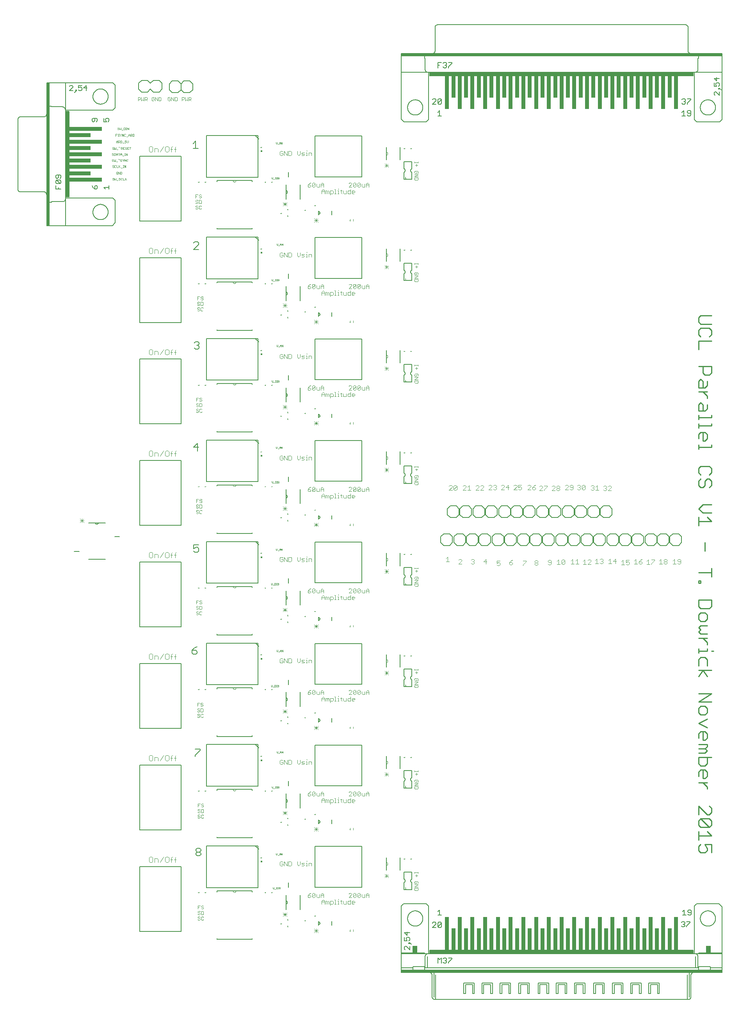
<source format=gto>
G75*
%MOIN*%
%OFA0B0*%
%FSLAX25Y25*%
%IPPOS*%
%LPD*%
%AMOC8*
5,1,8,0,0,1.08239X$1,22.5*
%
%ADD10C,0.00300*%
%ADD11C,0.00400*%
%ADD12C,0.00600*%
%ADD13C,0.00100*%
%ADD14C,0.00200*%
%ADD15C,0.00900*%
%ADD16C,0.00000*%
%ADD17C,0.00800*%
%ADD18R,0.01181X0.01181*%
%ADD19C,0.00500*%
%ADD20R,2.25000X0.03000*%
%ADD21R,2.74000X0.02000*%
%ADD22R,0.03200X0.28500*%
%ADD23R,0.03200X0.18500*%
%ADD24R,0.01000X0.09500*%
%ADD25R,0.04000X0.06500*%
%ADD26R,0.03000X0.73000*%
%ADD27R,0.02000X1.22000*%
%ADD28R,0.28500X0.03200*%
%ADD29R,0.18500X0.03200*%
%ADD30R,0.00886X0.00984*%
D10*
X0154947Y0108150D02*
X0155422Y0107675D01*
X0156373Y0107675D01*
X0156848Y0108150D01*
X0156848Y0108625D01*
X0156373Y0109101D01*
X0155422Y0109101D01*
X0154947Y0109576D01*
X0154947Y0110051D01*
X0155422Y0110527D01*
X0156373Y0110527D01*
X0156848Y0110051D01*
X0157847Y0110051D02*
X0157847Y0108150D01*
X0158322Y0107675D01*
X0159273Y0107675D01*
X0159749Y0108150D01*
X0159749Y0110051D02*
X0159273Y0110527D01*
X0158322Y0110527D01*
X0157847Y0110051D01*
X0157847Y0112399D02*
X0159273Y0112399D01*
X0159749Y0112874D01*
X0159749Y0114776D01*
X0159273Y0115251D01*
X0157847Y0115251D01*
X0157847Y0112399D01*
X0156848Y0112874D02*
X0156373Y0112399D01*
X0155422Y0112399D01*
X0154947Y0112874D01*
X0155422Y0113825D02*
X0156373Y0113825D01*
X0156848Y0113350D01*
X0156848Y0112874D01*
X0155422Y0113825D02*
X0154947Y0114300D01*
X0154947Y0114776D01*
X0155422Y0115251D01*
X0156373Y0115251D01*
X0156848Y0114776D01*
X0158322Y0117123D02*
X0157847Y0117599D01*
X0158322Y0117123D02*
X0159273Y0117123D01*
X0159749Y0117599D01*
X0159749Y0118074D01*
X0159273Y0118550D01*
X0158322Y0118550D01*
X0157847Y0119025D01*
X0157847Y0119500D01*
X0158322Y0119976D01*
X0159273Y0119976D01*
X0159749Y0119500D01*
X0156848Y0119976D02*
X0154947Y0119976D01*
X0154947Y0117123D01*
X0154947Y0118550D02*
X0155898Y0118550D01*
X0155422Y0194633D02*
X0154947Y0195109D01*
X0155422Y0194633D02*
X0156373Y0194633D01*
X0156848Y0195109D01*
X0156848Y0195584D01*
X0156373Y0196059D01*
X0155422Y0196059D01*
X0154947Y0196535D01*
X0154947Y0197010D01*
X0155422Y0197485D01*
X0156373Y0197485D01*
X0156848Y0197010D01*
X0157847Y0197010D02*
X0157847Y0195109D01*
X0158322Y0194633D01*
X0159273Y0194633D01*
X0159749Y0195109D01*
X0159749Y0197010D02*
X0159273Y0197485D01*
X0158322Y0197485D01*
X0157847Y0197010D01*
X0157847Y0199358D02*
X0159273Y0199358D01*
X0159749Y0199833D01*
X0159749Y0201734D01*
X0159273Y0202210D01*
X0157847Y0202210D01*
X0157847Y0199358D01*
X0156848Y0199833D02*
X0156373Y0199358D01*
X0155422Y0199358D01*
X0154947Y0199833D01*
X0155422Y0200784D02*
X0156373Y0200784D01*
X0156848Y0200308D01*
X0156848Y0199833D01*
X0155422Y0200784D02*
X0154947Y0201259D01*
X0154947Y0201734D01*
X0155422Y0202210D01*
X0156373Y0202210D01*
X0156848Y0201734D01*
X0158322Y0204082D02*
X0157847Y0204557D01*
X0158322Y0204082D02*
X0159273Y0204082D01*
X0159749Y0204557D01*
X0159749Y0205033D01*
X0159273Y0205508D01*
X0158322Y0205508D01*
X0157847Y0205984D01*
X0157847Y0206459D01*
X0158322Y0206934D01*
X0159273Y0206934D01*
X0159749Y0206459D01*
X0156848Y0206934D02*
X0154947Y0206934D01*
X0154947Y0204082D01*
X0154947Y0205508D02*
X0155898Y0205508D01*
X0155906Y0280657D02*
X0154955Y0280657D01*
X0154480Y0281132D01*
X0154955Y0282083D02*
X0155906Y0282083D01*
X0156381Y0281608D01*
X0156381Y0281132D01*
X0155906Y0280657D01*
X0157380Y0281132D02*
X0157855Y0280657D01*
X0158806Y0280657D01*
X0159281Y0281132D01*
X0157380Y0281132D02*
X0157380Y0283034D01*
X0157855Y0283509D01*
X0158806Y0283509D01*
X0159281Y0283034D01*
X0158806Y0285381D02*
X0159281Y0285857D01*
X0159281Y0287758D01*
X0158806Y0288233D01*
X0157380Y0288233D01*
X0157380Y0285381D01*
X0158806Y0285381D01*
X0156381Y0285857D02*
X0155906Y0285381D01*
X0154955Y0285381D01*
X0154480Y0285857D01*
X0154955Y0286807D02*
X0155906Y0286807D01*
X0156381Y0286332D01*
X0156381Y0285857D01*
X0154955Y0286807D02*
X0154480Y0287283D01*
X0154480Y0287758D01*
X0154955Y0288233D01*
X0155906Y0288233D01*
X0156381Y0287758D01*
X0157855Y0290106D02*
X0157380Y0290581D01*
X0157855Y0290106D02*
X0158806Y0290106D01*
X0159281Y0290581D01*
X0159281Y0291056D01*
X0158806Y0291532D01*
X0157855Y0291532D01*
X0157380Y0292007D01*
X0157380Y0292482D01*
X0157855Y0292958D01*
X0158806Y0292958D01*
X0159281Y0292482D01*
X0156381Y0292958D02*
X0154480Y0292958D01*
X0154480Y0290106D01*
X0154480Y0291532D02*
X0155430Y0291532D01*
X0154955Y0283509D02*
X0154480Y0283034D01*
X0154480Y0282558D01*
X0154955Y0282083D01*
X0154955Y0283509D02*
X0155906Y0283509D01*
X0156381Y0283034D01*
X0156920Y0368083D02*
X0157871Y0368083D01*
X0158346Y0368558D01*
X0156920Y0368083D02*
X0156445Y0368558D01*
X0156445Y0370460D01*
X0156920Y0370935D01*
X0157871Y0370935D01*
X0158346Y0370460D01*
X0157871Y0372808D02*
X0158346Y0373283D01*
X0158346Y0375184D01*
X0157871Y0375660D01*
X0156445Y0375660D01*
X0156445Y0372808D01*
X0157871Y0372808D01*
X0155446Y0373283D02*
X0154971Y0372808D01*
X0154020Y0372808D01*
X0153544Y0373283D01*
X0154020Y0374234D02*
X0154971Y0374234D01*
X0155446Y0373758D01*
X0155446Y0373283D01*
X0154020Y0374234D02*
X0153544Y0374709D01*
X0153544Y0375184D01*
X0154020Y0375660D01*
X0154971Y0375660D01*
X0155446Y0375184D01*
X0156920Y0377532D02*
X0156445Y0378007D01*
X0156920Y0377532D02*
X0157871Y0377532D01*
X0158346Y0378007D01*
X0158346Y0378483D01*
X0157871Y0378958D01*
X0156920Y0378958D01*
X0156445Y0379433D01*
X0156445Y0379909D01*
X0156920Y0380384D01*
X0157871Y0380384D01*
X0158346Y0379909D01*
X0155446Y0380384D02*
X0153544Y0380384D01*
X0153544Y0377532D01*
X0153544Y0378958D02*
X0154495Y0378958D01*
X0154020Y0370935D02*
X0153544Y0370460D01*
X0153544Y0369984D01*
X0154020Y0369509D01*
X0154971Y0369509D01*
X0155446Y0369034D01*
X0155446Y0368558D01*
X0154971Y0368083D01*
X0154020Y0368083D01*
X0153544Y0368558D01*
X0154020Y0370935D02*
X0154971Y0370935D01*
X0155446Y0370460D01*
X0154971Y0454574D02*
X0154020Y0454574D01*
X0153544Y0455050D01*
X0154020Y0456000D02*
X0154971Y0456000D01*
X0155446Y0455525D01*
X0155446Y0455050D01*
X0154971Y0454574D01*
X0156445Y0455050D02*
X0156920Y0454574D01*
X0157871Y0454574D01*
X0158346Y0455050D01*
X0158346Y0456951D02*
X0157871Y0457426D01*
X0156920Y0457426D01*
X0156445Y0456951D01*
X0156445Y0455050D01*
X0155446Y0456951D02*
X0154971Y0457426D01*
X0154020Y0457426D01*
X0153544Y0456951D01*
X0153544Y0456476D01*
X0154020Y0456000D01*
X0154020Y0459299D02*
X0153544Y0459774D01*
X0154020Y0459299D02*
X0154971Y0459299D01*
X0155446Y0459774D01*
X0155446Y0460249D01*
X0154971Y0460725D01*
X0154020Y0460725D01*
X0153544Y0461200D01*
X0153544Y0461675D01*
X0154020Y0462151D01*
X0154971Y0462151D01*
X0155446Y0461675D01*
X0156445Y0462151D02*
X0157871Y0462151D01*
X0158346Y0461675D01*
X0158346Y0459774D01*
X0157871Y0459299D01*
X0156445Y0459299D01*
X0156445Y0462151D01*
X0156920Y0464023D02*
X0156445Y0464498D01*
X0156920Y0464023D02*
X0157871Y0464023D01*
X0158346Y0464498D01*
X0158346Y0464974D01*
X0157871Y0465449D01*
X0156920Y0465449D01*
X0156445Y0465924D01*
X0156445Y0466400D01*
X0156920Y0466875D01*
X0157871Y0466875D01*
X0158346Y0466400D01*
X0155446Y0466875D02*
X0153544Y0466875D01*
X0153544Y0464023D01*
X0153544Y0465449D02*
X0154495Y0465449D01*
X0154020Y0541065D02*
X0153544Y0541541D01*
X0154020Y0541065D02*
X0154971Y0541065D01*
X0155446Y0541541D01*
X0155446Y0542016D01*
X0154971Y0542491D01*
X0154020Y0542491D01*
X0153544Y0542967D01*
X0153544Y0543442D01*
X0154020Y0543917D01*
X0154971Y0543917D01*
X0155446Y0543442D01*
X0156445Y0543442D02*
X0156445Y0541541D01*
X0156920Y0541065D01*
X0157871Y0541065D01*
X0158346Y0541541D01*
X0158346Y0543442D02*
X0157871Y0543917D01*
X0156920Y0543917D01*
X0156445Y0543442D01*
X0156445Y0545790D02*
X0157871Y0545790D01*
X0158346Y0546265D01*
X0158346Y0548167D01*
X0157871Y0548642D01*
X0156445Y0548642D01*
X0156445Y0545790D01*
X0155446Y0546265D02*
X0154971Y0545790D01*
X0154020Y0545790D01*
X0153544Y0546265D01*
X0154020Y0547216D02*
X0154971Y0547216D01*
X0155446Y0546741D01*
X0155446Y0546265D01*
X0154020Y0547216D02*
X0153544Y0547691D01*
X0153544Y0548167D01*
X0154020Y0548642D01*
X0154971Y0548642D01*
X0155446Y0548167D01*
X0156920Y0550514D02*
X0156445Y0550990D01*
X0156920Y0550514D02*
X0157871Y0550514D01*
X0158346Y0550990D01*
X0158346Y0551465D01*
X0157871Y0551940D01*
X0156920Y0551940D01*
X0156445Y0552416D01*
X0156445Y0552891D01*
X0156920Y0553366D01*
X0157871Y0553366D01*
X0158346Y0552891D01*
X0155446Y0553366D02*
X0153544Y0553366D01*
X0153544Y0550514D01*
X0153544Y0551940D02*
X0154495Y0551940D01*
X0154955Y0627557D02*
X0154480Y0628032D01*
X0154955Y0627557D02*
X0155906Y0627557D01*
X0156381Y0628032D01*
X0156381Y0628507D01*
X0155906Y0628983D01*
X0154955Y0628983D01*
X0154480Y0629458D01*
X0154480Y0629933D01*
X0154955Y0630409D01*
X0155906Y0630409D01*
X0156381Y0629933D01*
X0157380Y0629933D02*
X0157380Y0628032D01*
X0157855Y0627557D01*
X0158806Y0627557D01*
X0159281Y0628032D01*
X0159281Y0629933D02*
X0158806Y0630409D01*
X0157855Y0630409D01*
X0157380Y0629933D01*
X0157380Y0632281D02*
X0158806Y0632281D01*
X0159281Y0632756D01*
X0159281Y0634658D01*
X0158806Y0635133D01*
X0157380Y0635133D01*
X0157380Y0632281D01*
X0156381Y0632756D02*
X0155906Y0632281D01*
X0154955Y0632281D01*
X0154480Y0632756D01*
X0154955Y0633707D02*
X0155906Y0633707D01*
X0156381Y0633232D01*
X0156381Y0632756D01*
X0154955Y0633707D02*
X0154480Y0634182D01*
X0154480Y0634658D01*
X0154955Y0635133D01*
X0155906Y0635133D01*
X0156381Y0634658D01*
X0157855Y0637005D02*
X0157380Y0637481D01*
X0157855Y0637005D02*
X0158806Y0637005D01*
X0159281Y0637481D01*
X0159281Y0637956D01*
X0158806Y0638431D01*
X0157855Y0638431D01*
X0157380Y0638907D01*
X0157380Y0639382D01*
X0157855Y0639857D01*
X0158806Y0639857D01*
X0159281Y0639382D01*
X0156381Y0639857D02*
X0154480Y0639857D01*
X0154480Y0637005D01*
X0154480Y0638431D02*
X0155430Y0638431D01*
X0154503Y0714515D02*
X0153552Y0714515D01*
X0153077Y0714991D01*
X0153552Y0715941D02*
X0154503Y0715941D01*
X0154978Y0715466D01*
X0154978Y0714991D01*
X0154503Y0714515D01*
X0155977Y0714991D02*
X0156452Y0714515D01*
X0157403Y0714515D01*
X0157878Y0714991D01*
X0155977Y0714991D02*
X0155977Y0716892D01*
X0156452Y0717367D01*
X0157403Y0717367D01*
X0157878Y0716892D01*
X0157403Y0719240D02*
X0157878Y0719715D01*
X0157878Y0721616D01*
X0157403Y0722092D01*
X0155977Y0722092D01*
X0155977Y0719240D01*
X0157403Y0719240D01*
X0154978Y0719715D02*
X0154503Y0719240D01*
X0153552Y0719240D01*
X0153077Y0719715D01*
X0153552Y0720666D02*
X0154503Y0720666D01*
X0154978Y0720190D01*
X0154978Y0719715D01*
X0153552Y0720666D02*
X0153077Y0721141D01*
X0153077Y0721616D01*
X0153552Y0722092D01*
X0154503Y0722092D01*
X0154978Y0721616D01*
X0156452Y0723964D02*
X0155977Y0724439D01*
X0156452Y0723964D02*
X0157403Y0723964D01*
X0157878Y0724439D01*
X0157878Y0724915D01*
X0157403Y0725390D01*
X0156452Y0725390D01*
X0155977Y0725865D01*
X0155977Y0726341D01*
X0156452Y0726816D01*
X0157403Y0726816D01*
X0157878Y0726341D01*
X0154978Y0726816D02*
X0153077Y0726816D01*
X0153077Y0723964D01*
X0153077Y0725390D02*
X0154028Y0725390D01*
X0154503Y0717367D02*
X0153552Y0717367D01*
X0153077Y0716892D01*
X0153077Y0716417D01*
X0153552Y0715941D01*
X0154978Y0716892D02*
X0154503Y0717367D01*
X0149064Y0807030D02*
X0148097Y0807997D01*
X0148580Y0807997D02*
X0147129Y0807997D01*
X0147129Y0807030D02*
X0147129Y0809932D01*
X0148580Y0809932D01*
X0149064Y0809449D01*
X0149064Y0808481D01*
X0148580Y0807997D01*
X0146118Y0807030D02*
X0146118Y0809932D01*
X0144183Y0809932D02*
X0144183Y0807030D01*
X0145150Y0807997D01*
X0146118Y0807030D01*
X0143171Y0808481D02*
X0142687Y0807997D01*
X0141236Y0807997D01*
X0141236Y0807030D02*
X0141236Y0809932D01*
X0142687Y0809932D01*
X0143171Y0809449D01*
X0143171Y0808481D01*
X0137278Y0807514D02*
X0137278Y0809449D01*
X0136794Y0809932D01*
X0135343Y0809932D01*
X0135343Y0807030D01*
X0136794Y0807030D01*
X0137278Y0807514D01*
X0134331Y0807030D02*
X0134331Y0809932D01*
X0132397Y0809932D02*
X0134331Y0807030D01*
X0132397Y0807030D02*
X0132397Y0809932D01*
X0131385Y0809449D02*
X0130901Y0809932D01*
X0129934Y0809932D01*
X0129450Y0809449D01*
X0129450Y0807514D01*
X0129934Y0807030D01*
X0130901Y0807030D01*
X0131385Y0807514D01*
X0131385Y0808481D01*
X0130417Y0808481D01*
X0123439Y0807514D02*
X0123439Y0809449D01*
X0122955Y0809932D01*
X0121504Y0809932D01*
X0121504Y0807030D01*
X0122955Y0807030D01*
X0123439Y0807514D01*
X0120493Y0807030D02*
X0120493Y0809932D01*
X0118558Y0809932D02*
X0120493Y0807030D01*
X0118558Y0807030D02*
X0118558Y0809932D01*
X0117546Y0809449D02*
X0117062Y0809932D01*
X0116095Y0809932D01*
X0115611Y0809449D01*
X0115611Y0807514D01*
X0116095Y0807030D01*
X0117062Y0807030D01*
X0117546Y0807514D01*
X0117546Y0808481D01*
X0116579Y0808481D01*
X0111653Y0808481D02*
X0111169Y0807997D01*
X0109718Y0807997D01*
X0109718Y0807030D02*
X0109718Y0809932D01*
X0111169Y0809932D01*
X0111653Y0809449D01*
X0111653Y0808481D01*
X0110686Y0807997D02*
X0111653Y0807030D01*
X0108706Y0807030D02*
X0108706Y0809932D01*
X0106772Y0809932D02*
X0106772Y0807030D01*
X0107739Y0807997D01*
X0108706Y0807030D01*
X0105760Y0808481D02*
X0105276Y0807997D01*
X0103825Y0807997D01*
X0103825Y0807030D02*
X0103825Y0809932D01*
X0105276Y0809932D01*
X0105760Y0809449D01*
X0105760Y0808481D01*
X0225075Y0763241D02*
X0225075Y0760772D01*
X0225692Y0760155D01*
X0226927Y0760155D01*
X0227544Y0760772D01*
X0227544Y0762007D01*
X0226309Y0762007D01*
X0225075Y0763241D02*
X0225692Y0763858D01*
X0226927Y0763858D01*
X0227544Y0763241D01*
X0228758Y0763858D02*
X0231227Y0760155D01*
X0231227Y0763858D01*
X0232441Y0763858D02*
X0234293Y0763858D01*
X0234910Y0763241D01*
X0234910Y0760772D01*
X0234293Y0760155D01*
X0232441Y0760155D01*
X0232441Y0763858D01*
X0228758Y0763858D02*
X0228758Y0760155D01*
X0239808Y0761389D02*
X0241042Y0760155D01*
X0242276Y0761389D01*
X0242276Y0763858D01*
X0244108Y0762624D02*
X0245959Y0762624D01*
X0247174Y0762624D02*
X0247791Y0762624D01*
X0247791Y0760155D01*
X0247174Y0760155D02*
X0248408Y0760155D01*
X0249629Y0760155D02*
X0249629Y0762624D01*
X0251481Y0762624D01*
X0252098Y0762007D01*
X0252098Y0760155D01*
X0247791Y0763858D02*
X0247791Y0764475D01*
X0245342Y0761389D02*
X0244108Y0761389D01*
X0243491Y0762007D01*
X0244108Y0762624D01*
X0245342Y0761389D02*
X0245959Y0760772D01*
X0245342Y0760155D01*
X0243491Y0760155D01*
X0239808Y0761389D02*
X0239808Y0763858D01*
X0251294Y0736983D02*
X0250059Y0736366D01*
X0248825Y0735132D01*
X0250677Y0735132D01*
X0251294Y0734514D01*
X0251294Y0733897D01*
X0250677Y0733280D01*
X0249442Y0733280D01*
X0248825Y0733897D01*
X0248825Y0735132D01*
X0252508Y0736366D02*
X0253125Y0736983D01*
X0254360Y0736983D01*
X0254977Y0736366D01*
X0252508Y0733897D01*
X0253125Y0733280D01*
X0254360Y0733280D01*
X0254977Y0733897D01*
X0254977Y0736366D01*
X0256191Y0735749D02*
X0256191Y0733897D01*
X0256808Y0733280D01*
X0258660Y0733280D01*
X0258660Y0735749D01*
X0259874Y0735749D02*
X0261109Y0736983D01*
X0262343Y0735749D01*
X0262343Y0733280D01*
X0262343Y0735132D02*
X0259874Y0735132D01*
X0259874Y0735749D02*
X0259874Y0733280D01*
X0261934Y0731358D02*
X0260700Y0730124D01*
X0260700Y0727655D01*
X0260700Y0729507D02*
X0263169Y0729507D01*
X0263169Y0730124D02*
X0263169Y0727655D01*
X0264383Y0727655D02*
X0264383Y0730124D01*
X0265000Y0730124D01*
X0265618Y0729507D01*
X0266235Y0730124D01*
X0266852Y0729507D01*
X0266852Y0727655D01*
X0268066Y0727655D02*
X0269918Y0727655D01*
X0270535Y0728272D01*
X0270535Y0729507D01*
X0269918Y0730124D01*
X0268066Y0730124D01*
X0268066Y0726421D01*
X0265618Y0727655D02*
X0265618Y0729507D01*
X0263169Y0730124D02*
X0261934Y0731358D01*
X0271749Y0731358D02*
X0272367Y0731358D01*
X0272367Y0727655D01*
X0272984Y0727655D02*
X0271749Y0727655D01*
X0274205Y0727655D02*
X0275439Y0727655D01*
X0274822Y0727655D02*
X0274822Y0730124D01*
X0274205Y0730124D01*
X0274822Y0731358D02*
X0274822Y0731975D01*
X0276660Y0730124D02*
X0277895Y0730124D01*
X0277277Y0730741D02*
X0277277Y0728272D01*
X0277895Y0727655D01*
X0279116Y0728272D02*
X0279733Y0727655D01*
X0281584Y0727655D01*
X0281584Y0730124D01*
X0282799Y0729507D02*
X0283416Y0730124D01*
X0285268Y0730124D01*
X0285268Y0731358D02*
X0285268Y0727655D01*
X0283416Y0727655D01*
X0282799Y0728272D01*
X0282799Y0729507D01*
X0286482Y0729507D02*
X0287099Y0730124D01*
X0288334Y0730124D01*
X0288951Y0729507D01*
X0288951Y0728889D01*
X0286482Y0728889D01*
X0286482Y0728272D02*
X0286482Y0729507D01*
X0286482Y0728272D02*
X0287099Y0727655D01*
X0288334Y0727655D01*
X0288125Y0733280D02*
X0287508Y0733897D01*
X0289977Y0736366D01*
X0289977Y0733897D01*
X0289360Y0733280D01*
X0288125Y0733280D01*
X0287508Y0733897D02*
X0287508Y0736366D01*
X0288125Y0736983D01*
X0289360Y0736983D01*
X0289977Y0736366D01*
X0291191Y0736366D02*
X0291808Y0736983D01*
X0293043Y0736983D01*
X0293660Y0736366D01*
X0291191Y0733897D01*
X0291808Y0733280D01*
X0293043Y0733280D01*
X0293660Y0733897D01*
X0293660Y0736366D01*
X0294874Y0735749D02*
X0294874Y0733897D01*
X0295492Y0733280D01*
X0297343Y0733280D01*
X0297343Y0735749D01*
X0298558Y0735749D02*
X0298558Y0733280D01*
X0298558Y0735132D02*
X0301026Y0735132D01*
X0301026Y0735749D02*
X0301026Y0733280D01*
X0301026Y0735749D02*
X0299792Y0736983D01*
X0298558Y0735749D01*
X0291191Y0736366D02*
X0291191Y0733897D01*
X0286294Y0733280D02*
X0283825Y0733280D01*
X0286294Y0735749D01*
X0286294Y0736366D01*
X0285677Y0736983D01*
X0284442Y0736983D01*
X0283825Y0736366D01*
X0279116Y0730124D02*
X0279116Y0728272D01*
X0257541Y0706441D02*
X0254405Y0703305D01*
X0254405Y0704873D02*
X0257541Y0704873D01*
X0257541Y0703305D02*
X0254405Y0706441D01*
X0255973Y0706441D02*
X0255973Y0703305D01*
X0247791Y0677861D02*
X0247791Y0677244D01*
X0247791Y0676010D02*
X0247791Y0673541D01*
X0247174Y0673541D02*
X0248408Y0673541D01*
X0249629Y0673541D02*
X0249629Y0676010D01*
X0251481Y0676010D01*
X0252098Y0675392D01*
X0252098Y0673541D01*
X0247791Y0676010D02*
X0247174Y0676010D01*
X0245959Y0676010D02*
X0244108Y0676010D01*
X0243491Y0675392D01*
X0244108Y0674775D01*
X0245342Y0674775D01*
X0245959Y0674158D01*
X0245342Y0673541D01*
X0243491Y0673541D01*
X0242276Y0674775D02*
X0242276Y0677244D01*
X0239808Y0677244D02*
X0239808Y0674775D01*
X0241042Y0673541D01*
X0242276Y0674775D01*
X0234910Y0674158D02*
X0234910Y0676627D01*
X0234293Y0677244D01*
X0232441Y0677244D01*
X0232441Y0673541D01*
X0234293Y0673541D01*
X0234910Y0674158D01*
X0231227Y0673541D02*
X0231227Y0677244D01*
X0228758Y0677244D02*
X0231227Y0673541D01*
X0228758Y0673541D02*
X0228758Y0677244D01*
X0227544Y0676627D02*
X0226927Y0677244D01*
X0225692Y0677244D01*
X0225075Y0676627D01*
X0225075Y0674158D01*
X0225692Y0673541D01*
X0226927Y0673541D01*
X0227544Y0674158D01*
X0227544Y0675392D01*
X0226309Y0675392D01*
X0250059Y0649752D02*
X0248825Y0648517D01*
X0250677Y0648517D01*
X0251294Y0647900D01*
X0251294Y0647283D01*
X0250677Y0646666D01*
X0249442Y0646666D01*
X0248825Y0647283D01*
X0248825Y0648517D01*
X0250059Y0649752D02*
X0251294Y0650369D01*
X0252508Y0649752D02*
X0253125Y0650369D01*
X0254360Y0650369D01*
X0254977Y0649752D01*
X0252508Y0647283D01*
X0253125Y0646666D01*
X0254360Y0646666D01*
X0254977Y0647283D01*
X0254977Y0649752D01*
X0256191Y0649135D02*
X0256191Y0647283D01*
X0256808Y0646666D01*
X0258660Y0646666D01*
X0258660Y0649135D01*
X0259874Y0649135D02*
X0261109Y0650369D01*
X0262343Y0649135D01*
X0262343Y0646666D01*
X0262343Y0648517D02*
X0259874Y0648517D01*
X0259874Y0649135D02*
X0259874Y0646666D01*
X0261934Y0644744D02*
X0260700Y0643510D01*
X0260700Y0641041D01*
X0260700Y0642892D02*
X0263169Y0642892D01*
X0263169Y0643510D02*
X0263169Y0641041D01*
X0264383Y0641041D02*
X0264383Y0643510D01*
X0265000Y0643510D01*
X0265618Y0642892D01*
X0266235Y0643510D01*
X0266852Y0642892D01*
X0266852Y0641041D01*
X0268066Y0641041D02*
X0269918Y0641041D01*
X0270535Y0641658D01*
X0270535Y0642892D01*
X0269918Y0643510D01*
X0268066Y0643510D01*
X0268066Y0639806D01*
X0265618Y0641041D02*
X0265618Y0642892D01*
X0263169Y0643510D02*
X0261934Y0644744D01*
X0271749Y0644744D02*
X0272367Y0644744D01*
X0272367Y0641041D01*
X0272984Y0641041D02*
X0271749Y0641041D01*
X0274205Y0641041D02*
X0275439Y0641041D01*
X0274822Y0641041D02*
X0274822Y0643510D01*
X0274205Y0643510D01*
X0274822Y0644744D02*
X0274822Y0645361D01*
X0276660Y0643510D02*
X0277895Y0643510D01*
X0277277Y0644127D02*
X0277277Y0641658D01*
X0277895Y0641041D01*
X0279116Y0641658D02*
X0279733Y0641041D01*
X0281584Y0641041D01*
X0281584Y0643510D01*
X0282799Y0642892D02*
X0283416Y0643510D01*
X0285268Y0643510D01*
X0285268Y0644744D02*
X0285268Y0641041D01*
X0283416Y0641041D01*
X0282799Y0641658D01*
X0282799Y0642892D01*
X0286482Y0642892D02*
X0287099Y0643510D01*
X0288334Y0643510D01*
X0288951Y0642892D01*
X0288951Y0642275D01*
X0286482Y0642275D01*
X0286482Y0641658D02*
X0286482Y0642892D01*
X0286482Y0641658D02*
X0287099Y0641041D01*
X0288334Y0641041D01*
X0288125Y0646666D02*
X0287508Y0647283D01*
X0289977Y0649752D01*
X0289977Y0647283D01*
X0289360Y0646666D01*
X0288125Y0646666D01*
X0287508Y0647283D02*
X0287508Y0649752D01*
X0288125Y0650369D01*
X0289360Y0650369D01*
X0289977Y0649752D01*
X0291191Y0649752D02*
X0291808Y0650369D01*
X0293043Y0650369D01*
X0293660Y0649752D01*
X0291191Y0647283D01*
X0291808Y0646666D01*
X0293043Y0646666D01*
X0293660Y0647283D01*
X0293660Y0649752D01*
X0294874Y0649135D02*
X0294874Y0647283D01*
X0295492Y0646666D01*
X0297343Y0646666D01*
X0297343Y0649135D01*
X0298558Y0649135D02*
X0299792Y0650369D01*
X0301026Y0649135D01*
X0301026Y0646666D01*
X0301026Y0648517D02*
X0298558Y0648517D01*
X0298558Y0649135D02*
X0298558Y0646666D01*
X0291191Y0647283D02*
X0291191Y0649752D01*
X0286294Y0649752D02*
X0285677Y0650369D01*
X0284442Y0650369D01*
X0283825Y0649752D01*
X0286294Y0649752D02*
X0286294Y0649135D01*
X0283825Y0646666D01*
X0286294Y0646666D01*
X0279116Y0643510D02*
X0279116Y0641658D01*
X0257541Y0619827D02*
X0254405Y0616691D01*
X0254405Y0618259D02*
X0257541Y0618259D01*
X0257541Y0616691D02*
X0254405Y0619827D01*
X0255973Y0619827D02*
X0255973Y0616691D01*
X0247791Y0591247D02*
X0247791Y0590630D01*
X0247791Y0589395D02*
X0247791Y0586927D01*
X0247174Y0586927D02*
X0248408Y0586927D01*
X0249629Y0586927D02*
X0249629Y0589395D01*
X0251481Y0589395D01*
X0252098Y0588778D01*
X0252098Y0586927D01*
X0247791Y0589395D02*
X0247174Y0589395D01*
X0245959Y0589395D02*
X0244108Y0589395D01*
X0243491Y0588778D01*
X0244108Y0588161D01*
X0245342Y0588161D01*
X0245959Y0587544D01*
X0245342Y0586927D01*
X0243491Y0586927D01*
X0242276Y0588161D02*
X0242276Y0590630D01*
X0239808Y0590630D02*
X0239808Y0588161D01*
X0241042Y0586927D01*
X0242276Y0588161D01*
X0234910Y0587544D02*
X0234910Y0590013D01*
X0234293Y0590630D01*
X0232441Y0590630D01*
X0232441Y0586927D01*
X0234293Y0586927D01*
X0234910Y0587544D01*
X0231227Y0586927D02*
X0231227Y0590630D01*
X0228758Y0590630D02*
X0231227Y0586927D01*
X0228758Y0586927D02*
X0228758Y0590630D01*
X0227544Y0590013D02*
X0226927Y0590630D01*
X0225692Y0590630D01*
X0225075Y0590013D01*
X0225075Y0587544D01*
X0225692Y0586927D01*
X0226927Y0586927D01*
X0227544Y0587544D01*
X0227544Y0588778D01*
X0226309Y0588778D01*
X0250059Y0563138D02*
X0248825Y0561903D01*
X0250677Y0561903D01*
X0251294Y0561286D01*
X0251294Y0560669D01*
X0250677Y0560052D01*
X0249442Y0560052D01*
X0248825Y0560669D01*
X0248825Y0561903D01*
X0250059Y0563138D02*
X0251294Y0563755D01*
X0252508Y0563138D02*
X0253125Y0563755D01*
X0254360Y0563755D01*
X0254977Y0563138D01*
X0252508Y0560669D01*
X0253125Y0560052D01*
X0254360Y0560052D01*
X0254977Y0560669D01*
X0254977Y0563138D01*
X0256191Y0562520D02*
X0256191Y0560669D01*
X0256808Y0560052D01*
X0258660Y0560052D01*
X0258660Y0562520D01*
X0259874Y0562520D02*
X0261109Y0563755D01*
X0262343Y0562520D01*
X0262343Y0560052D01*
X0262343Y0561903D02*
X0259874Y0561903D01*
X0259874Y0562520D02*
X0259874Y0560052D01*
X0261934Y0558130D02*
X0260700Y0556895D01*
X0260700Y0554427D01*
X0260700Y0556278D02*
X0263169Y0556278D01*
X0263169Y0556895D02*
X0263169Y0554427D01*
X0264383Y0554427D02*
X0264383Y0556895D01*
X0265000Y0556895D01*
X0265618Y0556278D01*
X0266235Y0556895D01*
X0266852Y0556278D01*
X0266852Y0554427D01*
X0268066Y0554427D02*
X0269918Y0554427D01*
X0270535Y0555044D01*
X0270535Y0556278D01*
X0269918Y0556895D01*
X0268066Y0556895D01*
X0268066Y0553192D01*
X0265618Y0554427D02*
X0265618Y0556278D01*
X0263169Y0556895D02*
X0261934Y0558130D01*
X0271749Y0558130D02*
X0272367Y0558130D01*
X0272367Y0554427D01*
X0272984Y0554427D02*
X0271749Y0554427D01*
X0274205Y0554427D02*
X0275439Y0554427D01*
X0274822Y0554427D02*
X0274822Y0556895D01*
X0274205Y0556895D01*
X0274822Y0558130D02*
X0274822Y0558747D01*
X0276660Y0556895D02*
X0277895Y0556895D01*
X0277277Y0557513D02*
X0277277Y0555044D01*
X0277895Y0554427D01*
X0279116Y0555044D02*
X0279733Y0554427D01*
X0281584Y0554427D01*
X0281584Y0556895D01*
X0282799Y0556278D02*
X0283416Y0556895D01*
X0285268Y0556895D01*
X0285268Y0558130D02*
X0285268Y0554427D01*
X0283416Y0554427D01*
X0282799Y0555044D01*
X0282799Y0556278D01*
X0286482Y0556278D02*
X0287099Y0556895D01*
X0288334Y0556895D01*
X0288951Y0556278D01*
X0288951Y0555661D01*
X0286482Y0555661D01*
X0286482Y0555044D02*
X0286482Y0556278D01*
X0286482Y0555044D02*
X0287099Y0554427D01*
X0288334Y0554427D01*
X0288125Y0560052D02*
X0287508Y0560669D01*
X0289977Y0563138D01*
X0289977Y0560669D01*
X0289360Y0560052D01*
X0288125Y0560052D01*
X0287508Y0560669D02*
X0287508Y0563138D01*
X0288125Y0563755D01*
X0289360Y0563755D01*
X0289977Y0563138D01*
X0291191Y0563138D02*
X0291808Y0563755D01*
X0293043Y0563755D01*
X0293660Y0563138D01*
X0291191Y0560669D01*
X0291808Y0560052D01*
X0293043Y0560052D01*
X0293660Y0560669D01*
X0293660Y0563138D01*
X0294874Y0562520D02*
X0294874Y0560669D01*
X0295492Y0560052D01*
X0297343Y0560052D01*
X0297343Y0562520D01*
X0298558Y0562520D02*
X0299792Y0563755D01*
X0301026Y0562520D01*
X0301026Y0560052D01*
X0301026Y0561903D02*
X0298558Y0561903D01*
X0298558Y0562520D02*
X0298558Y0560052D01*
X0291191Y0560669D02*
X0291191Y0563138D01*
X0286294Y0563138D02*
X0285677Y0563755D01*
X0284442Y0563755D01*
X0283825Y0563138D01*
X0286294Y0563138D02*
X0286294Y0562520D01*
X0283825Y0560052D01*
X0286294Y0560052D01*
X0279116Y0556895D02*
X0279116Y0555044D01*
X0257541Y0533213D02*
X0254405Y0530077D01*
X0254405Y0531645D02*
X0257541Y0531645D01*
X0257541Y0530077D02*
X0254405Y0533213D01*
X0255973Y0533213D02*
X0255973Y0530077D01*
X0247791Y0504633D02*
X0247791Y0504016D01*
X0247791Y0502781D02*
X0247791Y0500312D01*
X0247174Y0500312D02*
X0248408Y0500312D01*
X0249629Y0500312D02*
X0249629Y0502781D01*
X0251481Y0502781D01*
X0252098Y0502164D01*
X0252098Y0500312D01*
X0247791Y0502781D02*
X0247174Y0502781D01*
X0245959Y0502781D02*
X0244108Y0502781D01*
X0243491Y0502164D01*
X0244108Y0501547D01*
X0245342Y0501547D01*
X0245959Y0500930D01*
X0245342Y0500312D01*
X0243491Y0500312D01*
X0242276Y0501547D02*
X0242276Y0504016D01*
X0239808Y0504016D02*
X0239808Y0501547D01*
X0241042Y0500312D01*
X0242276Y0501547D01*
X0234910Y0500930D02*
X0234910Y0503398D01*
X0234293Y0504016D01*
X0232441Y0504016D01*
X0232441Y0500312D01*
X0234293Y0500312D01*
X0234910Y0500930D01*
X0231227Y0500312D02*
X0231227Y0504016D01*
X0228758Y0504016D02*
X0231227Y0500312D01*
X0228758Y0500312D02*
X0228758Y0504016D01*
X0227544Y0503398D02*
X0226927Y0504016D01*
X0225692Y0504016D01*
X0225075Y0503398D01*
X0225075Y0500930D01*
X0225692Y0500312D01*
X0226927Y0500312D01*
X0227544Y0500930D01*
X0227544Y0502164D01*
X0226309Y0502164D01*
X0250059Y0476523D02*
X0248825Y0475289D01*
X0250677Y0475289D01*
X0251294Y0474672D01*
X0251294Y0474055D01*
X0250677Y0473437D01*
X0249442Y0473437D01*
X0248825Y0474055D01*
X0248825Y0475289D01*
X0250059Y0476523D02*
X0251294Y0477141D01*
X0252508Y0476523D02*
X0253125Y0477141D01*
X0254360Y0477141D01*
X0254977Y0476523D01*
X0252508Y0474055D01*
X0253125Y0473437D01*
X0254360Y0473437D01*
X0254977Y0474055D01*
X0254977Y0476523D01*
X0256191Y0475906D02*
X0256191Y0474055D01*
X0256808Y0473437D01*
X0258660Y0473437D01*
X0258660Y0475906D01*
X0259874Y0475906D02*
X0261109Y0477141D01*
X0262343Y0475906D01*
X0262343Y0473437D01*
X0262343Y0475289D02*
X0259874Y0475289D01*
X0259874Y0475906D02*
X0259874Y0473437D01*
X0261934Y0471516D02*
X0260700Y0470281D01*
X0260700Y0467812D01*
X0260700Y0469664D02*
X0263169Y0469664D01*
X0263169Y0470281D02*
X0263169Y0467812D01*
X0264383Y0467812D02*
X0264383Y0470281D01*
X0265000Y0470281D01*
X0265618Y0469664D01*
X0266235Y0470281D01*
X0266852Y0469664D01*
X0266852Y0467812D01*
X0268066Y0467812D02*
X0269918Y0467812D01*
X0270535Y0468430D01*
X0270535Y0469664D01*
X0269918Y0470281D01*
X0268066Y0470281D01*
X0268066Y0466578D01*
X0265618Y0467812D02*
X0265618Y0469664D01*
X0263169Y0470281D02*
X0261934Y0471516D01*
X0271749Y0471516D02*
X0272367Y0471516D01*
X0272367Y0467812D01*
X0272984Y0467812D02*
X0271749Y0467812D01*
X0274205Y0467812D02*
X0275439Y0467812D01*
X0274822Y0467812D02*
X0274822Y0470281D01*
X0274205Y0470281D01*
X0274822Y0471516D02*
X0274822Y0472133D01*
X0276660Y0470281D02*
X0277895Y0470281D01*
X0277277Y0470898D02*
X0277277Y0468430D01*
X0277895Y0467812D01*
X0279116Y0468430D02*
X0279733Y0467812D01*
X0281584Y0467812D01*
X0281584Y0470281D01*
X0282799Y0469664D02*
X0283416Y0470281D01*
X0285268Y0470281D01*
X0285268Y0471516D02*
X0285268Y0467812D01*
X0283416Y0467812D01*
X0282799Y0468430D01*
X0282799Y0469664D01*
X0286482Y0469664D02*
X0287099Y0470281D01*
X0288334Y0470281D01*
X0288951Y0469664D01*
X0288951Y0469047D01*
X0286482Y0469047D01*
X0286482Y0468430D02*
X0286482Y0469664D01*
X0286482Y0468430D02*
X0287099Y0467812D01*
X0288334Y0467812D01*
X0288125Y0473437D02*
X0287508Y0474055D01*
X0289977Y0476523D01*
X0289977Y0474055D01*
X0289360Y0473437D01*
X0288125Y0473437D01*
X0287508Y0474055D02*
X0287508Y0476523D01*
X0288125Y0477141D01*
X0289360Y0477141D01*
X0289977Y0476523D01*
X0291191Y0476523D02*
X0291808Y0477141D01*
X0293043Y0477141D01*
X0293660Y0476523D01*
X0291191Y0474055D01*
X0291808Y0473437D01*
X0293043Y0473437D01*
X0293660Y0474055D01*
X0293660Y0476523D01*
X0294874Y0475906D02*
X0294874Y0474055D01*
X0295492Y0473437D01*
X0297343Y0473437D01*
X0297343Y0475906D01*
X0298558Y0475906D02*
X0299792Y0477141D01*
X0301026Y0475906D01*
X0301026Y0473437D01*
X0301026Y0475289D02*
X0298558Y0475289D01*
X0298558Y0475906D02*
X0298558Y0473437D01*
X0291191Y0474055D02*
X0291191Y0476523D01*
X0286294Y0476523D02*
X0285677Y0477141D01*
X0284442Y0477141D01*
X0283825Y0476523D01*
X0286294Y0476523D02*
X0286294Y0475906D01*
X0283825Y0473437D01*
X0286294Y0473437D01*
X0279116Y0470281D02*
X0279116Y0468430D01*
X0257541Y0446598D02*
X0254405Y0443462D01*
X0255973Y0443462D02*
X0255973Y0446598D01*
X0254405Y0446598D02*
X0257541Y0443462D01*
X0257541Y0445030D02*
X0254405Y0445030D01*
X0230797Y0457375D02*
X0227661Y0460511D01*
X0227661Y0458943D02*
X0230797Y0458943D01*
X0230797Y0460511D02*
X0227661Y0457375D01*
X0229229Y0457375D02*
X0229229Y0460511D01*
X0252508Y0474055D02*
X0252508Y0476523D01*
X0247791Y0418019D02*
X0247791Y0417401D01*
X0247791Y0416167D02*
X0247791Y0413698D01*
X0247174Y0413698D02*
X0248408Y0413698D01*
X0249629Y0413698D02*
X0249629Y0416167D01*
X0251481Y0416167D01*
X0252098Y0415550D01*
X0252098Y0413698D01*
X0247791Y0416167D02*
X0247174Y0416167D01*
X0245959Y0416167D02*
X0244108Y0416167D01*
X0243491Y0415550D01*
X0244108Y0414933D01*
X0245342Y0414933D01*
X0245959Y0414315D01*
X0245342Y0413698D01*
X0243491Y0413698D01*
X0242276Y0414933D02*
X0242276Y0417401D01*
X0242276Y0414933D02*
X0241042Y0413698D01*
X0239808Y0414933D01*
X0239808Y0417401D01*
X0234910Y0416784D02*
X0234293Y0417401D01*
X0232441Y0417401D01*
X0232441Y0413698D01*
X0234293Y0413698D01*
X0234910Y0414315D01*
X0234910Y0416784D01*
X0231227Y0417401D02*
X0231227Y0413698D01*
X0228758Y0417401D01*
X0228758Y0413698D01*
X0227544Y0414315D02*
X0227544Y0415550D01*
X0226309Y0415550D01*
X0225075Y0416784D02*
X0225075Y0414315D01*
X0225692Y0413698D01*
X0226927Y0413698D01*
X0227544Y0414315D01*
X0227544Y0416784D02*
X0226927Y0417401D01*
X0225692Y0417401D01*
X0225075Y0416784D01*
X0250059Y0389909D02*
X0248825Y0388675D01*
X0250677Y0388675D01*
X0251294Y0388058D01*
X0251294Y0387440D01*
X0250677Y0386823D01*
X0249442Y0386823D01*
X0248825Y0387440D01*
X0248825Y0388675D01*
X0250059Y0389909D02*
X0251294Y0390526D01*
X0252508Y0389909D02*
X0253125Y0390526D01*
X0254360Y0390526D01*
X0254977Y0389909D01*
X0252508Y0387440D01*
X0253125Y0386823D01*
X0254360Y0386823D01*
X0254977Y0387440D01*
X0254977Y0389909D01*
X0256191Y0389292D02*
X0256191Y0387440D01*
X0256808Y0386823D01*
X0258660Y0386823D01*
X0258660Y0389292D01*
X0259874Y0389292D02*
X0261109Y0390526D01*
X0262343Y0389292D01*
X0262343Y0386823D01*
X0262343Y0388675D02*
X0259874Y0388675D01*
X0259874Y0389292D02*
X0259874Y0386823D01*
X0261934Y0384901D02*
X0260700Y0383667D01*
X0260700Y0381198D01*
X0260700Y0383050D02*
X0263169Y0383050D01*
X0263169Y0383667D02*
X0263169Y0381198D01*
X0264383Y0381198D02*
X0264383Y0383667D01*
X0265000Y0383667D01*
X0265618Y0383050D01*
X0266235Y0383667D01*
X0266852Y0383050D01*
X0266852Y0381198D01*
X0268066Y0381198D02*
X0269918Y0381198D01*
X0270535Y0381815D01*
X0270535Y0383050D01*
X0269918Y0383667D01*
X0268066Y0383667D01*
X0268066Y0379964D01*
X0265618Y0381198D02*
X0265618Y0383050D01*
X0263169Y0383667D02*
X0261934Y0384901D01*
X0271749Y0384901D02*
X0272367Y0384901D01*
X0272367Y0381198D01*
X0272984Y0381198D02*
X0271749Y0381198D01*
X0274205Y0381198D02*
X0275439Y0381198D01*
X0274822Y0381198D02*
X0274822Y0383667D01*
X0274205Y0383667D01*
X0274822Y0384901D02*
X0274822Y0385519D01*
X0276660Y0383667D02*
X0277895Y0383667D01*
X0277277Y0384284D02*
X0277277Y0381815D01*
X0277895Y0381198D01*
X0279116Y0381815D02*
X0279733Y0381198D01*
X0281584Y0381198D01*
X0281584Y0383667D01*
X0282799Y0383050D02*
X0283416Y0383667D01*
X0285268Y0383667D01*
X0285268Y0384901D02*
X0285268Y0381198D01*
X0283416Y0381198D01*
X0282799Y0381815D01*
X0282799Y0383050D01*
X0286482Y0383050D02*
X0287099Y0383667D01*
X0288334Y0383667D01*
X0288951Y0383050D01*
X0288951Y0382433D01*
X0286482Y0382433D01*
X0286482Y0383050D02*
X0286482Y0381815D01*
X0287099Y0381198D01*
X0288334Y0381198D01*
X0288125Y0386823D02*
X0287508Y0387440D01*
X0289977Y0389909D01*
X0289977Y0387440D01*
X0289360Y0386823D01*
X0288125Y0386823D01*
X0287508Y0387440D02*
X0287508Y0389909D01*
X0288125Y0390526D01*
X0289360Y0390526D01*
X0289977Y0389909D01*
X0291191Y0389909D02*
X0291808Y0390526D01*
X0293043Y0390526D01*
X0293660Y0389909D01*
X0291191Y0387440D01*
X0291808Y0386823D01*
X0293043Y0386823D01*
X0293660Y0387440D01*
X0293660Y0389909D01*
X0294874Y0389292D02*
X0294874Y0387440D01*
X0295492Y0386823D01*
X0297343Y0386823D01*
X0297343Y0389292D01*
X0298558Y0389292D02*
X0299792Y0390526D01*
X0301026Y0389292D01*
X0301026Y0386823D01*
X0301026Y0388675D02*
X0298558Y0388675D01*
X0298558Y0389292D02*
X0298558Y0386823D01*
X0291191Y0387440D02*
X0291191Y0389909D01*
X0286294Y0389909D02*
X0285677Y0390526D01*
X0284442Y0390526D01*
X0283825Y0389909D01*
X0286294Y0389909D02*
X0286294Y0389292D01*
X0283825Y0386823D01*
X0286294Y0386823D01*
X0279116Y0383667D02*
X0279116Y0381815D01*
X0257541Y0359984D02*
X0254405Y0356848D01*
X0255973Y0356848D02*
X0255973Y0359984D01*
X0254405Y0359984D02*
X0257541Y0356848D01*
X0257541Y0358416D02*
X0254405Y0358416D01*
X0230797Y0370761D02*
X0227661Y0373897D01*
X0227661Y0372329D02*
X0230797Y0372329D01*
X0230797Y0373897D02*
X0227661Y0370761D01*
X0229229Y0370761D02*
X0229229Y0373897D01*
X0252508Y0387440D02*
X0252508Y0389909D01*
X0247791Y0331404D02*
X0247791Y0330787D01*
X0247791Y0329553D02*
X0247791Y0327084D01*
X0247174Y0327084D02*
X0248408Y0327084D01*
X0249629Y0327084D02*
X0249629Y0329553D01*
X0251481Y0329553D01*
X0252098Y0328936D01*
X0252098Y0327084D01*
X0247791Y0329553D02*
X0247174Y0329553D01*
X0245959Y0329553D02*
X0244108Y0329553D01*
X0243491Y0328936D01*
X0244108Y0328319D01*
X0245342Y0328319D01*
X0245959Y0327701D01*
X0245342Y0327084D01*
X0243491Y0327084D01*
X0242276Y0328319D02*
X0242276Y0330787D01*
X0239808Y0330787D02*
X0239808Y0328319D01*
X0241042Y0327084D01*
X0242276Y0328319D01*
X0234910Y0327701D02*
X0234910Y0330170D01*
X0234293Y0330787D01*
X0232441Y0330787D01*
X0232441Y0327084D01*
X0234293Y0327084D01*
X0234910Y0327701D01*
X0231227Y0327084D02*
X0231227Y0330787D01*
X0228758Y0330787D02*
X0231227Y0327084D01*
X0228758Y0327084D02*
X0228758Y0330787D01*
X0227544Y0330170D02*
X0226927Y0330787D01*
X0225692Y0330787D01*
X0225075Y0330170D01*
X0225075Y0327701D01*
X0225692Y0327084D01*
X0226927Y0327084D01*
X0227544Y0327701D01*
X0227544Y0328936D01*
X0226309Y0328936D01*
X0250059Y0303295D02*
X0248825Y0302061D01*
X0250677Y0302061D01*
X0251294Y0301444D01*
X0251294Y0300826D01*
X0250677Y0300209D01*
X0249442Y0300209D01*
X0248825Y0300826D01*
X0248825Y0302061D01*
X0250059Y0303295D02*
X0251294Y0303912D01*
X0252508Y0303295D02*
X0253125Y0303912D01*
X0254360Y0303912D01*
X0254977Y0303295D01*
X0252508Y0300826D01*
X0253125Y0300209D01*
X0254360Y0300209D01*
X0254977Y0300826D01*
X0254977Y0303295D01*
X0256191Y0302678D02*
X0256191Y0300826D01*
X0256808Y0300209D01*
X0258660Y0300209D01*
X0258660Y0302678D01*
X0259874Y0302678D02*
X0261109Y0303912D01*
X0262343Y0302678D01*
X0262343Y0300209D01*
X0262343Y0302061D02*
X0259874Y0302061D01*
X0259874Y0302678D02*
X0259874Y0300209D01*
X0261934Y0298287D02*
X0260700Y0297053D01*
X0260700Y0294584D01*
X0260700Y0296436D02*
X0263169Y0296436D01*
X0263169Y0297053D02*
X0263169Y0294584D01*
X0264383Y0294584D02*
X0264383Y0297053D01*
X0265000Y0297053D01*
X0265618Y0296436D01*
X0266235Y0297053D01*
X0266852Y0296436D01*
X0266852Y0294584D01*
X0268066Y0294584D02*
X0269918Y0294584D01*
X0270535Y0295201D01*
X0270535Y0296436D01*
X0269918Y0297053D01*
X0268066Y0297053D01*
X0268066Y0293350D01*
X0265618Y0294584D02*
X0265618Y0296436D01*
X0263169Y0297053D02*
X0261934Y0298287D01*
X0271749Y0298287D02*
X0272367Y0298287D01*
X0272367Y0294584D01*
X0272984Y0294584D02*
X0271749Y0294584D01*
X0274205Y0294584D02*
X0275439Y0294584D01*
X0274822Y0294584D02*
X0274822Y0297053D01*
X0274205Y0297053D01*
X0274822Y0298287D02*
X0274822Y0298904D01*
X0276660Y0297053D02*
X0277895Y0297053D01*
X0277277Y0297670D02*
X0277277Y0295201D01*
X0277895Y0294584D01*
X0279116Y0295201D02*
X0279733Y0294584D01*
X0281584Y0294584D01*
X0281584Y0297053D01*
X0282799Y0296436D02*
X0283416Y0297053D01*
X0285268Y0297053D01*
X0285268Y0298287D02*
X0285268Y0294584D01*
X0283416Y0294584D01*
X0282799Y0295201D01*
X0282799Y0296436D01*
X0286482Y0296436D02*
X0287099Y0297053D01*
X0288334Y0297053D01*
X0288951Y0296436D01*
X0288951Y0295819D01*
X0286482Y0295819D01*
X0286482Y0296436D02*
X0286482Y0295201D01*
X0287099Y0294584D01*
X0288334Y0294584D01*
X0288125Y0300209D02*
X0287508Y0300826D01*
X0289977Y0303295D01*
X0289977Y0300826D01*
X0289360Y0300209D01*
X0288125Y0300209D01*
X0287508Y0300826D02*
X0287508Y0303295D01*
X0288125Y0303912D01*
X0289360Y0303912D01*
X0289977Y0303295D01*
X0291191Y0303295D02*
X0291808Y0303912D01*
X0293043Y0303912D01*
X0293660Y0303295D01*
X0291191Y0300826D01*
X0291808Y0300209D01*
X0293043Y0300209D01*
X0293660Y0300826D01*
X0293660Y0303295D01*
X0294874Y0302678D02*
X0294874Y0300826D01*
X0295492Y0300209D01*
X0297343Y0300209D01*
X0297343Y0302678D01*
X0298558Y0302678D02*
X0299792Y0303912D01*
X0301026Y0302678D01*
X0301026Y0300209D01*
X0301026Y0302061D02*
X0298558Y0302061D01*
X0298558Y0302678D02*
X0298558Y0300209D01*
X0291191Y0300826D02*
X0291191Y0303295D01*
X0286294Y0303295D02*
X0285677Y0303912D01*
X0284442Y0303912D01*
X0283825Y0303295D01*
X0286294Y0303295D02*
X0286294Y0302678D01*
X0283825Y0300209D01*
X0286294Y0300209D01*
X0279116Y0297053D02*
X0279116Y0295201D01*
X0257541Y0273370D02*
X0254405Y0270234D01*
X0255973Y0270234D02*
X0255973Y0273370D01*
X0254405Y0273370D02*
X0257541Y0270234D01*
X0257541Y0271802D02*
X0254405Y0271802D01*
X0230797Y0284147D02*
X0227661Y0287283D01*
X0229229Y0287283D02*
X0229229Y0284147D01*
X0227661Y0284147D02*
X0230797Y0287283D01*
X0230797Y0285715D02*
X0227661Y0285715D01*
X0252508Y0300826D02*
X0252508Y0303295D01*
X0247791Y0244790D02*
X0247791Y0244173D01*
X0247791Y0242939D02*
X0247791Y0240470D01*
X0247174Y0240470D02*
X0248408Y0240470D01*
X0249629Y0240470D02*
X0249629Y0242939D01*
X0251481Y0242939D01*
X0252098Y0242322D01*
X0252098Y0240470D01*
X0247791Y0242939D02*
X0247174Y0242939D01*
X0245959Y0242939D02*
X0244108Y0242939D01*
X0243491Y0242322D01*
X0244108Y0241704D01*
X0245342Y0241704D01*
X0245959Y0241087D01*
X0245342Y0240470D01*
X0243491Y0240470D01*
X0242276Y0241704D02*
X0242276Y0244173D01*
X0239808Y0244173D02*
X0239808Y0241704D01*
X0241042Y0240470D01*
X0242276Y0241704D01*
X0234910Y0241087D02*
X0234910Y0243556D01*
X0234293Y0244173D01*
X0232441Y0244173D01*
X0232441Y0240470D01*
X0234293Y0240470D01*
X0234910Y0241087D01*
X0231227Y0240470D02*
X0231227Y0244173D01*
X0228758Y0244173D02*
X0231227Y0240470D01*
X0228758Y0240470D02*
X0228758Y0244173D01*
X0227544Y0243556D02*
X0226927Y0244173D01*
X0225692Y0244173D01*
X0225075Y0243556D01*
X0225075Y0241087D01*
X0225692Y0240470D01*
X0226927Y0240470D01*
X0227544Y0241087D01*
X0227544Y0242322D01*
X0226309Y0242322D01*
X0250059Y0216681D02*
X0248825Y0215447D01*
X0250677Y0215447D01*
X0251294Y0214829D01*
X0251294Y0214212D01*
X0250677Y0213595D01*
X0249442Y0213595D01*
X0248825Y0214212D01*
X0248825Y0215447D01*
X0250059Y0216681D02*
X0251294Y0217298D01*
X0252508Y0216681D02*
X0253125Y0217298D01*
X0254360Y0217298D01*
X0254977Y0216681D01*
X0252508Y0214212D01*
X0253125Y0213595D01*
X0254360Y0213595D01*
X0254977Y0214212D01*
X0254977Y0216681D01*
X0256191Y0216064D02*
X0256191Y0214212D01*
X0256808Y0213595D01*
X0258660Y0213595D01*
X0258660Y0216064D01*
X0259874Y0216064D02*
X0261109Y0217298D01*
X0262343Y0216064D01*
X0262343Y0213595D01*
X0262343Y0215447D02*
X0259874Y0215447D01*
X0259874Y0216064D02*
X0259874Y0213595D01*
X0261934Y0211673D02*
X0260700Y0210439D01*
X0260700Y0207970D01*
X0260700Y0209822D02*
X0263169Y0209822D01*
X0263169Y0210439D02*
X0263169Y0207970D01*
X0264383Y0207970D02*
X0264383Y0210439D01*
X0265000Y0210439D01*
X0265618Y0209822D01*
X0266235Y0210439D01*
X0266852Y0209822D01*
X0266852Y0207970D01*
X0268066Y0207970D02*
X0269918Y0207970D01*
X0270535Y0208587D01*
X0270535Y0209822D01*
X0269918Y0210439D01*
X0268066Y0210439D01*
X0268066Y0206736D01*
X0265618Y0207970D02*
X0265618Y0209822D01*
X0263169Y0210439D02*
X0261934Y0211673D01*
X0271749Y0211673D02*
X0272367Y0211673D01*
X0272367Y0207970D01*
X0272984Y0207970D02*
X0271749Y0207970D01*
X0274205Y0207970D02*
X0275439Y0207970D01*
X0274822Y0207970D02*
X0274822Y0210439D01*
X0274205Y0210439D01*
X0274822Y0211673D02*
X0274822Y0212290D01*
X0276660Y0210439D02*
X0277895Y0210439D01*
X0277277Y0211056D02*
X0277277Y0208587D01*
X0277895Y0207970D01*
X0279116Y0208587D02*
X0279733Y0207970D01*
X0281584Y0207970D01*
X0281584Y0210439D01*
X0282799Y0209822D02*
X0283416Y0210439D01*
X0285268Y0210439D01*
X0285268Y0211673D02*
X0285268Y0207970D01*
X0283416Y0207970D01*
X0282799Y0208587D01*
X0282799Y0209822D01*
X0286482Y0209822D02*
X0286482Y0208587D01*
X0287099Y0207970D01*
X0288334Y0207970D01*
X0288951Y0209204D02*
X0286482Y0209204D01*
X0286482Y0209822D02*
X0287099Y0210439D01*
X0288334Y0210439D01*
X0288951Y0209822D01*
X0288951Y0209204D01*
X0289360Y0213595D02*
X0288125Y0213595D01*
X0287508Y0214212D01*
X0289977Y0216681D01*
X0289977Y0214212D01*
X0289360Y0213595D01*
X0291191Y0214212D02*
X0293660Y0216681D01*
X0293660Y0214212D01*
X0293043Y0213595D01*
X0291808Y0213595D01*
X0291191Y0214212D01*
X0291191Y0216681D01*
X0291808Y0217298D01*
X0293043Y0217298D01*
X0293660Y0216681D01*
X0294874Y0216064D02*
X0294874Y0214212D01*
X0295492Y0213595D01*
X0297343Y0213595D01*
X0297343Y0216064D01*
X0298558Y0216064D02*
X0299792Y0217298D01*
X0301026Y0216064D01*
X0301026Y0213595D01*
X0301026Y0215447D02*
X0298558Y0215447D01*
X0298558Y0216064D02*
X0298558Y0213595D01*
X0289977Y0216681D02*
X0289360Y0217298D01*
X0288125Y0217298D01*
X0287508Y0216681D01*
X0287508Y0214212D01*
X0286294Y0213595D02*
X0283825Y0213595D01*
X0286294Y0216064D01*
X0286294Y0216681D01*
X0285677Y0217298D01*
X0284442Y0217298D01*
X0283825Y0216681D01*
X0279116Y0210439D02*
X0279116Y0208587D01*
X0257541Y0186756D02*
X0254405Y0183620D01*
X0254405Y0185188D02*
X0257541Y0185188D01*
X0257541Y0183620D02*
X0254405Y0186756D01*
X0255973Y0186756D02*
X0255973Y0183620D01*
X0247791Y0158176D02*
X0247791Y0157559D01*
X0247791Y0156325D02*
X0247791Y0153856D01*
X0247174Y0153856D02*
X0248408Y0153856D01*
X0249629Y0153856D02*
X0249629Y0156325D01*
X0251481Y0156325D01*
X0252098Y0155707D01*
X0252098Y0153856D01*
X0247791Y0156325D02*
X0247174Y0156325D01*
X0245959Y0156325D02*
X0244108Y0156325D01*
X0243491Y0155707D01*
X0244108Y0155090D01*
X0245342Y0155090D01*
X0245959Y0154473D01*
X0245342Y0153856D01*
X0243491Y0153856D01*
X0242276Y0155090D02*
X0242276Y0157559D01*
X0239808Y0157559D02*
X0239808Y0155090D01*
X0241042Y0153856D01*
X0242276Y0155090D01*
X0234910Y0154473D02*
X0234910Y0156942D01*
X0234293Y0157559D01*
X0232441Y0157559D01*
X0232441Y0153856D01*
X0234293Y0153856D01*
X0234910Y0154473D01*
X0231227Y0153856D02*
X0231227Y0157559D01*
X0228758Y0157559D02*
X0228758Y0153856D01*
X0227544Y0154473D02*
X0227544Y0155707D01*
X0226309Y0155707D01*
X0225075Y0154473D02*
X0225692Y0153856D01*
X0226927Y0153856D01*
X0227544Y0154473D01*
X0227544Y0156942D02*
X0226927Y0157559D01*
X0225692Y0157559D01*
X0225075Y0156942D01*
X0225075Y0154473D01*
X0228758Y0157559D02*
X0231227Y0153856D01*
X0250059Y0130067D02*
X0248825Y0128832D01*
X0250677Y0128832D01*
X0251294Y0128215D01*
X0251294Y0127598D01*
X0250677Y0126981D01*
X0249442Y0126981D01*
X0248825Y0127598D01*
X0248825Y0128832D01*
X0250059Y0130067D02*
X0251294Y0130684D01*
X0252508Y0130067D02*
X0253125Y0130684D01*
X0254360Y0130684D01*
X0254977Y0130067D01*
X0252508Y0127598D01*
X0253125Y0126981D01*
X0254360Y0126981D01*
X0254977Y0127598D01*
X0254977Y0130067D01*
X0256191Y0129450D02*
X0256191Y0127598D01*
X0256808Y0126981D01*
X0258660Y0126981D01*
X0258660Y0129450D01*
X0259874Y0129450D02*
X0261109Y0130684D01*
X0262343Y0129450D01*
X0262343Y0126981D01*
X0262343Y0128832D02*
X0259874Y0128832D01*
X0259874Y0129450D02*
X0259874Y0126981D01*
X0261934Y0125059D02*
X0260700Y0123825D01*
X0260700Y0121356D01*
X0260700Y0123207D02*
X0263169Y0123207D01*
X0263169Y0123825D02*
X0263169Y0121356D01*
X0264383Y0121356D02*
X0264383Y0123825D01*
X0265000Y0123825D01*
X0265618Y0123207D01*
X0266235Y0123825D01*
X0266852Y0123207D01*
X0266852Y0121356D01*
X0268066Y0121356D02*
X0269918Y0121356D01*
X0270535Y0121973D01*
X0270535Y0123207D01*
X0269918Y0123825D01*
X0268066Y0123825D01*
X0268066Y0120121D01*
X0265618Y0121356D02*
X0265618Y0123207D01*
X0263169Y0123825D02*
X0261934Y0125059D01*
X0271749Y0125059D02*
X0272367Y0125059D01*
X0272367Y0121356D01*
X0272984Y0121356D02*
X0271749Y0121356D01*
X0274205Y0121356D02*
X0275439Y0121356D01*
X0274822Y0121356D02*
X0274822Y0123825D01*
X0274205Y0123825D01*
X0274822Y0125059D02*
X0274822Y0125676D01*
X0276660Y0123825D02*
X0277895Y0123825D01*
X0277277Y0124442D02*
X0277277Y0121973D01*
X0277895Y0121356D01*
X0279116Y0121973D02*
X0279733Y0121356D01*
X0281584Y0121356D01*
X0281584Y0123825D01*
X0282799Y0123207D02*
X0283416Y0123825D01*
X0285268Y0123825D01*
X0285268Y0125059D02*
X0285268Y0121356D01*
X0283416Y0121356D01*
X0282799Y0121973D01*
X0282799Y0123207D01*
X0286482Y0123207D02*
X0286482Y0121973D01*
X0287099Y0121356D01*
X0288334Y0121356D01*
X0288951Y0122590D02*
X0286482Y0122590D01*
X0286482Y0123207D02*
X0287099Y0123825D01*
X0288334Y0123825D01*
X0288951Y0123207D01*
X0288951Y0122590D01*
X0289360Y0126981D02*
X0288125Y0126981D01*
X0287508Y0127598D01*
X0289977Y0130067D01*
X0289977Y0127598D01*
X0289360Y0126981D01*
X0291191Y0127598D02*
X0293660Y0130067D01*
X0293660Y0127598D01*
X0293043Y0126981D01*
X0291808Y0126981D01*
X0291191Y0127598D01*
X0291191Y0130067D01*
X0291808Y0130684D01*
X0293043Y0130684D01*
X0293660Y0130067D01*
X0294874Y0129450D02*
X0294874Y0127598D01*
X0295492Y0126981D01*
X0297343Y0126981D01*
X0297343Y0129450D01*
X0298558Y0129450D02*
X0299792Y0130684D01*
X0301026Y0129450D01*
X0301026Y0126981D01*
X0301026Y0128832D02*
X0298558Y0128832D01*
X0298558Y0129450D02*
X0298558Y0126981D01*
X0289977Y0130067D02*
X0289360Y0130684D01*
X0288125Y0130684D01*
X0287508Y0130067D01*
X0287508Y0127598D01*
X0286294Y0126981D02*
X0283825Y0126981D01*
X0286294Y0129450D01*
X0286294Y0130067D01*
X0285677Y0130684D01*
X0284442Y0130684D01*
X0283825Y0130067D01*
X0279116Y0123825D02*
X0279116Y0121973D01*
X0257541Y0100142D02*
X0254405Y0097006D01*
X0254405Y0098574D02*
X0257541Y0098574D01*
X0257541Y0097006D02*
X0254405Y0100142D01*
X0255973Y0100142D02*
X0255973Y0097006D01*
X0252508Y0127598D02*
X0252508Y0130067D01*
X0230797Y0114054D02*
X0227661Y0110918D01*
X0229229Y0110918D02*
X0229229Y0114054D01*
X0227661Y0114054D02*
X0230797Y0110918D01*
X0230797Y0112486D02*
X0227661Y0112486D01*
X0227661Y0197532D02*
X0230797Y0200668D01*
X0230797Y0199100D02*
X0227661Y0199100D01*
X0227661Y0200668D02*
X0230797Y0197532D01*
X0229229Y0197532D02*
X0229229Y0200668D01*
X0252508Y0214212D02*
X0252508Y0216681D01*
X0314530Y0230445D02*
X0317666Y0233581D01*
X0316098Y0233581D02*
X0316098Y0230445D01*
X0317666Y0230445D02*
X0314530Y0233581D01*
X0314530Y0232013D02*
X0317666Y0232013D01*
X0340075Y0234202D02*
X0340075Y0235170D01*
X0340075Y0234686D02*
X0342977Y0234686D01*
X0342977Y0235170D02*
X0342977Y0234202D01*
X0341526Y0233206D02*
X0341526Y0231271D01*
X0340559Y0232238D02*
X0342494Y0232238D01*
X0342494Y0227313D02*
X0340559Y0227313D01*
X0340075Y0226829D01*
X0340075Y0225861D01*
X0340559Y0225378D01*
X0341526Y0225378D01*
X0341526Y0226345D01*
X0342494Y0225378D02*
X0342977Y0225861D01*
X0342977Y0226829D01*
X0342494Y0227313D01*
X0342977Y0224366D02*
X0340075Y0222431D01*
X0342977Y0222431D01*
X0342977Y0221420D02*
X0342977Y0219968D01*
X0342494Y0219485D01*
X0340559Y0219485D01*
X0340075Y0219968D01*
X0340075Y0221420D01*
X0342977Y0221420D01*
X0342977Y0224366D02*
X0340075Y0224366D01*
X0340075Y0148556D02*
X0340075Y0147588D01*
X0340075Y0148072D02*
X0342977Y0148072D01*
X0342977Y0148556D02*
X0342977Y0147588D01*
X0341526Y0146591D02*
X0341526Y0144656D01*
X0342494Y0145624D02*
X0340559Y0145624D01*
X0340559Y0140698D02*
X0340075Y0140215D01*
X0340075Y0139247D01*
X0340559Y0138763D01*
X0341526Y0138763D01*
X0341526Y0139731D01*
X0340559Y0140698D02*
X0342494Y0140698D01*
X0342977Y0140215D01*
X0342977Y0139247D01*
X0342494Y0138763D01*
X0342977Y0137752D02*
X0340075Y0135817D01*
X0342977Y0135817D01*
X0342977Y0134805D02*
X0342977Y0133354D01*
X0342494Y0132870D01*
X0340559Y0132870D01*
X0340075Y0133354D01*
X0340075Y0134805D01*
X0342977Y0134805D01*
X0342977Y0137752D02*
X0340075Y0137752D01*
X0317666Y0143831D02*
X0314530Y0146967D01*
X0316098Y0146967D02*
X0316098Y0143831D01*
X0314530Y0143831D02*
X0317666Y0146967D01*
X0317666Y0145399D02*
X0314530Y0145399D01*
X0340559Y0306099D02*
X0342494Y0306099D01*
X0342977Y0306582D01*
X0342977Y0308034D01*
X0340075Y0308034D01*
X0340075Y0306582D01*
X0340559Y0306099D01*
X0340075Y0309045D02*
X0342977Y0309045D01*
X0342977Y0310980D02*
X0340075Y0309045D01*
X0340075Y0310980D02*
X0342977Y0310980D01*
X0342494Y0311992D02*
X0342977Y0312476D01*
X0342977Y0313443D01*
X0342494Y0313927D01*
X0340559Y0313927D01*
X0340075Y0313443D01*
X0340075Y0312476D01*
X0340559Y0311992D01*
X0341526Y0311992D01*
X0341526Y0312959D01*
X0341526Y0317885D02*
X0341526Y0319820D01*
X0342494Y0318852D02*
X0340559Y0318852D01*
X0340075Y0320817D02*
X0340075Y0321784D01*
X0340075Y0321300D02*
X0342977Y0321300D01*
X0342977Y0320817D02*
X0342977Y0321784D01*
X0317666Y0320195D02*
X0314530Y0317059D01*
X0316098Y0317059D02*
X0316098Y0320195D01*
X0314530Y0320195D02*
X0317666Y0317059D01*
X0317666Y0318627D02*
X0314530Y0318627D01*
X0340559Y0392713D02*
X0342494Y0392713D01*
X0342977Y0393197D01*
X0342977Y0394648D01*
X0340075Y0394648D01*
X0340075Y0393197D01*
X0340559Y0392713D01*
X0340075Y0395659D02*
X0342977Y0395659D01*
X0342977Y0397594D02*
X0340075Y0395659D01*
X0340075Y0397594D02*
X0342977Y0397594D01*
X0342494Y0398606D02*
X0342977Y0399090D01*
X0342977Y0400057D01*
X0342494Y0400541D01*
X0340559Y0400541D01*
X0340075Y0400057D01*
X0340075Y0399090D01*
X0340559Y0398606D01*
X0341526Y0398606D01*
X0341526Y0399573D01*
X0341526Y0404499D02*
X0341526Y0406434D01*
X0342494Y0405466D02*
X0340559Y0405466D01*
X0340075Y0407431D02*
X0340075Y0408398D01*
X0340075Y0407915D02*
X0342977Y0407915D01*
X0342977Y0408398D02*
X0342977Y0407431D01*
X0367025Y0413420D02*
X0369714Y0413420D01*
X0368370Y0413420D02*
X0368370Y0417454D01*
X0367025Y0416109D01*
X0377565Y0415052D02*
X0378237Y0415724D01*
X0379582Y0415724D01*
X0380254Y0415052D01*
X0380254Y0414379D01*
X0377565Y0411690D01*
X0380254Y0411690D01*
X0388285Y0412192D02*
X0388957Y0411520D01*
X0390302Y0411520D01*
X0390974Y0412192D01*
X0390974Y0412865D01*
X0390302Y0413537D01*
X0389630Y0413537D01*
X0390302Y0413537D02*
X0390974Y0414209D01*
X0390974Y0414882D01*
X0390302Y0415554D01*
X0388957Y0415554D01*
X0388285Y0414882D01*
X0398825Y0413707D02*
X0401514Y0413707D01*
X0400842Y0411690D02*
X0400842Y0415724D01*
X0398825Y0413707D01*
X0410415Y0414344D02*
X0410415Y0412327D01*
X0411760Y0412999D01*
X0412432Y0412999D01*
X0413104Y0412327D01*
X0413104Y0410982D01*
X0412432Y0410310D01*
X0411087Y0410310D01*
X0410415Y0410982D01*
X0410415Y0414344D02*
X0413104Y0414344D01*
X0420785Y0412847D02*
X0422802Y0412847D01*
X0423474Y0412175D01*
X0423474Y0411502D01*
X0422802Y0410830D01*
X0421457Y0410830D01*
X0420785Y0411502D01*
X0420785Y0412847D01*
X0422130Y0414192D01*
X0423474Y0414864D01*
X0432545Y0414344D02*
X0435234Y0414344D01*
X0435234Y0413672D01*
X0432545Y0410982D01*
X0432545Y0410310D01*
X0442745Y0411332D02*
X0442745Y0412005D01*
X0443417Y0412677D01*
X0444762Y0412677D01*
X0445434Y0412005D01*
X0445434Y0411332D01*
X0444762Y0410660D01*
X0443417Y0410660D01*
X0442745Y0411332D01*
X0443417Y0412677D02*
X0442745Y0413349D01*
X0442745Y0414022D01*
X0443417Y0414694D01*
X0444762Y0414694D01*
X0445434Y0414022D01*
X0445434Y0413349D01*
X0444762Y0412677D01*
X0453805Y0411672D02*
X0454477Y0411000D01*
X0455822Y0411000D01*
X0456494Y0411672D01*
X0456494Y0414362D01*
X0455822Y0415034D01*
X0454477Y0415034D01*
X0453805Y0414362D01*
X0453805Y0413689D01*
X0454477Y0413017D01*
X0456494Y0413017D01*
X0461585Y0413859D02*
X0462930Y0415204D01*
X0462930Y0411170D01*
X0464274Y0411170D02*
X0461585Y0411170D01*
X0465573Y0411842D02*
X0468262Y0414532D01*
X0468262Y0411842D01*
X0467590Y0411170D01*
X0466245Y0411170D01*
X0465573Y0411842D01*
X0465573Y0414532D01*
X0466245Y0415204D01*
X0467590Y0415204D01*
X0468262Y0414532D01*
X0473515Y0414209D02*
X0474860Y0415554D01*
X0474860Y0411520D01*
X0476204Y0411520D02*
X0473515Y0411520D01*
X0477503Y0411520D02*
X0480192Y0411520D01*
X0478847Y0411520D02*
X0478847Y0415554D01*
X0477503Y0414209D01*
X0483885Y0414039D02*
X0485230Y0415384D01*
X0485230Y0411350D01*
X0486574Y0411350D02*
X0483885Y0411350D01*
X0487873Y0411350D02*
X0490562Y0414039D01*
X0490562Y0414712D01*
X0489890Y0415384D01*
X0488545Y0415384D01*
X0487873Y0414712D01*
X0487873Y0411350D02*
X0490562Y0411350D01*
X0494425Y0411870D02*
X0497114Y0411870D01*
X0495770Y0411870D02*
X0495770Y0415904D01*
X0494425Y0414559D01*
X0498413Y0415232D02*
X0499085Y0415904D01*
X0500430Y0415904D01*
X0501102Y0415232D01*
X0501102Y0414559D01*
X0500430Y0413887D01*
X0501102Y0413215D01*
X0501102Y0412542D01*
X0500430Y0411870D01*
X0499085Y0411870D01*
X0498413Y0412542D01*
X0499757Y0413887D02*
X0500430Y0413887D01*
X0505495Y0414559D02*
X0506840Y0415904D01*
X0506840Y0411870D01*
X0508184Y0411870D02*
X0505495Y0411870D01*
X0509483Y0413887D02*
X0512172Y0413887D01*
X0511500Y0411870D02*
X0511500Y0415904D01*
X0509483Y0413887D01*
X0516735Y0413519D02*
X0518080Y0414864D01*
X0518080Y0410830D01*
X0519424Y0410830D02*
X0516735Y0410830D01*
X0520723Y0411502D02*
X0521395Y0410830D01*
X0522740Y0410830D01*
X0523412Y0411502D01*
X0523412Y0412847D01*
X0522740Y0413519D01*
X0522067Y0413519D01*
X0520723Y0412847D01*
X0520723Y0414864D01*
X0523412Y0414864D01*
X0527625Y0414209D02*
X0528970Y0415554D01*
X0528970Y0411520D01*
X0530314Y0411520D02*
X0527625Y0411520D01*
X0531613Y0412192D02*
X0532285Y0411520D01*
X0533630Y0411520D01*
X0534302Y0412192D01*
X0534302Y0412865D01*
X0533630Y0413537D01*
X0531613Y0413537D01*
X0531613Y0412192D01*
X0531613Y0413537D02*
X0532957Y0414882D01*
X0534302Y0415554D01*
X0538335Y0413859D02*
X0539680Y0415204D01*
X0539680Y0411170D01*
X0541024Y0411170D02*
X0538335Y0411170D01*
X0542323Y0411170D02*
X0542323Y0411842D01*
X0545012Y0414532D01*
X0545012Y0415204D01*
X0542323Y0415204D01*
X0548885Y0414209D02*
X0550230Y0415554D01*
X0550230Y0411520D01*
X0551574Y0411520D02*
X0548885Y0411520D01*
X0552873Y0412192D02*
X0552873Y0412865D01*
X0553545Y0413537D01*
X0554890Y0413537D01*
X0555562Y0412865D01*
X0555562Y0412192D01*
X0554890Y0411520D01*
X0553545Y0411520D01*
X0552873Y0412192D01*
X0553545Y0413537D02*
X0552873Y0414209D01*
X0552873Y0414882D01*
X0553545Y0415554D01*
X0554890Y0415554D01*
X0555562Y0414882D01*
X0555562Y0414209D01*
X0554890Y0413537D01*
X0560465Y0414209D02*
X0561810Y0415554D01*
X0561810Y0411520D01*
X0563154Y0411520D02*
X0560465Y0411520D01*
X0564453Y0412192D02*
X0565125Y0411520D01*
X0566470Y0411520D01*
X0567142Y0412192D01*
X0567142Y0414882D01*
X0566470Y0415554D01*
X0565125Y0415554D01*
X0564453Y0414882D01*
X0564453Y0414209D01*
X0565125Y0413537D01*
X0567142Y0413537D01*
X0507852Y0474260D02*
X0505163Y0474260D01*
X0507852Y0476949D01*
X0507852Y0477622D01*
X0507180Y0478294D01*
X0505835Y0478294D01*
X0505163Y0477622D01*
X0503864Y0477622D02*
X0503864Y0476949D01*
X0503192Y0476277D01*
X0503864Y0475605D01*
X0503864Y0474932D01*
X0503192Y0474260D01*
X0501847Y0474260D01*
X0501175Y0474932D01*
X0502520Y0476277D02*
X0503192Y0476277D01*
X0503864Y0477622D02*
X0503192Y0478294D01*
X0501847Y0478294D01*
X0501175Y0477622D01*
X0497302Y0474610D02*
X0494613Y0474610D01*
X0495957Y0474610D02*
X0495957Y0478644D01*
X0494613Y0477299D01*
X0493314Y0477299D02*
X0492642Y0476627D01*
X0493314Y0475955D01*
X0493314Y0475282D01*
X0492642Y0474610D01*
X0491297Y0474610D01*
X0490625Y0475282D01*
X0491970Y0476627D02*
X0492642Y0476627D01*
X0493314Y0477299D02*
X0493314Y0477972D01*
X0492642Y0478644D01*
X0491297Y0478644D01*
X0490625Y0477972D01*
X0485722Y0478142D02*
X0483033Y0475452D01*
X0483705Y0474780D01*
X0485050Y0474780D01*
X0485722Y0475452D01*
X0485722Y0478142D01*
X0485050Y0478814D01*
X0483705Y0478814D01*
X0483033Y0478142D01*
X0483033Y0475452D01*
X0481734Y0475452D02*
X0481062Y0474780D01*
X0479717Y0474780D01*
X0479045Y0475452D01*
X0480390Y0476797D02*
X0481062Y0476797D01*
X0481734Y0476125D01*
X0481734Y0475452D01*
X0481062Y0476797D02*
X0481734Y0477469D01*
X0481734Y0478142D01*
X0481062Y0478814D01*
X0479717Y0478814D01*
X0479045Y0478142D01*
X0475352Y0478142D02*
X0474680Y0478814D01*
X0473335Y0478814D01*
X0472663Y0478142D01*
X0472663Y0477469D01*
X0473335Y0476797D01*
X0475352Y0476797D01*
X0475352Y0475452D02*
X0475352Y0478142D01*
X0475352Y0475452D02*
X0474680Y0474780D01*
X0473335Y0474780D01*
X0472663Y0475452D01*
X0471364Y0474780D02*
X0468675Y0474780D01*
X0471364Y0477469D01*
X0471364Y0478142D01*
X0470692Y0478814D01*
X0469347Y0478814D01*
X0468675Y0478142D01*
X0463942Y0477622D02*
X0463942Y0476949D01*
X0463270Y0476277D01*
X0461925Y0476277D01*
X0461253Y0476949D01*
X0461253Y0477622D01*
X0461925Y0478294D01*
X0463270Y0478294D01*
X0463942Y0477622D01*
X0463270Y0476277D02*
X0463942Y0475605D01*
X0463942Y0474932D01*
X0463270Y0474260D01*
X0461925Y0474260D01*
X0461253Y0474932D01*
X0461253Y0475605D01*
X0461925Y0476277D01*
X0459954Y0476949D02*
X0459954Y0477622D01*
X0459282Y0478294D01*
X0457937Y0478294D01*
X0457265Y0477622D01*
X0459954Y0476949D02*
X0457265Y0474260D01*
X0459954Y0474260D01*
X0453392Y0477622D02*
X0450703Y0474932D01*
X0450703Y0474260D01*
X0449404Y0474260D02*
X0446715Y0474260D01*
X0449404Y0476949D01*
X0449404Y0477622D01*
X0448732Y0478294D01*
X0447387Y0478294D01*
X0446715Y0477622D01*
X0443362Y0478814D02*
X0442017Y0478142D01*
X0440673Y0476797D01*
X0442690Y0476797D01*
X0443362Y0476125D01*
X0443362Y0475452D01*
X0442690Y0474780D01*
X0441345Y0474780D01*
X0440673Y0475452D01*
X0440673Y0476797D01*
X0439374Y0477469D02*
X0439374Y0478142D01*
X0438702Y0478814D01*
X0437357Y0478814D01*
X0436685Y0478142D01*
X0439374Y0477469D02*
X0436685Y0474780D01*
X0439374Y0474780D01*
X0431442Y0475452D02*
X0430770Y0474780D01*
X0429425Y0474780D01*
X0428753Y0475452D01*
X0428753Y0476797D02*
X0430097Y0477469D01*
X0430770Y0477469D01*
X0431442Y0476797D01*
X0431442Y0475452D01*
X0428753Y0476797D02*
X0428753Y0478814D01*
X0431442Y0478814D01*
X0427454Y0478142D02*
X0426782Y0478814D01*
X0425437Y0478814D01*
X0424765Y0478142D01*
X0427454Y0478142D02*
X0427454Y0477469D01*
X0424765Y0474780D01*
X0427454Y0474780D01*
X0420542Y0476977D02*
X0417853Y0476977D01*
X0419870Y0478994D01*
X0419870Y0474960D01*
X0416554Y0474960D02*
X0413865Y0474960D01*
X0416554Y0477649D01*
X0416554Y0478322D01*
X0415882Y0478994D01*
X0414537Y0478994D01*
X0413865Y0478322D01*
X0409832Y0478142D02*
X0409832Y0477469D01*
X0409160Y0476797D01*
X0409832Y0476125D01*
X0409832Y0475452D01*
X0409160Y0474780D01*
X0407815Y0474780D01*
X0407143Y0475452D01*
X0405844Y0474780D02*
X0403155Y0474780D01*
X0405844Y0477469D01*
X0405844Y0478142D01*
X0405172Y0478814D01*
X0403827Y0478814D01*
X0403155Y0478142D01*
X0407143Y0478142D02*
X0407815Y0478814D01*
X0409160Y0478814D01*
X0409832Y0478142D01*
X0409160Y0476797D02*
X0408487Y0476797D01*
X0398942Y0477299D02*
X0398942Y0477972D01*
X0398270Y0478644D01*
X0396925Y0478644D01*
X0396253Y0477972D01*
X0394954Y0477972D02*
X0394282Y0478644D01*
X0392937Y0478644D01*
X0392265Y0477972D01*
X0394954Y0477972D02*
X0394954Y0477299D01*
X0392265Y0474610D01*
X0394954Y0474610D01*
X0396253Y0474610D02*
X0398942Y0477299D01*
X0398942Y0474610D02*
X0396253Y0474610D01*
X0387872Y0474440D02*
X0385183Y0474440D01*
X0383884Y0474440D02*
X0381195Y0474440D01*
X0383884Y0477129D01*
X0383884Y0477802D01*
X0383212Y0478474D01*
X0381867Y0478474D01*
X0381195Y0477802D01*
X0385183Y0477129D02*
X0386527Y0478474D01*
X0386527Y0474440D01*
X0376122Y0475112D02*
X0375450Y0474440D01*
X0374105Y0474440D01*
X0373433Y0475112D01*
X0376122Y0477802D01*
X0376122Y0475112D01*
X0373433Y0475112D02*
X0373433Y0477802D01*
X0374105Y0478474D01*
X0375450Y0478474D01*
X0376122Y0477802D01*
X0372134Y0477802D02*
X0371462Y0478474D01*
X0370117Y0478474D01*
X0369445Y0477802D01*
X0372134Y0477802D02*
X0372134Y0477129D01*
X0369445Y0474440D01*
X0372134Y0474440D01*
X0342977Y0479811D02*
X0342977Y0481262D01*
X0340075Y0481262D01*
X0340075Y0479811D01*
X0340559Y0479327D01*
X0342494Y0479327D01*
X0342977Y0479811D01*
X0342977Y0482274D02*
X0340075Y0482274D01*
X0342977Y0484209D01*
X0340075Y0484209D01*
X0340559Y0485220D02*
X0341526Y0485220D01*
X0341526Y0486188D01*
X0340559Y0487155D02*
X0340075Y0486671D01*
X0340075Y0485704D01*
X0340559Y0485220D01*
X0342494Y0485220D02*
X0342977Y0485704D01*
X0342977Y0486671D01*
X0342494Y0487155D01*
X0340559Y0487155D01*
X0341526Y0491113D02*
X0341526Y0493048D01*
X0340559Y0492081D02*
X0342494Y0492081D01*
X0342977Y0494045D02*
X0342977Y0495012D01*
X0342977Y0494529D02*
X0340075Y0494529D01*
X0340075Y0495012D02*
X0340075Y0494045D01*
X0317666Y0493423D02*
X0314530Y0490287D01*
X0316098Y0490287D02*
X0316098Y0493423D01*
X0314530Y0493423D02*
X0317666Y0490287D01*
X0317666Y0491855D02*
X0314530Y0491855D01*
X0340559Y0565941D02*
X0342494Y0565941D01*
X0342977Y0566425D01*
X0342977Y0567876D01*
X0340075Y0567876D01*
X0340075Y0566425D01*
X0340559Y0565941D01*
X0340075Y0568888D02*
X0342977Y0568888D01*
X0342977Y0570823D02*
X0340075Y0568888D01*
X0340075Y0570823D02*
X0342977Y0570823D01*
X0342494Y0571834D02*
X0342977Y0572318D01*
X0342977Y0573286D01*
X0342494Y0573769D01*
X0340559Y0573769D01*
X0340075Y0573286D01*
X0340075Y0572318D01*
X0340559Y0571834D01*
X0341526Y0571834D01*
X0341526Y0572802D01*
X0341526Y0577727D02*
X0341526Y0579662D01*
X0340559Y0578695D02*
X0342494Y0578695D01*
X0342977Y0580659D02*
X0342977Y0581627D01*
X0342977Y0581143D02*
X0340075Y0581143D01*
X0340075Y0581627D02*
X0340075Y0580659D01*
X0317666Y0580038D02*
X0314530Y0576902D01*
X0314530Y0578470D02*
X0317666Y0578470D01*
X0317666Y0576902D02*
X0314530Y0580038D01*
X0316098Y0580038D02*
X0316098Y0576902D01*
X0340559Y0652555D02*
X0342494Y0652555D01*
X0342977Y0653039D01*
X0342977Y0654490D01*
X0340075Y0654490D01*
X0340075Y0653039D01*
X0340559Y0652555D01*
X0340075Y0655502D02*
X0342977Y0655502D01*
X0342977Y0657437D02*
X0340075Y0655502D01*
X0340075Y0657437D02*
X0342977Y0657437D01*
X0342494Y0658448D02*
X0342977Y0658932D01*
X0342977Y0659900D01*
X0342494Y0660383D01*
X0340559Y0660383D01*
X0340075Y0659900D01*
X0340075Y0658932D01*
X0340559Y0658448D01*
X0341526Y0658448D01*
X0341526Y0659416D01*
X0341526Y0664341D02*
X0341526Y0666276D01*
X0340559Y0665309D02*
X0342494Y0665309D01*
X0342977Y0667273D02*
X0342977Y0668241D01*
X0342977Y0667757D02*
X0340075Y0667757D01*
X0340075Y0668241D02*
X0340075Y0667273D01*
X0317666Y0666652D02*
X0314530Y0663516D01*
X0314530Y0665084D02*
X0317666Y0665084D01*
X0317666Y0663516D02*
X0314530Y0666652D01*
X0316098Y0666652D02*
X0316098Y0663516D01*
X0340559Y0739170D02*
X0342494Y0739170D01*
X0342977Y0739653D01*
X0342977Y0741105D01*
X0340075Y0741105D01*
X0340075Y0739653D01*
X0340559Y0739170D01*
X0340075Y0742116D02*
X0342977Y0742116D01*
X0342977Y0744051D02*
X0340075Y0742116D01*
X0340075Y0744051D02*
X0342977Y0744051D01*
X0342494Y0745063D02*
X0342977Y0745546D01*
X0342977Y0746514D01*
X0342494Y0746998D01*
X0340559Y0746998D01*
X0340075Y0746514D01*
X0340075Y0745546D01*
X0340559Y0745063D01*
X0341526Y0745063D01*
X0341526Y0746030D01*
X0341526Y0750956D02*
X0341526Y0752891D01*
X0342494Y0751923D02*
X0340559Y0751923D01*
X0340075Y0753888D02*
X0340075Y0754855D01*
X0340075Y0754371D02*
X0342977Y0754371D01*
X0342977Y0753888D02*
X0342977Y0754855D01*
X0317666Y0753266D02*
X0314530Y0750130D01*
X0314530Y0751698D02*
X0317666Y0751698D01*
X0317666Y0750130D02*
X0314530Y0753266D01*
X0316098Y0753266D02*
X0316098Y0750130D01*
X0252508Y0736366D02*
X0252508Y0733897D01*
X0230797Y0720354D02*
X0227661Y0717217D01*
X0229229Y0717217D02*
X0229229Y0720354D01*
X0227661Y0720354D02*
X0230797Y0717217D01*
X0230797Y0718785D02*
X0227661Y0718785D01*
X0252508Y0649752D02*
X0252508Y0647283D01*
X0230797Y0633739D02*
X0227661Y0630603D01*
X0229229Y0630603D02*
X0229229Y0633739D01*
X0227661Y0633739D02*
X0230797Y0630603D01*
X0230797Y0632171D02*
X0227661Y0632171D01*
X0252508Y0563138D02*
X0252508Y0560669D01*
X0230797Y0547125D02*
X0227661Y0543989D01*
X0227661Y0545557D02*
X0230797Y0545557D01*
X0230797Y0543989D02*
X0227661Y0547125D01*
X0229229Y0547125D02*
X0229229Y0543989D01*
X0314530Y0406809D02*
X0317666Y0403673D01*
X0316098Y0403673D02*
X0316098Y0406809D01*
X0317666Y0406809D02*
X0314530Y0403673D01*
X0314530Y0405241D02*
X0317666Y0405241D01*
X0450703Y0478294D02*
X0453392Y0478294D01*
X0453392Y0477622D01*
X0057561Y0450133D02*
X0054425Y0446997D01*
X0055993Y0446997D02*
X0055993Y0450133D01*
X0054425Y0450133D02*
X0057561Y0446997D01*
X0057561Y0448565D02*
X0054425Y0448565D01*
D11*
X0113250Y0420710D02*
X0113250Y0417641D01*
X0114017Y0416873D01*
X0115552Y0416873D01*
X0116319Y0417641D01*
X0116319Y0420710D01*
X0115552Y0421477D01*
X0114017Y0421477D01*
X0113250Y0420710D01*
X0117854Y0419943D02*
X0117854Y0416873D01*
X0120923Y0416873D02*
X0120923Y0419175D01*
X0120156Y0419943D01*
X0117854Y0419943D01*
X0122458Y0416873D02*
X0125527Y0421477D01*
X0127062Y0420710D02*
X0127062Y0417641D01*
X0127829Y0416873D01*
X0129364Y0416873D01*
X0130131Y0417641D01*
X0130131Y0420710D01*
X0129364Y0421477D01*
X0127829Y0421477D01*
X0127062Y0420710D01*
X0131666Y0419175D02*
X0133200Y0419175D01*
X0134735Y0419175D02*
X0136270Y0419175D01*
X0135502Y0420710D02*
X0136270Y0421477D01*
X0135502Y0420710D02*
X0135502Y0416873D01*
X0132433Y0416873D02*
X0132433Y0420710D01*
X0133200Y0421477D01*
X0132433Y0503487D02*
X0132433Y0507324D01*
X0133200Y0508091D01*
X0133200Y0505789D02*
X0131666Y0505789D01*
X0130131Y0504255D02*
X0130131Y0507324D01*
X0129364Y0508091D01*
X0127829Y0508091D01*
X0127062Y0507324D01*
X0127062Y0504255D01*
X0127829Y0503487D01*
X0129364Y0503487D01*
X0130131Y0504255D01*
X0134735Y0505789D02*
X0136270Y0505789D01*
X0135502Y0507324D02*
X0135502Y0503487D01*
X0135502Y0507324D02*
X0136270Y0508091D01*
X0125527Y0508091D02*
X0122458Y0503487D01*
X0120923Y0503487D02*
X0120923Y0505789D01*
X0120156Y0506557D01*
X0117854Y0506557D01*
X0117854Y0503487D01*
X0116319Y0504255D02*
X0116319Y0507324D01*
X0115552Y0508091D01*
X0114017Y0508091D01*
X0113250Y0507324D01*
X0113250Y0504255D01*
X0114017Y0503487D01*
X0115552Y0503487D01*
X0116319Y0504255D01*
X0115552Y0590102D02*
X0114017Y0590102D01*
X0113250Y0590869D01*
X0113250Y0593938D01*
X0114017Y0594706D01*
X0115552Y0594706D01*
X0116319Y0593938D01*
X0116319Y0590869D01*
X0115552Y0590102D01*
X0117854Y0590102D02*
X0117854Y0593171D01*
X0120156Y0593171D01*
X0120923Y0592404D01*
X0120923Y0590102D01*
X0122458Y0590102D02*
X0125527Y0594706D01*
X0127062Y0593938D02*
X0127062Y0590869D01*
X0127829Y0590102D01*
X0129364Y0590102D01*
X0130131Y0590869D01*
X0130131Y0593938D01*
X0129364Y0594706D01*
X0127829Y0594706D01*
X0127062Y0593938D01*
X0131666Y0592404D02*
X0133200Y0592404D01*
X0134735Y0592404D02*
X0136270Y0592404D01*
X0135502Y0593938D02*
X0135502Y0590102D01*
X0132433Y0590102D02*
X0132433Y0593938D01*
X0133200Y0594706D01*
X0135502Y0593938D02*
X0136270Y0594706D01*
X0135502Y0676716D02*
X0135502Y0680552D01*
X0136270Y0681320D01*
X0136270Y0679018D02*
X0134735Y0679018D01*
X0133200Y0679018D02*
X0131666Y0679018D01*
X0132433Y0680552D02*
X0133200Y0681320D01*
X0132433Y0680552D02*
X0132433Y0676716D01*
X0130131Y0677483D02*
X0130131Y0680552D01*
X0129364Y0681320D01*
X0127829Y0681320D01*
X0127062Y0680552D01*
X0127062Y0677483D01*
X0127829Y0676716D01*
X0129364Y0676716D01*
X0130131Y0677483D01*
X0125527Y0681320D02*
X0122458Y0676716D01*
X0120923Y0676716D02*
X0120923Y0679018D01*
X0120156Y0679785D01*
X0117854Y0679785D01*
X0117854Y0676716D01*
X0116319Y0677483D02*
X0116319Y0680552D01*
X0115552Y0681320D01*
X0114017Y0681320D01*
X0113250Y0680552D01*
X0113250Y0677483D01*
X0114017Y0676716D01*
X0115552Y0676716D01*
X0116319Y0677483D01*
X0115552Y0763330D02*
X0114017Y0763330D01*
X0113250Y0764097D01*
X0113250Y0767167D01*
X0114017Y0767934D01*
X0115552Y0767934D01*
X0116319Y0767167D01*
X0116319Y0764097D01*
X0115552Y0763330D01*
X0117854Y0763330D02*
X0117854Y0766399D01*
X0120156Y0766399D01*
X0120923Y0765632D01*
X0120923Y0763330D01*
X0122458Y0763330D02*
X0125527Y0767934D01*
X0127062Y0767167D02*
X0127062Y0764097D01*
X0127829Y0763330D01*
X0129364Y0763330D01*
X0130131Y0764097D01*
X0130131Y0767167D01*
X0129364Y0767934D01*
X0127829Y0767934D01*
X0127062Y0767167D01*
X0131666Y0765632D02*
X0133200Y0765632D01*
X0134735Y0765632D02*
X0136270Y0765632D01*
X0135502Y0767167D02*
X0136270Y0767934D01*
X0135502Y0767167D02*
X0135502Y0763330D01*
X0132433Y0763330D02*
X0132433Y0767167D01*
X0133200Y0767934D01*
X0284797Y0705792D02*
X0284797Y0704218D01*
X0287553Y0704218D02*
X0287553Y0705792D01*
X0287553Y0619178D02*
X0287553Y0617603D01*
X0284797Y0617603D02*
X0284797Y0619178D01*
X0284797Y0532564D02*
X0284797Y0530989D01*
X0287553Y0530989D02*
X0287553Y0532564D01*
X0287553Y0445950D02*
X0287553Y0444375D01*
X0284797Y0444375D02*
X0284797Y0445950D01*
X0284797Y0359336D02*
X0284797Y0357761D01*
X0287553Y0357761D02*
X0287553Y0359336D01*
X0287553Y0272722D02*
X0287553Y0271147D01*
X0284797Y0271147D02*
X0284797Y0272722D01*
X0284797Y0186107D02*
X0284797Y0184533D01*
X0287553Y0184533D02*
X0287553Y0186107D01*
X0287553Y0099493D02*
X0287553Y0097918D01*
X0284797Y0097918D02*
X0284797Y0099493D01*
X0135502Y0157031D02*
X0135502Y0160867D01*
X0136270Y0161635D01*
X0136270Y0159333D02*
X0134735Y0159333D01*
X0133200Y0159333D02*
X0131666Y0159333D01*
X0132433Y0160867D02*
X0133200Y0161635D01*
X0132433Y0160867D02*
X0132433Y0157031D01*
X0130131Y0157798D02*
X0129364Y0157031D01*
X0127829Y0157031D01*
X0127062Y0157798D01*
X0127062Y0160867D01*
X0127829Y0161635D01*
X0129364Y0161635D01*
X0130131Y0160867D01*
X0130131Y0157798D01*
X0125527Y0161635D02*
X0122458Y0157031D01*
X0120923Y0157031D02*
X0120923Y0159333D01*
X0120156Y0160100D01*
X0117854Y0160100D01*
X0117854Y0157031D01*
X0116319Y0157798D02*
X0115552Y0157031D01*
X0114017Y0157031D01*
X0113250Y0157798D01*
X0113250Y0160867D01*
X0114017Y0161635D01*
X0115552Y0161635D01*
X0116319Y0160867D01*
X0116319Y0157798D01*
X0115552Y0243645D02*
X0114017Y0243645D01*
X0113250Y0244412D01*
X0113250Y0247482D01*
X0114017Y0248249D01*
X0115552Y0248249D01*
X0116319Y0247482D01*
X0116319Y0244412D01*
X0115552Y0243645D01*
X0117854Y0243645D02*
X0117854Y0246714D01*
X0120156Y0246714D01*
X0120923Y0245947D01*
X0120923Y0243645D01*
X0122458Y0243645D02*
X0125527Y0248249D01*
X0127062Y0247482D02*
X0127062Y0244412D01*
X0127829Y0243645D01*
X0129364Y0243645D01*
X0130131Y0244412D01*
X0130131Y0247482D01*
X0129364Y0248249D01*
X0127829Y0248249D01*
X0127062Y0247482D01*
X0131666Y0245947D02*
X0133200Y0245947D01*
X0134735Y0245947D02*
X0136270Y0245947D01*
X0135502Y0247482D02*
X0136270Y0248249D01*
X0135502Y0247482D02*
X0135502Y0243645D01*
X0132433Y0243645D02*
X0132433Y0247482D01*
X0133200Y0248249D01*
X0132433Y0330259D02*
X0132433Y0334096D01*
X0133200Y0334863D01*
X0133200Y0332561D02*
X0131666Y0332561D01*
X0130131Y0331026D02*
X0130131Y0334096D01*
X0129364Y0334863D01*
X0127829Y0334863D01*
X0127062Y0334096D01*
X0127062Y0331026D01*
X0127829Y0330259D01*
X0129364Y0330259D01*
X0130131Y0331026D01*
X0134735Y0332561D02*
X0136270Y0332561D01*
X0135502Y0334096D02*
X0136270Y0334863D01*
X0135502Y0334096D02*
X0135502Y0330259D01*
X0125527Y0334863D02*
X0122458Y0330259D01*
X0120923Y0330259D02*
X0120923Y0332561D01*
X0120156Y0333328D01*
X0117854Y0333328D01*
X0117854Y0330259D01*
X0116319Y0331026D02*
X0116319Y0334096D01*
X0115552Y0334863D01*
X0114017Y0334863D01*
X0113250Y0334096D01*
X0113250Y0331026D01*
X0114017Y0330259D01*
X0115552Y0330259D01*
X0116319Y0331026D01*
D12*
X0149954Y0335639D02*
X0151022Y0334572D01*
X0153157Y0334572D01*
X0154225Y0335639D01*
X0154225Y0336707D01*
X0153157Y0337774D01*
X0149954Y0337774D01*
X0149954Y0335639D01*
X0149954Y0337774D02*
X0152089Y0339910D01*
X0154225Y0340977D01*
X0171175Y0350973D02*
X0201175Y0350973D01*
X0201175Y0351773D01*
X0230231Y0376511D02*
X0230231Y0381411D01*
X0230231Y0383811D01*
X0230231Y0388711D01*
X0230231Y0383811D02*
X0230300Y0383809D01*
X0230368Y0383803D01*
X0230436Y0383793D01*
X0230503Y0383780D01*
X0230569Y0383762D01*
X0230634Y0383741D01*
X0230698Y0383716D01*
X0230760Y0383688D01*
X0230821Y0383656D01*
X0230880Y0383621D01*
X0230936Y0383582D01*
X0230991Y0383540D01*
X0231042Y0383495D01*
X0231092Y0383447D01*
X0231138Y0383397D01*
X0231181Y0383344D01*
X0231222Y0383288D01*
X0231259Y0383231D01*
X0231292Y0383171D01*
X0231323Y0383109D01*
X0231349Y0383046D01*
X0231372Y0382982D01*
X0231392Y0382916D01*
X0231407Y0382849D01*
X0231419Y0382782D01*
X0231427Y0382714D01*
X0231431Y0382645D01*
X0231431Y0382577D01*
X0231427Y0382508D01*
X0231419Y0382440D01*
X0231407Y0382373D01*
X0231392Y0382306D01*
X0231372Y0382240D01*
X0231349Y0382176D01*
X0231323Y0382113D01*
X0231292Y0382051D01*
X0231259Y0381991D01*
X0231222Y0381934D01*
X0231181Y0381878D01*
X0231138Y0381825D01*
X0231092Y0381775D01*
X0231042Y0381727D01*
X0230991Y0381682D01*
X0230936Y0381640D01*
X0230880Y0381601D01*
X0230821Y0381566D01*
X0230760Y0381534D01*
X0230698Y0381506D01*
X0230634Y0381481D01*
X0230569Y0381460D01*
X0230503Y0381442D01*
X0230436Y0381429D01*
X0230368Y0381419D01*
X0230300Y0381413D01*
X0230231Y0381411D01*
X0242431Y0376511D02*
X0242431Y0388711D01*
X0232231Y0395311D02*
X0232231Y0399311D01*
X0257975Y0366398D02*
X0257975Y0365998D01*
X0257975Y0363598D01*
X0257975Y0363198D01*
X0257975Y0363598D02*
X0258044Y0363600D01*
X0258112Y0363606D01*
X0258180Y0363616D01*
X0258247Y0363629D01*
X0258313Y0363647D01*
X0258378Y0363668D01*
X0258442Y0363693D01*
X0258504Y0363721D01*
X0258565Y0363753D01*
X0258624Y0363788D01*
X0258680Y0363827D01*
X0258735Y0363869D01*
X0258786Y0363914D01*
X0258836Y0363962D01*
X0258882Y0364012D01*
X0258925Y0364065D01*
X0258966Y0364121D01*
X0259003Y0364178D01*
X0259036Y0364238D01*
X0259067Y0364300D01*
X0259093Y0364363D01*
X0259116Y0364427D01*
X0259136Y0364493D01*
X0259151Y0364560D01*
X0259163Y0364627D01*
X0259171Y0364695D01*
X0259175Y0364764D01*
X0259175Y0364832D01*
X0259171Y0364901D01*
X0259163Y0364969D01*
X0259151Y0365036D01*
X0259136Y0365103D01*
X0259116Y0365169D01*
X0259093Y0365233D01*
X0259067Y0365296D01*
X0259036Y0365358D01*
X0259003Y0365418D01*
X0258966Y0365475D01*
X0258925Y0365531D01*
X0258882Y0365584D01*
X0258836Y0365634D01*
X0258786Y0365682D01*
X0258735Y0365727D01*
X0258680Y0365769D01*
X0258624Y0365808D01*
X0258565Y0365843D01*
X0258504Y0365875D01*
X0258442Y0365903D01*
X0258378Y0365928D01*
X0258313Y0365949D01*
X0258247Y0365967D01*
X0258180Y0365980D01*
X0258112Y0365990D01*
X0258044Y0365996D01*
X0257975Y0365998D01*
X0269375Y0366398D02*
X0269375Y0363198D01*
X0232231Y0312697D02*
X0232231Y0308697D01*
X0230231Y0302097D02*
X0230231Y0297197D01*
X0230231Y0294797D01*
X0230231Y0289897D01*
X0230231Y0294797D02*
X0230300Y0294799D01*
X0230368Y0294805D01*
X0230436Y0294815D01*
X0230503Y0294828D01*
X0230569Y0294846D01*
X0230634Y0294867D01*
X0230698Y0294892D01*
X0230760Y0294920D01*
X0230821Y0294952D01*
X0230880Y0294987D01*
X0230936Y0295026D01*
X0230991Y0295068D01*
X0231042Y0295113D01*
X0231092Y0295161D01*
X0231138Y0295211D01*
X0231181Y0295264D01*
X0231222Y0295320D01*
X0231259Y0295377D01*
X0231292Y0295437D01*
X0231323Y0295499D01*
X0231349Y0295562D01*
X0231372Y0295626D01*
X0231392Y0295692D01*
X0231407Y0295759D01*
X0231419Y0295826D01*
X0231427Y0295894D01*
X0231431Y0295963D01*
X0231431Y0296031D01*
X0231427Y0296100D01*
X0231419Y0296168D01*
X0231407Y0296235D01*
X0231392Y0296302D01*
X0231372Y0296368D01*
X0231349Y0296432D01*
X0231323Y0296495D01*
X0231292Y0296557D01*
X0231259Y0296617D01*
X0231222Y0296674D01*
X0231181Y0296730D01*
X0231138Y0296783D01*
X0231092Y0296833D01*
X0231042Y0296881D01*
X0230991Y0296926D01*
X0230936Y0296968D01*
X0230880Y0297007D01*
X0230821Y0297042D01*
X0230760Y0297074D01*
X0230698Y0297102D01*
X0230634Y0297127D01*
X0230569Y0297148D01*
X0230503Y0297166D01*
X0230436Y0297179D01*
X0230368Y0297189D01*
X0230300Y0297195D01*
X0230231Y0297197D01*
X0242431Y0302097D02*
X0242431Y0289897D01*
X0257975Y0279784D02*
X0257975Y0279384D01*
X0257975Y0276984D01*
X0257975Y0276584D01*
X0257975Y0276984D02*
X0258044Y0276986D01*
X0258112Y0276992D01*
X0258180Y0277002D01*
X0258247Y0277015D01*
X0258313Y0277033D01*
X0258378Y0277054D01*
X0258442Y0277079D01*
X0258504Y0277107D01*
X0258565Y0277139D01*
X0258624Y0277174D01*
X0258680Y0277213D01*
X0258735Y0277255D01*
X0258786Y0277300D01*
X0258836Y0277348D01*
X0258882Y0277398D01*
X0258925Y0277451D01*
X0258966Y0277507D01*
X0259003Y0277564D01*
X0259036Y0277624D01*
X0259067Y0277686D01*
X0259093Y0277749D01*
X0259116Y0277813D01*
X0259136Y0277879D01*
X0259151Y0277946D01*
X0259163Y0278013D01*
X0259171Y0278081D01*
X0259175Y0278150D01*
X0259175Y0278218D01*
X0259171Y0278287D01*
X0259163Y0278355D01*
X0259151Y0278422D01*
X0259136Y0278489D01*
X0259116Y0278555D01*
X0259093Y0278619D01*
X0259067Y0278682D01*
X0259036Y0278744D01*
X0259003Y0278804D01*
X0258966Y0278861D01*
X0258925Y0278917D01*
X0258882Y0278970D01*
X0258836Y0279020D01*
X0258786Y0279068D01*
X0258735Y0279113D01*
X0258680Y0279155D01*
X0258624Y0279194D01*
X0258565Y0279229D01*
X0258504Y0279261D01*
X0258442Y0279289D01*
X0258378Y0279314D01*
X0258313Y0279335D01*
X0258247Y0279353D01*
X0258180Y0279366D01*
X0258112Y0279376D01*
X0258044Y0279382D01*
X0257975Y0279384D01*
X0269375Y0279784D02*
X0269375Y0276584D01*
X0232231Y0226082D02*
X0232231Y0222082D01*
X0230231Y0215482D02*
X0230231Y0210582D01*
X0230231Y0208182D01*
X0230231Y0203282D01*
X0230231Y0208182D02*
X0230300Y0208184D01*
X0230368Y0208190D01*
X0230436Y0208200D01*
X0230503Y0208213D01*
X0230569Y0208231D01*
X0230634Y0208252D01*
X0230698Y0208277D01*
X0230760Y0208305D01*
X0230821Y0208337D01*
X0230880Y0208372D01*
X0230936Y0208411D01*
X0230991Y0208453D01*
X0231042Y0208498D01*
X0231092Y0208546D01*
X0231138Y0208596D01*
X0231181Y0208649D01*
X0231222Y0208705D01*
X0231259Y0208762D01*
X0231292Y0208822D01*
X0231323Y0208884D01*
X0231349Y0208947D01*
X0231372Y0209011D01*
X0231392Y0209077D01*
X0231407Y0209144D01*
X0231419Y0209211D01*
X0231427Y0209279D01*
X0231431Y0209348D01*
X0231431Y0209416D01*
X0231427Y0209485D01*
X0231419Y0209553D01*
X0231407Y0209620D01*
X0231392Y0209687D01*
X0231372Y0209753D01*
X0231349Y0209817D01*
X0231323Y0209880D01*
X0231292Y0209942D01*
X0231259Y0210002D01*
X0231222Y0210059D01*
X0231181Y0210115D01*
X0231138Y0210168D01*
X0231092Y0210218D01*
X0231042Y0210266D01*
X0230991Y0210311D01*
X0230936Y0210353D01*
X0230880Y0210392D01*
X0230821Y0210427D01*
X0230760Y0210459D01*
X0230698Y0210487D01*
X0230634Y0210512D01*
X0230569Y0210533D01*
X0230503Y0210551D01*
X0230436Y0210564D01*
X0230368Y0210574D01*
X0230300Y0210580D01*
X0230231Y0210582D01*
X0242431Y0215482D02*
X0242431Y0203282D01*
X0257975Y0193170D02*
X0257975Y0192770D01*
X0257975Y0190370D01*
X0257975Y0189970D01*
X0257975Y0190370D02*
X0258044Y0190372D01*
X0258112Y0190378D01*
X0258180Y0190388D01*
X0258247Y0190401D01*
X0258313Y0190419D01*
X0258378Y0190440D01*
X0258442Y0190465D01*
X0258504Y0190493D01*
X0258565Y0190525D01*
X0258624Y0190560D01*
X0258680Y0190599D01*
X0258735Y0190641D01*
X0258786Y0190686D01*
X0258836Y0190734D01*
X0258882Y0190784D01*
X0258925Y0190837D01*
X0258966Y0190893D01*
X0259003Y0190950D01*
X0259036Y0191010D01*
X0259067Y0191072D01*
X0259093Y0191135D01*
X0259116Y0191199D01*
X0259136Y0191265D01*
X0259151Y0191332D01*
X0259163Y0191399D01*
X0259171Y0191467D01*
X0259175Y0191536D01*
X0259175Y0191604D01*
X0259171Y0191673D01*
X0259163Y0191741D01*
X0259151Y0191808D01*
X0259136Y0191875D01*
X0259116Y0191941D01*
X0259093Y0192005D01*
X0259067Y0192068D01*
X0259036Y0192130D01*
X0259003Y0192190D01*
X0258966Y0192247D01*
X0258925Y0192303D01*
X0258882Y0192356D01*
X0258836Y0192406D01*
X0258786Y0192454D01*
X0258735Y0192499D01*
X0258680Y0192541D01*
X0258624Y0192580D01*
X0258565Y0192615D01*
X0258504Y0192647D01*
X0258442Y0192675D01*
X0258378Y0192700D01*
X0258313Y0192721D01*
X0258247Y0192739D01*
X0258180Y0192752D01*
X0258112Y0192762D01*
X0258044Y0192768D01*
X0257975Y0192770D01*
X0269375Y0193170D02*
X0269375Y0189970D01*
X0232231Y0139468D02*
X0232231Y0135468D01*
X0230231Y0128868D02*
X0230231Y0123968D01*
X0230231Y0121568D01*
X0230231Y0116668D01*
X0230231Y0121568D02*
X0230300Y0121570D01*
X0230368Y0121576D01*
X0230436Y0121586D01*
X0230503Y0121599D01*
X0230569Y0121617D01*
X0230634Y0121638D01*
X0230698Y0121663D01*
X0230760Y0121691D01*
X0230821Y0121723D01*
X0230880Y0121758D01*
X0230936Y0121797D01*
X0230991Y0121839D01*
X0231042Y0121884D01*
X0231092Y0121932D01*
X0231138Y0121982D01*
X0231181Y0122035D01*
X0231222Y0122091D01*
X0231259Y0122148D01*
X0231292Y0122208D01*
X0231323Y0122270D01*
X0231349Y0122333D01*
X0231372Y0122397D01*
X0231392Y0122463D01*
X0231407Y0122530D01*
X0231419Y0122597D01*
X0231427Y0122665D01*
X0231431Y0122734D01*
X0231431Y0122802D01*
X0231427Y0122871D01*
X0231419Y0122939D01*
X0231407Y0123006D01*
X0231392Y0123073D01*
X0231372Y0123139D01*
X0231349Y0123203D01*
X0231323Y0123266D01*
X0231292Y0123328D01*
X0231259Y0123388D01*
X0231222Y0123445D01*
X0231181Y0123501D01*
X0231138Y0123554D01*
X0231092Y0123604D01*
X0231042Y0123652D01*
X0230991Y0123697D01*
X0230936Y0123739D01*
X0230880Y0123778D01*
X0230821Y0123813D01*
X0230760Y0123845D01*
X0230698Y0123873D01*
X0230634Y0123898D01*
X0230569Y0123919D01*
X0230503Y0123937D01*
X0230436Y0123950D01*
X0230368Y0123960D01*
X0230300Y0123966D01*
X0230231Y0123968D01*
X0242431Y0128868D02*
X0242431Y0116668D01*
X0257975Y0106556D02*
X0257975Y0106156D01*
X0257975Y0103756D01*
X0257975Y0103356D01*
X0257975Y0103756D02*
X0258044Y0103758D01*
X0258112Y0103764D01*
X0258180Y0103774D01*
X0258247Y0103787D01*
X0258313Y0103805D01*
X0258378Y0103826D01*
X0258442Y0103851D01*
X0258504Y0103879D01*
X0258565Y0103911D01*
X0258624Y0103946D01*
X0258680Y0103985D01*
X0258735Y0104027D01*
X0258786Y0104072D01*
X0258836Y0104120D01*
X0258882Y0104170D01*
X0258925Y0104223D01*
X0258966Y0104279D01*
X0259003Y0104336D01*
X0259036Y0104396D01*
X0259067Y0104458D01*
X0259093Y0104521D01*
X0259116Y0104585D01*
X0259136Y0104651D01*
X0259151Y0104718D01*
X0259163Y0104785D01*
X0259171Y0104853D01*
X0259175Y0104922D01*
X0259175Y0104990D01*
X0259171Y0105059D01*
X0259163Y0105127D01*
X0259151Y0105194D01*
X0259136Y0105261D01*
X0259116Y0105327D01*
X0259093Y0105391D01*
X0259067Y0105454D01*
X0259036Y0105516D01*
X0259003Y0105576D01*
X0258966Y0105633D01*
X0258925Y0105689D01*
X0258882Y0105742D01*
X0258836Y0105792D01*
X0258786Y0105840D01*
X0258735Y0105885D01*
X0258680Y0105927D01*
X0258624Y0105966D01*
X0258565Y0106001D01*
X0258504Y0106033D01*
X0258442Y0106061D01*
X0258378Y0106086D01*
X0258313Y0106107D01*
X0258247Y0106125D01*
X0258180Y0106138D01*
X0258112Y0106148D01*
X0258044Y0106154D01*
X0257975Y0106156D01*
X0269375Y0106556D02*
X0269375Y0103356D01*
X0315900Y0150181D02*
X0315900Y0154381D01*
X0315900Y0156781D01*
X0315900Y0160981D01*
X0327700Y0160981D02*
X0327700Y0150181D01*
X0330550Y0121516D02*
X0328550Y0119516D01*
X0328550Y0079516D01*
X0348550Y0079516D01*
X0348550Y0079016D01*
X0328550Y0079016D01*
X0328550Y0079516D01*
X0328550Y0079016D02*
X0328550Y0067016D01*
X0338550Y0067016D01*
X0338550Y0068016D01*
X0348550Y0068016D01*
X0348550Y0067016D01*
X0349050Y0067016D01*
X0349050Y0076516D01*
X0349052Y0076614D01*
X0349058Y0076712D01*
X0349067Y0076810D01*
X0349081Y0076907D01*
X0349098Y0077004D01*
X0349119Y0077100D01*
X0349144Y0077195D01*
X0349172Y0077289D01*
X0349205Y0077381D01*
X0349240Y0077473D01*
X0349280Y0077563D01*
X0349322Y0077651D01*
X0349369Y0077738D01*
X0349418Y0077822D01*
X0349471Y0077905D01*
X0349527Y0077985D01*
X0349587Y0078064D01*
X0349649Y0078140D01*
X0349714Y0078213D01*
X0349782Y0078284D01*
X0349853Y0078352D01*
X0349926Y0078417D01*
X0350002Y0078479D01*
X0350081Y0078539D01*
X0350161Y0078595D01*
X0350244Y0078648D01*
X0350328Y0078697D01*
X0350415Y0078744D01*
X0350503Y0078786D01*
X0350593Y0078826D01*
X0350685Y0078861D01*
X0350777Y0078894D01*
X0350871Y0078922D01*
X0350966Y0078947D01*
X0351062Y0078968D01*
X0351159Y0078985D01*
X0351256Y0078999D01*
X0351354Y0079008D01*
X0351452Y0079014D01*
X0351550Y0079016D01*
X0352050Y0079016D02*
X0352050Y0119516D01*
X0350050Y0121516D01*
X0330550Y0121516D01*
X0334050Y0109016D02*
X0334052Y0109177D01*
X0334058Y0109337D01*
X0334068Y0109498D01*
X0334082Y0109658D01*
X0334100Y0109818D01*
X0334121Y0109977D01*
X0334147Y0110136D01*
X0334177Y0110294D01*
X0334210Y0110451D01*
X0334248Y0110608D01*
X0334289Y0110763D01*
X0334334Y0110917D01*
X0334383Y0111070D01*
X0334436Y0111222D01*
X0334492Y0111373D01*
X0334553Y0111522D01*
X0334616Y0111670D01*
X0334684Y0111816D01*
X0334755Y0111960D01*
X0334829Y0112102D01*
X0334907Y0112243D01*
X0334989Y0112381D01*
X0335074Y0112518D01*
X0335162Y0112652D01*
X0335254Y0112784D01*
X0335349Y0112914D01*
X0335447Y0113042D01*
X0335548Y0113167D01*
X0335652Y0113289D01*
X0335759Y0113409D01*
X0335869Y0113526D01*
X0335982Y0113641D01*
X0336098Y0113752D01*
X0336217Y0113861D01*
X0336338Y0113966D01*
X0336462Y0114069D01*
X0336588Y0114169D01*
X0336716Y0114265D01*
X0336847Y0114358D01*
X0336981Y0114448D01*
X0337116Y0114535D01*
X0337254Y0114618D01*
X0337393Y0114698D01*
X0337535Y0114774D01*
X0337678Y0114847D01*
X0337823Y0114916D01*
X0337970Y0114982D01*
X0338118Y0115044D01*
X0338268Y0115102D01*
X0338419Y0115157D01*
X0338572Y0115208D01*
X0338726Y0115255D01*
X0338881Y0115298D01*
X0339037Y0115337D01*
X0339193Y0115373D01*
X0339351Y0115404D01*
X0339509Y0115432D01*
X0339668Y0115456D01*
X0339828Y0115476D01*
X0339988Y0115492D01*
X0340148Y0115504D01*
X0340309Y0115512D01*
X0340470Y0115516D01*
X0340630Y0115516D01*
X0340791Y0115512D01*
X0340952Y0115504D01*
X0341112Y0115492D01*
X0341272Y0115476D01*
X0341432Y0115456D01*
X0341591Y0115432D01*
X0341749Y0115404D01*
X0341907Y0115373D01*
X0342063Y0115337D01*
X0342219Y0115298D01*
X0342374Y0115255D01*
X0342528Y0115208D01*
X0342681Y0115157D01*
X0342832Y0115102D01*
X0342982Y0115044D01*
X0343130Y0114982D01*
X0343277Y0114916D01*
X0343422Y0114847D01*
X0343565Y0114774D01*
X0343707Y0114698D01*
X0343846Y0114618D01*
X0343984Y0114535D01*
X0344119Y0114448D01*
X0344253Y0114358D01*
X0344384Y0114265D01*
X0344512Y0114169D01*
X0344638Y0114069D01*
X0344762Y0113966D01*
X0344883Y0113861D01*
X0345002Y0113752D01*
X0345118Y0113641D01*
X0345231Y0113526D01*
X0345341Y0113409D01*
X0345448Y0113289D01*
X0345552Y0113167D01*
X0345653Y0113042D01*
X0345751Y0112914D01*
X0345846Y0112784D01*
X0345938Y0112652D01*
X0346026Y0112518D01*
X0346111Y0112381D01*
X0346193Y0112243D01*
X0346271Y0112102D01*
X0346345Y0111960D01*
X0346416Y0111816D01*
X0346484Y0111670D01*
X0346547Y0111522D01*
X0346608Y0111373D01*
X0346664Y0111222D01*
X0346717Y0111070D01*
X0346766Y0110917D01*
X0346811Y0110763D01*
X0346852Y0110608D01*
X0346890Y0110451D01*
X0346923Y0110294D01*
X0346953Y0110136D01*
X0346979Y0109977D01*
X0347000Y0109818D01*
X0347018Y0109658D01*
X0347032Y0109498D01*
X0347042Y0109337D01*
X0347048Y0109177D01*
X0347050Y0109016D01*
X0347048Y0108855D01*
X0347042Y0108695D01*
X0347032Y0108534D01*
X0347018Y0108374D01*
X0347000Y0108214D01*
X0346979Y0108055D01*
X0346953Y0107896D01*
X0346923Y0107738D01*
X0346890Y0107581D01*
X0346852Y0107424D01*
X0346811Y0107269D01*
X0346766Y0107115D01*
X0346717Y0106962D01*
X0346664Y0106810D01*
X0346608Y0106659D01*
X0346547Y0106510D01*
X0346484Y0106362D01*
X0346416Y0106216D01*
X0346345Y0106072D01*
X0346271Y0105930D01*
X0346193Y0105789D01*
X0346111Y0105651D01*
X0346026Y0105514D01*
X0345938Y0105380D01*
X0345846Y0105248D01*
X0345751Y0105118D01*
X0345653Y0104990D01*
X0345552Y0104865D01*
X0345448Y0104743D01*
X0345341Y0104623D01*
X0345231Y0104506D01*
X0345118Y0104391D01*
X0345002Y0104280D01*
X0344883Y0104171D01*
X0344762Y0104066D01*
X0344638Y0103963D01*
X0344512Y0103863D01*
X0344384Y0103767D01*
X0344253Y0103674D01*
X0344119Y0103584D01*
X0343984Y0103497D01*
X0343846Y0103414D01*
X0343707Y0103334D01*
X0343565Y0103258D01*
X0343422Y0103185D01*
X0343277Y0103116D01*
X0343130Y0103050D01*
X0342982Y0102988D01*
X0342832Y0102930D01*
X0342681Y0102875D01*
X0342528Y0102824D01*
X0342374Y0102777D01*
X0342219Y0102734D01*
X0342063Y0102695D01*
X0341907Y0102659D01*
X0341749Y0102628D01*
X0341591Y0102600D01*
X0341432Y0102576D01*
X0341272Y0102556D01*
X0341112Y0102540D01*
X0340952Y0102528D01*
X0340791Y0102520D01*
X0340630Y0102516D01*
X0340470Y0102516D01*
X0340309Y0102520D01*
X0340148Y0102528D01*
X0339988Y0102540D01*
X0339828Y0102556D01*
X0339668Y0102576D01*
X0339509Y0102600D01*
X0339351Y0102628D01*
X0339193Y0102659D01*
X0339037Y0102695D01*
X0338881Y0102734D01*
X0338726Y0102777D01*
X0338572Y0102824D01*
X0338419Y0102875D01*
X0338268Y0102930D01*
X0338118Y0102988D01*
X0337970Y0103050D01*
X0337823Y0103116D01*
X0337678Y0103185D01*
X0337535Y0103258D01*
X0337393Y0103334D01*
X0337254Y0103414D01*
X0337116Y0103497D01*
X0336981Y0103584D01*
X0336847Y0103674D01*
X0336716Y0103767D01*
X0336588Y0103863D01*
X0336462Y0103963D01*
X0336338Y0104066D01*
X0336217Y0104171D01*
X0336098Y0104280D01*
X0335982Y0104391D01*
X0335869Y0104506D01*
X0335759Y0104623D01*
X0335652Y0104743D01*
X0335548Y0104865D01*
X0335447Y0104990D01*
X0335349Y0105118D01*
X0335254Y0105248D01*
X0335162Y0105380D01*
X0335074Y0105514D01*
X0334989Y0105651D01*
X0334907Y0105789D01*
X0334829Y0105930D01*
X0334755Y0106072D01*
X0334684Y0106216D01*
X0334616Y0106362D01*
X0334553Y0106510D01*
X0334492Y0106659D01*
X0334436Y0106810D01*
X0334383Y0106962D01*
X0334334Y0107115D01*
X0334289Y0107269D01*
X0334248Y0107424D01*
X0334210Y0107581D01*
X0334177Y0107738D01*
X0334147Y0107896D01*
X0334121Y0108055D01*
X0334100Y0108214D01*
X0334082Y0108374D01*
X0334068Y0108534D01*
X0334058Y0108695D01*
X0334052Y0108855D01*
X0334050Y0109016D01*
X0353050Y0082016D02*
X0353050Y0079016D01*
X0352050Y0079016D01*
X0348550Y0079016D01*
X0353050Y0079016D02*
X0578050Y0079016D01*
X0578050Y0082016D01*
X0353050Y0082016D01*
X0349050Y0067016D02*
X0582050Y0067016D01*
X0582050Y0076516D01*
X0582048Y0076614D01*
X0582042Y0076712D01*
X0582033Y0076810D01*
X0582019Y0076907D01*
X0582002Y0077004D01*
X0581981Y0077100D01*
X0581956Y0077195D01*
X0581928Y0077289D01*
X0581895Y0077381D01*
X0581860Y0077473D01*
X0581820Y0077563D01*
X0581778Y0077651D01*
X0581731Y0077738D01*
X0581682Y0077822D01*
X0581629Y0077905D01*
X0581573Y0077985D01*
X0581513Y0078064D01*
X0581451Y0078140D01*
X0581386Y0078213D01*
X0581318Y0078284D01*
X0581247Y0078352D01*
X0581174Y0078417D01*
X0581098Y0078479D01*
X0581019Y0078539D01*
X0580939Y0078595D01*
X0580856Y0078648D01*
X0580772Y0078697D01*
X0580685Y0078744D01*
X0580597Y0078786D01*
X0580507Y0078826D01*
X0580415Y0078861D01*
X0580323Y0078894D01*
X0580229Y0078922D01*
X0580134Y0078947D01*
X0580038Y0078968D01*
X0579941Y0078985D01*
X0579844Y0078999D01*
X0579746Y0079008D01*
X0579648Y0079014D01*
X0579550Y0079016D01*
X0579050Y0079016D02*
X0579050Y0119516D01*
X0581050Y0121516D01*
X0600050Y0121516D01*
X0602550Y0119016D01*
X0602550Y0079516D01*
X0582550Y0079516D01*
X0582550Y0079016D01*
X0579050Y0079016D01*
X0578050Y0079016D01*
X0582550Y0079016D02*
X0602550Y0079016D01*
X0602550Y0079516D01*
X0602550Y0079016D02*
X0602550Y0067016D01*
X0602550Y0065016D01*
X0592550Y0065016D01*
X0592550Y0067016D01*
X0592550Y0068016D01*
X0582550Y0068016D01*
X0582550Y0067016D01*
X0582050Y0067016D01*
X0582550Y0067016D02*
X0582550Y0065016D01*
X0348550Y0065016D01*
X0348550Y0067016D01*
X0348550Y0065016D02*
X0338550Y0065016D01*
X0328550Y0065016D01*
X0328550Y0067016D01*
X0328550Y0065016D02*
X0328550Y0063016D01*
X0356550Y0063016D01*
X0356550Y0042016D01*
X0355050Y0042016D02*
X0355052Y0041929D01*
X0355058Y0041842D01*
X0355067Y0041755D01*
X0355080Y0041669D01*
X0355097Y0041583D01*
X0355118Y0041498D01*
X0355143Y0041415D01*
X0355171Y0041332D01*
X0355202Y0041251D01*
X0355237Y0041171D01*
X0355276Y0041093D01*
X0355318Y0041016D01*
X0355363Y0040941D01*
X0355412Y0040869D01*
X0355463Y0040798D01*
X0355518Y0040730D01*
X0355575Y0040665D01*
X0355636Y0040602D01*
X0355699Y0040541D01*
X0355764Y0040484D01*
X0355832Y0040429D01*
X0355903Y0040378D01*
X0355975Y0040329D01*
X0356050Y0040284D01*
X0356127Y0040242D01*
X0356205Y0040203D01*
X0356285Y0040168D01*
X0356366Y0040137D01*
X0356449Y0040109D01*
X0356532Y0040084D01*
X0356617Y0040063D01*
X0356703Y0040046D01*
X0356789Y0040033D01*
X0356876Y0040024D01*
X0356963Y0040018D01*
X0357050Y0040016D01*
X0358050Y0040016D01*
X0573050Y0040016D01*
X0573050Y0061016D01*
X0574550Y0063016D02*
X0602550Y0063016D01*
X0602550Y0065016D01*
X0602550Y0067016D02*
X0592550Y0067016D01*
X0592550Y0065016D02*
X0582550Y0065016D01*
X0578550Y0063016D02*
X0578452Y0063014D01*
X0578354Y0063008D01*
X0578256Y0062999D01*
X0578159Y0062985D01*
X0578062Y0062968D01*
X0577966Y0062947D01*
X0577871Y0062922D01*
X0577777Y0062894D01*
X0577685Y0062861D01*
X0577593Y0062826D01*
X0577503Y0062786D01*
X0577415Y0062744D01*
X0577328Y0062697D01*
X0577244Y0062648D01*
X0577161Y0062595D01*
X0577081Y0062539D01*
X0577002Y0062479D01*
X0576926Y0062417D01*
X0576853Y0062352D01*
X0576782Y0062284D01*
X0576714Y0062213D01*
X0576649Y0062140D01*
X0576587Y0062064D01*
X0576527Y0061985D01*
X0576471Y0061905D01*
X0576418Y0061822D01*
X0576369Y0061738D01*
X0576322Y0061651D01*
X0576280Y0061563D01*
X0576240Y0061473D01*
X0576205Y0061381D01*
X0576172Y0061289D01*
X0576144Y0061195D01*
X0576119Y0061100D01*
X0576098Y0061004D01*
X0576081Y0060907D01*
X0576067Y0060810D01*
X0576058Y0060712D01*
X0576052Y0060614D01*
X0576050Y0060516D01*
X0576050Y0042016D01*
X0574550Y0042016D02*
X0574550Y0063016D01*
X0356550Y0063016D01*
X0358050Y0061016D02*
X0358050Y0040016D01*
X0355050Y0042016D02*
X0355050Y0060516D01*
X0355048Y0060614D01*
X0355042Y0060712D01*
X0355033Y0060810D01*
X0355019Y0060907D01*
X0355002Y0061004D01*
X0354981Y0061100D01*
X0354956Y0061195D01*
X0354928Y0061289D01*
X0354895Y0061381D01*
X0354860Y0061473D01*
X0354820Y0061563D01*
X0354778Y0061651D01*
X0354731Y0061738D01*
X0354682Y0061822D01*
X0354629Y0061905D01*
X0354573Y0061985D01*
X0354513Y0062064D01*
X0354451Y0062140D01*
X0354386Y0062213D01*
X0354318Y0062284D01*
X0354247Y0062352D01*
X0354174Y0062417D01*
X0354098Y0062479D01*
X0354019Y0062539D01*
X0353939Y0062595D01*
X0353856Y0062648D01*
X0353772Y0062697D01*
X0353685Y0062744D01*
X0353597Y0062786D01*
X0353507Y0062826D01*
X0353415Y0062861D01*
X0353323Y0062894D01*
X0353229Y0062922D01*
X0353134Y0062947D01*
X0353038Y0062968D01*
X0352941Y0062985D01*
X0352844Y0062999D01*
X0352746Y0063008D01*
X0352648Y0063014D01*
X0352550Y0063016D01*
X0338550Y0065016D02*
X0338550Y0067016D01*
X0382050Y0054016D02*
X0382050Y0045016D01*
X0383550Y0045016D01*
X0383550Y0052516D01*
X0389550Y0052516D01*
X0389550Y0045016D01*
X0391050Y0045016D01*
X0391050Y0054016D01*
X0382050Y0054016D01*
X0397550Y0054016D02*
X0397550Y0045016D01*
X0399050Y0045016D01*
X0399050Y0052516D01*
X0405050Y0052516D01*
X0405050Y0045016D01*
X0406550Y0045016D01*
X0406550Y0054016D01*
X0397550Y0054016D01*
X0413050Y0054016D02*
X0413050Y0045016D01*
X0414550Y0045016D01*
X0414550Y0052516D01*
X0420550Y0052516D01*
X0420550Y0045016D01*
X0422050Y0045016D01*
X0422050Y0054016D01*
X0413050Y0054016D01*
X0429050Y0054016D02*
X0429050Y0045016D01*
X0430550Y0045016D01*
X0430550Y0052516D01*
X0436550Y0052516D01*
X0436550Y0045016D01*
X0438050Y0045016D01*
X0438050Y0054016D01*
X0429050Y0054016D01*
X0445550Y0054016D02*
X0445550Y0045016D01*
X0447050Y0045016D01*
X0447050Y0052516D01*
X0453050Y0052516D01*
X0453050Y0045016D01*
X0454550Y0045016D01*
X0454550Y0054016D01*
X0445550Y0054016D01*
X0461050Y0054016D02*
X0461050Y0045016D01*
X0462550Y0045016D01*
X0462550Y0052516D01*
X0468550Y0052516D01*
X0468550Y0045016D01*
X0470050Y0045016D01*
X0470050Y0054016D01*
X0461050Y0054016D01*
X0476550Y0054016D02*
X0476550Y0045016D01*
X0478050Y0045016D01*
X0478050Y0052516D01*
X0484050Y0052516D01*
X0484050Y0045016D01*
X0485550Y0045016D01*
X0485550Y0054016D01*
X0476550Y0054016D01*
X0493050Y0054016D02*
X0493050Y0045016D01*
X0494550Y0045016D01*
X0494550Y0052516D01*
X0500550Y0052516D01*
X0500550Y0045016D01*
X0502050Y0045016D01*
X0502050Y0054016D01*
X0493050Y0054016D01*
X0509050Y0054016D02*
X0509050Y0045016D01*
X0510550Y0045016D01*
X0510550Y0052516D01*
X0516550Y0052516D01*
X0516550Y0045016D01*
X0518050Y0045016D01*
X0518050Y0054016D01*
X0509050Y0054016D01*
X0524550Y0054016D02*
X0524550Y0045016D01*
X0526050Y0045016D01*
X0526050Y0052516D01*
X0532050Y0052516D01*
X0532050Y0045016D01*
X0533550Y0045016D01*
X0533550Y0054016D01*
X0524550Y0054016D01*
X0540050Y0054016D02*
X0540050Y0045016D01*
X0541550Y0045016D01*
X0541550Y0052516D01*
X0547550Y0052516D01*
X0547550Y0045016D01*
X0549050Y0045016D01*
X0549050Y0054016D01*
X0540050Y0054016D01*
X0573050Y0040016D02*
X0574050Y0040016D01*
X0574137Y0040018D01*
X0574224Y0040024D01*
X0574311Y0040033D01*
X0574397Y0040046D01*
X0574483Y0040063D01*
X0574568Y0040084D01*
X0574651Y0040109D01*
X0574734Y0040137D01*
X0574815Y0040168D01*
X0574895Y0040203D01*
X0574973Y0040242D01*
X0575050Y0040284D01*
X0575125Y0040329D01*
X0575197Y0040378D01*
X0575268Y0040429D01*
X0575336Y0040484D01*
X0575401Y0040541D01*
X0575464Y0040602D01*
X0575525Y0040665D01*
X0575582Y0040730D01*
X0575637Y0040798D01*
X0575688Y0040869D01*
X0575737Y0040941D01*
X0575782Y0041016D01*
X0575824Y0041093D01*
X0575863Y0041171D01*
X0575898Y0041251D01*
X0575929Y0041332D01*
X0575957Y0041415D01*
X0575982Y0041498D01*
X0576003Y0041583D01*
X0576020Y0041669D01*
X0576033Y0041755D01*
X0576042Y0041842D01*
X0576048Y0041929D01*
X0576050Y0042016D01*
X0584050Y0109016D02*
X0584052Y0109177D01*
X0584058Y0109337D01*
X0584068Y0109498D01*
X0584082Y0109658D01*
X0584100Y0109818D01*
X0584121Y0109977D01*
X0584147Y0110136D01*
X0584177Y0110294D01*
X0584210Y0110451D01*
X0584248Y0110608D01*
X0584289Y0110763D01*
X0584334Y0110917D01*
X0584383Y0111070D01*
X0584436Y0111222D01*
X0584492Y0111373D01*
X0584553Y0111522D01*
X0584616Y0111670D01*
X0584684Y0111816D01*
X0584755Y0111960D01*
X0584829Y0112102D01*
X0584907Y0112243D01*
X0584989Y0112381D01*
X0585074Y0112518D01*
X0585162Y0112652D01*
X0585254Y0112784D01*
X0585349Y0112914D01*
X0585447Y0113042D01*
X0585548Y0113167D01*
X0585652Y0113289D01*
X0585759Y0113409D01*
X0585869Y0113526D01*
X0585982Y0113641D01*
X0586098Y0113752D01*
X0586217Y0113861D01*
X0586338Y0113966D01*
X0586462Y0114069D01*
X0586588Y0114169D01*
X0586716Y0114265D01*
X0586847Y0114358D01*
X0586981Y0114448D01*
X0587116Y0114535D01*
X0587254Y0114618D01*
X0587393Y0114698D01*
X0587535Y0114774D01*
X0587678Y0114847D01*
X0587823Y0114916D01*
X0587970Y0114982D01*
X0588118Y0115044D01*
X0588268Y0115102D01*
X0588419Y0115157D01*
X0588572Y0115208D01*
X0588726Y0115255D01*
X0588881Y0115298D01*
X0589037Y0115337D01*
X0589193Y0115373D01*
X0589351Y0115404D01*
X0589509Y0115432D01*
X0589668Y0115456D01*
X0589828Y0115476D01*
X0589988Y0115492D01*
X0590148Y0115504D01*
X0590309Y0115512D01*
X0590470Y0115516D01*
X0590630Y0115516D01*
X0590791Y0115512D01*
X0590952Y0115504D01*
X0591112Y0115492D01*
X0591272Y0115476D01*
X0591432Y0115456D01*
X0591591Y0115432D01*
X0591749Y0115404D01*
X0591907Y0115373D01*
X0592063Y0115337D01*
X0592219Y0115298D01*
X0592374Y0115255D01*
X0592528Y0115208D01*
X0592681Y0115157D01*
X0592832Y0115102D01*
X0592982Y0115044D01*
X0593130Y0114982D01*
X0593277Y0114916D01*
X0593422Y0114847D01*
X0593565Y0114774D01*
X0593707Y0114698D01*
X0593846Y0114618D01*
X0593984Y0114535D01*
X0594119Y0114448D01*
X0594253Y0114358D01*
X0594384Y0114265D01*
X0594512Y0114169D01*
X0594638Y0114069D01*
X0594762Y0113966D01*
X0594883Y0113861D01*
X0595002Y0113752D01*
X0595118Y0113641D01*
X0595231Y0113526D01*
X0595341Y0113409D01*
X0595448Y0113289D01*
X0595552Y0113167D01*
X0595653Y0113042D01*
X0595751Y0112914D01*
X0595846Y0112784D01*
X0595938Y0112652D01*
X0596026Y0112518D01*
X0596111Y0112381D01*
X0596193Y0112243D01*
X0596271Y0112102D01*
X0596345Y0111960D01*
X0596416Y0111816D01*
X0596484Y0111670D01*
X0596547Y0111522D01*
X0596608Y0111373D01*
X0596664Y0111222D01*
X0596717Y0111070D01*
X0596766Y0110917D01*
X0596811Y0110763D01*
X0596852Y0110608D01*
X0596890Y0110451D01*
X0596923Y0110294D01*
X0596953Y0110136D01*
X0596979Y0109977D01*
X0597000Y0109818D01*
X0597018Y0109658D01*
X0597032Y0109498D01*
X0597042Y0109337D01*
X0597048Y0109177D01*
X0597050Y0109016D01*
X0597048Y0108855D01*
X0597042Y0108695D01*
X0597032Y0108534D01*
X0597018Y0108374D01*
X0597000Y0108214D01*
X0596979Y0108055D01*
X0596953Y0107896D01*
X0596923Y0107738D01*
X0596890Y0107581D01*
X0596852Y0107424D01*
X0596811Y0107269D01*
X0596766Y0107115D01*
X0596717Y0106962D01*
X0596664Y0106810D01*
X0596608Y0106659D01*
X0596547Y0106510D01*
X0596484Y0106362D01*
X0596416Y0106216D01*
X0596345Y0106072D01*
X0596271Y0105930D01*
X0596193Y0105789D01*
X0596111Y0105651D01*
X0596026Y0105514D01*
X0595938Y0105380D01*
X0595846Y0105248D01*
X0595751Y0105118D01*
X0595653Y0104990D01*
X0595552Y0104865D01*
X0595448Y0104743D01*
X0595341Y0104623D01*
X0595231Y0104506D01*
X0595118Y0104391D01*
X0595002Y0104280D01*
X0594883Y0104171D01*
X0594762Y0104066D01*
X0594638Y0103963D01*
X0594512Y0103863D01*
X0594384Y0103767D01*
X0594253Y0103674D01*
X0594119Y0103584D01*
X0593984Y0103497D01*
X0593846Y0103414D01*
X0593707Y0103334D01*
X0593565Y0103258D01*
X0593422Y0103185D01*
X0593277Y0103116D01*
X0593130Y0103050D01*
X0592982Y0102988D01*
X0592832Y0102930D01*
X0592681Y0102875D01*
X0592528Y0102824D01*
X0592374Y0102777D01*
X0592219Y0102734D01*
X0592063Y0102695D01*
X0591907Y0102659D01*
X0591749Y0102628D01*
X0591591Y0102600D01*
X0591432Y0102576D01*
X0591272Y0102556D01*
X0591112Y0102540D01*
X0590952Y0102528D01*
X0590791Y0102520D01*
X0590630Y0102516D01*
X0590470Y0102516D01*
X0590309Y0102520D01*
X0590148Y0102528D01*
X0589988Y0102540D01*
X0589828Y0102556D01*
X0589668Y0102576D01*
X0589509Y0102600D01*
X0589351Y0102628D01*
X0589193Y0102659D01*
X0589037Y0102695D01*
X0588881Y0102734D01*
X0588726Y0102777D01*
X0588572Y0102824D01*
X0588419Y0102875D01*
X0588268Y0102930D01*
X0588118Y0102988D01*
X0587970Y0103050D01*
X0587823Y0103116D01*
X0587678Y0103185D01*
X0587535Y0103258D01*
X0587393Y0103334D01*
X0587254Y0103414D01*
X0587116Y0103497D01*
X0586981Y0103584D01*
X0586847Y0103674D01*
X0586716Y0103767D01*
X0586588Y0103863D01*
X0586462Y0103963D01*
X0586338Y0104066D01*
X0586217Y0104171D01*
X0586098Y0104280D01*
X0585982Y0104391D01*
X0585869Y0104506D01*
X0585759Y0104623D01*
X0585652Y0104743D01*
X0585548Y0104865D01*
X0585447Y0104990D01*
X0585349Y0105118D01*
X0585254Y0105248D01*
X0585162Y0105380D01*
X0585074Y0105514D01*
X0584989Y0105651D01*
X0584907Y0105789D01*
X0584829Y0105930D01*
X0584755Y0106072D01*
X0584684Y0106216D01*
X0584616Y0106362D01*
X0584553Y0106510D01*
X0584492Y0106659D01*
X0584436Y0106810D01*
X0584383Y0106962D01*
X0584334Y0107115D01*
X0584289Y0107269D01*
X0584248Y0107424D01*
X0584210Y0107581D01*
X0584177Y0107738D01*
X0584147Y0107896D01*
X0584121Y0108055D01*
X0584100Y0108214D01*
X0584082Y0108374D01*
X0584068Y0108534D01*
X0584058Y0108695D01*
X0584052Y0108855D01*
X0584050Y0109016D01*
X0565550Y0427357D02*
X0560550Y0427357D01*
X0558050Y0429857D01*
X0558050Y0434857D01*
X0560550Y0437357D01*
X0565550Y0437357D01*
X0568050Y0434857D01*
X0568050Y0429857D01*
X0565550Y0427357D01*
X0557425Y0429857D02*
X0554925Y0427357D01*
X0549925Y0427357D01*
X0547425Y0429857D01*
X0547425Y0434857D01*
X0549925Y0437357D01*
X0554925Y0437357D01*
X0557425Y0434857D01*
X0557425Y0429857D01*
X0546800Y0429857D02*
X0544300Y0427357D01*
X0539300Y0427357D01*
X0536800Y0429857D01*
X0536800Y0434857D01*
X0539300Y0437357D01*
X0544300Y0437357D01*
X0546800Y0434857D01*
X0546800Y0429857D01*
X0535550Y0429857D02*
X0533050Y0427357D01*
X0528050Y0427357D01*
X0525550Y0429857D01*
X0525550Y0434857D01*
X0528050Y0437357D01*
X0533050Y0437357D01*
X0535550Y0434857D01*
X0535550Y0429857D01*
X0524925Y0429857D02*
X0522425Y0427357D01*
X0517425Y0427357D01*
X0514925Y0429857D01*
X0514925Y0434857D01*
X0517425Y0437357D01*
X0522425Y0437357D01*
X0524925Y0434857D01*
X0524925Y0429857D01*
X0514300Y0429857D02*
X0511800Y0427357D01*
X0506800Y0427357D01*
X0504300Y0429857D01*
X0504300Y0434857D01*
X0506800Y0437357D01*
X0511800Y0437357D01*
X0514300Y0434857D01*
X0514300Y0429857D01*
X0503050Y0429857D02*
X0500550Y0427357D01*
X0495550Y0427357D01*
X0493050Y0429857D01*
X0493050Y0434857D01*
X0495550Y0437357D01*
X0500550Y0437357D01*
X0503050Y0434857D01*
X0503050Y0429857D01*
X0492425Y0429857D02*
X0489925Y0427357D01*
X0484925Y0427357D01*
X0482425Y0429857D01*
X0482425Y0434857D01*
X0484925Y0437357D01*
X0489925Y0437357D01*
X0492425Y0434857D01*
X0492425Y0429857D01*
X0481175Y0429857D02*
X0478675Y0427357D01*
X0473675Y0427357D01*
X0471175Y0429857D01*
X0471175Y0434857D01*
X0473675Y0437357D01*
X0478675Y0437357D01*
X0481175Y0434857D01*
X0481175Y0429857D01*
X0470550Y0429857D02*
X0468050Y0427357D01*
X0463050Y0427357D01*
X0460550Y0429857D01*
X0460550Y0434857D01*
X0463050Y0437357D01*
X0468050Y0437357D01*
X0470550Y0434857D01*
X0470550Y0429857D01*
X0459300Y0429857D02*
X0456800Y0427357D01*
X0451800Y0427357D01*
X0449300Y0429857D01*
X0449300Y0434857D01*
X0451800Y0437357D01*
X0456800Y0437357D01*
X0459300Y0434857D01*
X0459300Y0429857D01*
X0448675Y0429857D02*
X0446175Y0427357D01*
X0441175Y0427357D01*
X0438675Y0429857D01*
X0438675Y0434857D01*
X0441175Y0437357D01*
X0446175Y0437357D01*
X0448675Y0434857D01*
X0448675Y0429857D01*
X0438050Y0429857D02*
X0435550Y0427357D01*
X0430550Y0427357D01*
X0428050Y0429857D01*
X0428050Y0434857D01*
X0430550Y0437357D01*
X0435550Y0437357D01*
X0438050Y0434857D01*
X0438050Y0429857D01*
X0426800Y0429857D02*
X0424300Y0427357D01*
X0419300Y0427357D01*
X0416800Y0429857D01*
X0416800Y0434857D01*
X0419300Y0437357D01*
X0424300Y0437357D01*
X0426800Y0434857D01*
X0426800Y0429857D01*
X0416175Y0429857D02*
X0413675Y0427357D01*
X0408675Y0427357D01*
X0406175Y0429857D01*
X0406175Y0434857D01*
X0408675Y0437357D01*
X0413675Y0437357D01*
X0416175Y0434857D01*
X0416175Y0429857D01*
X0404925Y0429857D02*
X0402425Y0427357D01*
X0397425Y0427357D01*
X0394925Y0429857D01*
X0394925Y0434857D01*
X0397425Y0437357D01*
X0402425Y0437357D01*
X0404925Y0434857D01*
X0404925Y0429857D01*
X0394300Y0429857D02*
X0391800Y0427357D01*
X0386800Y0427357D01*
X0384300Y0429857D01*
X0384300Y0434857D01*
X0386800Y0437357D01*
X0391800Y0437357D01*
X0394300Y0434857D01*
X0394300Y0429857D01*
X0383675Y0429857D02*
X0381175Y0427357D01*
X0376175Y0427357D01*
X0373675Y0429857D01*
X0373675Y0434857D01*
X0376175Y0437357D01*
X0381175Y0437357D01*
X0383675Y0434857D01*
X0383675Y0429857D01*
X0372425Y0429857D02*
X0369925Y0427357D01*
X0364925Y0427357D01*
X0362425Y0429857D01*
X0362425Y0434857D01*
X0364925Y0437357D01*
X0369925Y0437357D01*
X0372425Y0434857D01*
X0372425Y0429857D01*
X0370550Y0451107D02*
X0368050Y0453607D01*
X0368050Y0458607D01*
X0370550Y0461107D01*
X0375550Y0461107D01*
X0378050Y0458607D01*
X0378050Y0453607D01*
X0375550Y0451107D01*
X0370550Y0451107D01*
X0378675Y0453607D02*
X0378675Y0458607D01*
X0381175Y0461107D01*
X0386175Y0461107D01*
X0388675Y0458607D01*
X0388675Y0453607D01*
X0386175Y0451107D01*
X0381175Y0451107D01*
X0378675Y0453607D01*
X0389925Y0453607D02*
X0392425Y0451107D01*
X0397425Y0451107D01*
X0399925Y0453607D01*
X0399925Y0458607D01*
X0397425Y0461107D01*
X0392425Y0461107D01*
X0389925Y0458607D01*
X0389925Y0453607D01*
X0400550Y0453607D02*
X0400550Y0458607D01*
X0403050Y0461107D01*
X0408050Y0461107D01*
X0410550Y0458607D01*
X0410550Y0453607D01*
X0408050Y0451107D01*
X0403050Y0451107D01*
X0400550Y0453607D01*
X0411800Y0453607D02*
X0414300Y0451107D01*
X0419300Y0451107D01*
X0421800Y0453607D01*
X0421800Y0458607D01*
X0419300Y0461107D01*
X0414300Y0461107D01*
X0411800Y0458607D01*
X0411800Y0453607D01*
X0422425Y0453607D02*
X0424925Y0451107D01*
X0429925Y0451107D01*
X0432425Y0453607D01*
X0432425Y0458607D01*
X0429925Y0461107D01*
X0424925Y0461107D01*
X0422425Y0458607D01*
X0422425Y0453607D01*
X0433050Y0453607D02*
X0435550Y0451107D01*
X0440550Y0451107D01*
X0443050Y0453607D01*
X0443050Y0458607D01*
X0440550Y0461107D01*
X0435550Y0461107D01*
X0433050Y0458607D01*
X0433050Y0453607D01*
X0444300Y0453607D02*
X0446800Y0451107D01*
X0451800Y0451107D01*
X0454300Y0453607D01*
X0454300Y0458607D01*
X0451800Y0461107D01*
X0446800Y0461107D01*
X0444300Y0458607D01*
X0444300Y0453607D01*
X0454925Y0453607D02*
X0454925Y0458607D01*
X0457425Y0461107D01*
X0462425Y0461107D01*
X0464925Y0458607D01*
X0464925Y0453607D01*
X0462425Y0451107D01*
X0457425Y0451107D01*
X0454925Y0453607D01*
X0466175Y0453607D02*
X0468675Y0451107D01*
X0473675Y0451107D01*
X0476175Y0453607D01*
X0476175Y0458607D01*
X0473675Y0461107D01*
X0468675Y0461107D01*
X0466175Y0458607D01*
X0466175Y0453607D01*
X0476800Y0453607D02*
X0479300Y0451107D01*
X0484300Y0451107D01*
X0486800Y0453607D01*
X0486800Y0458607D01*
X0484300Y0461107D01*
X0479300Y0461107D01*
X0476800Y0458607D01*
X0476800Y0453607D01*
X0488050Y0453607D02*
X0490550Y0451107D01*
X0495550Y0451107D01*
X0498050Y0453607D01*
X0498050Y0458607D01*
X0495550Y0461107D01*
X0490550Y0461107D01*
X0488050Y0458607D01*
X0488050Y0453607D01*
X0498675Y0453607D02*
X0501175Y0451107D01*
X0506175Y0451107D01*
X0508675Y0453607D01*
X0508675Y0458607D01*
X0506175Y0461107D01*
X0501175Y0461107D01*
X0498675Y0458607D01*
X0498675Y0453607D01*
X0327700Y0420823D02*
X0327700Y0410023D01*
X0315900Y0410023D02*
X0315900Y0414223D01*
X0315900Y0416623D01*
X0315900Y0420823D01*
X0269375Y0449812D02*
X0269375Y0453012D01*
X0257975Y0453012D02*
X0257975Y0452612D01*
X0257975Y0450212D01*
X0257975Y0449812D01*
X0257975Y0450212D02*
X0258044Y0450214D01*
X0258112Y0450220D01*
X0258180Y0450230D01*
X0258247Y0450243D01*
X0258313Y0450261D01*
X0258378Y0450282D01*
X0258442Y0450307D01*
X0258504Y0450335D01*
X0258565Y0450367D01*
X0258624Y0450402D01*
X0258680Y0450441D01*
X0258735Y0450483D01*
X0258786Y0450528D01*
X0258836Y0450576D01*
X0258882Y0450626D01*
X0258925Y0450679D01*
X0258966Y0450735D01*
X0259003Y0450792D01*
X0259036Y0450852D01*
X0259067Y0450914D01*
X0259093Y0450977D01*
X0259116Y0451041D01*
X0259136Y0451107D01*
X0259151Y0451174D01*
X0259163Y0451241D01*
X0259171Y0451309D01*
X0259175Y0451378D01*
X0259175Y0451446D01*
X0259171Y0451515D01*
X0259163Y0451583D01*
X0259151Y0451650D01*
X0259136Y0451717D01*
X0259116Y0451783D01*
X0259093Y0451847D01*
X0259067Y0451910D01*
X0259036Y0451972D01*
X0259003Y0452032D01*
X0258966Y0452089D01*
X0258925Y0452145D01*
X0258882Y0452198D01*
X0258836Y0452248D01*
X0258786Y0452296D01*
X0258735Y0452341D01*
X0258680Y0452383D01*
X0258624Y0452422D01*
X0258565Y0452457D01*
X0258504Y0452489D01*
X0258442Y0452517D01*
X0258378Y0452542D01*
X0258313Y0452563D01*
X0258247Y0452581D01*
X0258180Y0452594D01*
X0258112Y0452604D01*
X0258044Y0452610D01*
X0257975Y0452612D01*
X0242431Y0463125D02*
X0242431Y0475325D01*
X0232231Y0481925D02*
X0232231Y0485925D01*
X0230231Y0475325D02*
X0230231Y0470425D01*
X0230231Y0468025D01*
X0230231Y0463125D01*
X0230231Y0468025D02*
X0230300Y0468027D01*
X0230368Y0468033D01*
X0230436Y0468043D01*
X0230503Y0468056D01*
X0230569Y0468074D01*
X0230634Y0468095D01*
X0230698Y0468120D01*
X0230760Y0468148D01*
X0230821Y0468180D01*
X0230880Y0468215D01*
X0230936Y0468254D01*
X0230991Y0468296D01*
X0231042Y0468341D01*
X0231092Y0468389D01*
X0231138Y0468439D01*
X0231181Y0468492D01*
X0231222Y0468548D01*
X0231259Y0468605D01*
X0231292Y0468665D01*
X0231323Y0468727D01*
X0231349Y0468790D01*
X0231372Y0468854D01*
X0231392Y0468920D01*
X0231407Y0468987D01*
X0231419Y0469054D01*
X0231427Y0469122D01*
X0231431Y0469191D01*
X0231431Y0469259D01*
X0231427Y0469328D01*
X0231419Y0469396D01*
X0231407Y0469463D01*
X0231392Y0469530D01*
X0231372Y0469596D01*
X0231349Y0469660D01*
X0231323Y0469723D01*
X0231292Y0469785D01*
X0231259Y0469845D01*
X0231222Y0469902D01*
X0231181Y0469958D01*
X0231138Y0470011D01*
X0231092Y0470061D01*
X0231042Y0470109D01*
X0230991Y0470154D01*
X0230936Y0470196D01*
X0230880Y0470235D01*
X0230821Y0470270D01*
X0230760Y0470302D01*
X0230698Y0470330D01*
X0230634Y0470355D01*
X0230569Y0470376D01*
X0230503Y0470394D01*
X0230436Y0470407D01*
X0230368Y0470417D01*
X0230300Y0470423D01*
X0230231Y0470425D01*
X0201175Y0478187D02*
X0201175Y0478987D01*
X0187375Y0478987D01*
X0184975Y0478987D01*
X0171175Y0478987D01*
X0171175Y0478187D01*
X0154560Y0508022D02*
X0154560Y0514427D01*
X0151357Y0511224D01*
X0155627Y0511224D01*
X0171175Y0524202D02*
X0201175Y0524202D01*
X0201175Y0525002D01*
X0230231Y0549739D02*
X0230231Y0554639D01*
X0230231Y0557039D01*
X0230231Y0561939D01*
X0230231Y0557039D02*
X0230300Y0557037D01*
X0230368Y0557031D01*
X0230436Y0557021D01*
X0230503Y0557008D01*
X0230569Y0556990D01*
X0230634Y0556969D01*
X0230698Y0556944D01*
X0230760Y0556916D01*
X0230821Y0556884D01*
X0230880Y0556849D01*
X0230936Y0556810D01*
X0230991Y0556768D01*
X0231042Y0556723D01*
X0231092Y0556675D01*
X0231138Y0556625D01*
X0231181Y0556572D01*
X0231222Y0556516D01*
X0231259Y0556459D01*
X0231292Y0556399D01*
X0231323Y0556337D01*
X0231349Y0556274D01*
X0231372Y0556210D01*
X0231392Y0556144D01*
X0231407Y0556077D01*
X0231419Y0556010D01*
X0231427Y0555942D01*
X0231431Y0555873D01*
X0231431Y0555805D01*
X0231427Y0555736D01*
X0231419Y0555668D01*
X0231407Y0555601D01*
X0231392Y0555534D01*
X0231372Y0555468D01*
X0231349Y0555404D01*
X0231323Y0555341D01*
X0231292Y0555279D01*
X0231259Y0555219D01*
X0231222Y0555162D01*
X0231181Y0555106D01*
X0231138Y0555053D01*
X0231092Y0555003D01*
X0231042Y0554955D01*
X0230991Y0554910D01*
X0230936Y0554868D01*
X0230880Y0554829D01*
X0230821Y0554794D01*
X0230760Y0554762D01*
X0230698Y0554734D01*
X0230634Y0554709D01*
X0230569Y0554688D01*
X0230503Y0554670D01*
X0230436Y0554657D01*
X0230368Y0554647D01*
X0230300Y0554641D01*
X0230231Y0554639D01*
X0242431Y0549739D02*
X0242431Y0561939D01*
X0232231Y0568539D02*
X0232231Y0572539D01*
X0257975Y0539627D02*
X0257975Y0539227D01*
X0257975Y0536827D01*
X0257975Y0536427D01*
X0257975Y0536827D02*
X0258044Y0536829D01*
X0258112Y0536835D01*
X0258180Y0536845D01*
X0258247Y0536858D01*
X0258313Y0536876D01*
X0258378Y0536897D01*
X0258442Y0536922D01*
X0258504Y0536950D01*
X0258565Y0536982D01*
X0258624Y0537017D01*
X0258680Y0537056D01*
X0258735Y0537098D01*
X0258786Y0537143D01*
X0258836Y0537191D01*
X0258882Y0537241D01*
X0258925Y0537294D01*
X0258966Y0537350D01*
X0259003Y0537407D01*
X0259036Y0537467D01*
X0259067Y0537529D01*
X0259093Y0537592D01*
X0259116Y0537656D01*
X0259136Y0537722D01*
X0259151Y0537789D01*
X0259163Y0537856D01*
X0259171Y0537924D01*
X0259175Y0537993D01*
X0259175Y0538061D01*
X0259171Y0538130D01*
X0259163Y0538198D01*
X0259151Y0538265D01*
X0259136Y0538332D01*
X0259116Y0538398D01*
X0259093Y0538462D01*
X0259067Y0538525D01*
X0259036Y0538587D01*
X0259003Y0538647D01*
X0258966Y0538704D01*
X0258925Y0538760D01*
X0258882Y0538813D01*
X0258836Y0538863D01*
X0258786Y0538911D01*
X0258735Y0538956D01*
X0258680Y0538998D01*
X0258624Y0539037D01*
X0258565Y0539072D01*
X0258504Y0539104D01*
X0258442Y0539132D01*
X0258378Y0539157D01*
X0258313Y0539178D01*
X0258247Y0539196D01*
X0258180Y0539209D01*
X0258112Y0539219D01*
X0258044Y0539225D01*
X0257975Y0539227D01*
X0269375Y0539627D02*
X0269375Y0536427D01*
X0315900Y0507437D02*
X0315900Y0503237D01*
X0315900Y0500837D01*
X0315900Y0496637D01*
X0327700Y0496637D02*
X0327700Y0507437D01*
X0327700Y0583252D02*
X0327700Y0594052D01*
X0315900Y0594052D02*
X0315900Y0589852D01*
X0315900Y0587452D01*
X0315900Y0583252D01*
X0269375Y0623041D02*
X0269375Y0626241D01*
X0257975Y0626241D02*
X0257975Y0625841D01*
X0257975Y0623441D01*
X0257975Y0623041D01*
X0257975Y0623441D02*
X0258044Y0623443D01*
X0258112Y0623449D01*
X0258180Y0623459D01*
X0258247Y0623472D01*
X0258313Y0623490D01*
X0258378Y0623511D01*
X0258442Y0623536D01*
X0258504Y0623564D01*
X0258565Y0623596D01*
X0258624Y0623631D01*
X0258680Y0623670D01*
X0258735Y0623712D01*
X0258786Y0623757D01*
X0258836Y0623805D01*
X0258882Y0623855D01*
X0258925Y0623908D01*
X0258966Y0623964D01*
X0259003Y0624021D01*
X0259036Y0624081D01*
X0259067Y0624143D01*
X0259093Y0624206D01*
X0259116Y0624270D01*
X0259136Y0624336D01*
X0259151Y0624403D01*
X0259163Y0624470D01*
X0259171Y0624538D01*
X0259175Y0624607D01*
X0259175Y0624675D01*
X0259171Y0624744D01*
X0259163Y0624812D01*
X0259151Y0624879D01*
X0259136Y0624946D01*
X0259116Y0625012D01*
X0259093Y0625076D01*
X0259067Y0625139D01*
X0259036Y0625201D01*
X0259003Y0625261D01*
X0258966Y0625318D01*
X0258925Y0625374D01*
X0258882Y0625427D01*
X0258836Y0625477D01*
X0258786Y0625525D01*
X0258735Y0625570D01*
X0258680Y0625612D01*
X0258624Y0625651D01*
X0258565Y0625686D01*
X0258504Y0625718D01*
X0258442Y0625746D01*
X0258378Y0625771D01*
X0258313Y0625792D01*
X0258247Y0625810D01*
X0258180Y0625823D01*
X0258112Y0625833D01*
X0258044Y0625839D01*
X0257975Y0625841D01*
X0242431Y0636353D02*
X0242431Y0648553D01*
X0232231Y0655153D02*
X0232231Y0659153D01*
X0230231Y0648553D02*
X0230231Y0643653D01*
X0230231Y0641253D01*
X0230231Y0636353D01*
X0230231Y0641253D02*
X0230300Y0641255D01*
X0230368Y0641261D01*
X0230436Y0641271D01*
X0230503Y0641284D01*
X0230569Y0641302D01*
X0230634Y0641323D01*
X0230698Y0641348D01*
X0230760Y0641376D01*
X0230821Y0641408D01*
X0230880Y0641443D01*
X0230936Y0641482D01*
X0230991Y0641524D01*
X0231042Y0641569D01*
X0231092Y0641617D01*
X0231138Y0641667D01*
X0231181Y0641720D01*
X0231222Y0641776D01*
X0231259Y0641833D01*
X0231292Y0641893D01*
X0231323Y0641955D01*
X0231349Y0642018D01*
X0231372Y0642082D01*
X0231392Y0642148D01*
X0231407Y0642215D01*
X0231419Y0642282D01*
X0231427Y0642350D01*
X0231431Y0642419D01*
X0231431Y0642487D01*
X0231427Y0642556D01*
X0231419Y0642624D01*
X0231407Y0642691D01*
X0231392Y0642758D01*
X0231372Y0642824D01*
X0231349Y0642888D01*
X0231323Y0642951D01*
X0231292Y0643013D01*
X0231259Y0643073D01*
X0231222Y0643130D01*
X0231181Y0643186D01*
X0231138Y0643239D01*
X0231092Y0643289D01*
X0231042Y0643337D01*
X0230991Y0643382D01*
X0230936Y0643424D01*
X0230880Y0643463D01*
X0230821Y0643498D01*
X0230760Y0643530D01*
X0230698Y0643558D01*
X0230634Y0643583D01*
X0230569Y0643604D01*
X0230503Y0643622D01*
X0230436Y0643635D01*
X0230368Y0643645D01*
X0230300Y0643651D01*
X0230231Y0643653D01*
X0201175Y0651416D02*
X0201175Y0652216D01*
X0187375Y0652216D01*
X0184975Y0652216D01*
X0171175Y0652216D01*
X0171175Y0651416D01*
X0155627Y0680069D02*
X0151357Y0680069D01*
X0155627Y0684339D01*
X0155627Y0685407D01*
X0154560Y0686474D01*
X0152424Y0686474D01*
X0151357Y0685407D01*
X0171175Y0697430D02*
X0201175Y0697430D01*
X0201175Y0698230D01*
X0230231Y0722967D02*
X0230231Y0727867D01*
X0230231Y0730267D01*
X0230231Y0735167D01*
X0230231Y0730267D02*
X0230300Y0730265D01*
X0230368Y0730259D01*
X0230436Y0730249D01*
X0230503Y0730236D01*
X0230569Y0730218D01*
X0230634Y0730197D01*
X0230698Y0730172D01*
X0230760Y0730144D01*
X0230821Y0730112D01*
X0230880Y0730077D01*
X0230936Y0730038D01*
X0230991Y0729996D01*
X0231042Y0729951D01*
X0231092Y0729903D01*
X0231138Y0729853D01*
X0231181Y0729800D01*
X0231222Y0729744D01*
X0231259Y0729687D01*
X0231292Y0729627D01*
X0231323Y0729565D01*
X0231349Y0729502D01*
X0231372Y0729438D01*
X0231392Y0729372D01*
X0231407Y0729305D01*
X0231419Y0729238D01*
X0231427Y0729170D01*
X0231431Y0729101D01*
X0231431Y0729033D01*
X0231427Y0728964D01*
X0231419Y0728896D01*
X0231407Y0728829D01*
X0231392Y0728762D01*
X0231372Y0728696D01*
X0231349Y0728632D01*
X0231323Y0728569D01*
X0231292Y0728507D01*
X0231259Y0728447D01*
X0231222Y0728390D01*
X0231181Y0728334D01*
X0231138Y0728281D01*
X0231092Y0728231D01*
X0231042Y0728183D01*
X0230991Y0728138D01*
X0230936Y0728096D01*
X0230880Y0728057D01*
X0230821Y0728022D01*
X0230760Y0727990D01*
X0230698Y0727962D01*
X0230634Y0727937D01*
X0230569Y0727916D01*
X0230503Y0727898D01*
X0230436Y0727885D01*
X0230368Y0727875D01*
X0230300Y0727869D01*
X0230231Y0727867D01*
X0232231Y0741767D02*
X0232231Y0745767D01*
X0242431Y0735167D02*
X0242431Y0722967D01*
X0257975Y0712855D02*
X0257975Y0712455D01*
X0257975Y0710055D01*
X0257975Y0709655D01*
X0257975Y0710055D02*
X0258044Y0710057D01*
X0258112Y0710063D01*
X0258180Y0710073D01*
X0258247Y0710086D01*
X0258313Y0710104D01*
X0258378Y0710125D01*
X0258442Y0710150D01*
X0258504Y0710178D01*
X0258565Y0710210D01*
X0258624Y0710245D01*
X0258680Y0710284D01*
X0258735Y0710326D01*
X0258786Y0710371D01*
X0258836Y0710419D01*
X0258882Y0710469D01*
X0258925Y0710522D01*
X0258966Y0710578D01*
X0259003Y0710635D01*
X0259036Y0710695D01*
X0259067Y0710757D01*
X0259093Y0710820D01*
X0259116Y0710884D01*
X0259136Y0710950D01*
X0259151Y0711017D01*
X0259163Y0711084D01*
X0259171Y0711152D01*
X0259175Y0711221D01*
X0259175Y0711289D01*
X0259171Y0711358D01*
X0259163Y0711426D01*
X0259151Y0711493D01*
X0259136Y0711560D01*
X0259116Y0711626D01*
X0259093Y0711690D01*
X0259067Y0711753D01*
X0259036Y0711815D01*
X0259003Y0711875D01*
X0258966Y0711932D01*
X0258925Y0711988D01*
X0258882Y0712041D01*
X0258836Y0712091D01*
X0258786Y0712139D01*
X0258735Y0712184D01*
X0258680Y0712226D01*
X0258624Y0712265D01*
X0258565Y0712300D01*
X0258504Y0712332D01*
X0258442Y0712360D01*
X0258378Y0712385D01*
X0258313Y0712406D01*
X0258247Y0712424D01*
X0258180Y0712437D01*
X0258112Y0712447D01*
X0258044Y0712453D01*
X0257975Y0712455D01*
X0269375Y0712855D02*
X0269375Y0709655D01*
X0315900Y0680666D02*
X0315900Y0676466D01*
X0315900Y0674066D01*
X0315900Y0669866D01*
X0327700Y0669866D02*
X0327700Y0680666D01*
X0327700Y0756480D02*
X0327700Y0767280D01*
X0315900Y0767280D02*
X0315900Y0763080D01*
X0315900Y0760680D01*
X0315900Y0756480D01*
X0331050Y0788755D02*
X0350050Y0788755D01*
X0352050Y0790755D01*
X0352050Y0831255D01*
X0353050Y0831255D01*
X0578050Y0831255D01*
X0579050Y0831255D01*
X0579050Y0790755D01*
X0581050Y0788755D01*
X0600550Y0788755D01*
X0602550Y0790755D01*
X0602550Y0830755D01*
X0602550Y0831255D01*
X0582550Y0831255D01*
X0579050Y0831255D01*
X0578050Y0831255D02*
X0578050Y0828255D01*
X0353050Y0828255D01*
X0353050Y0831255D01*
X0352050Y0831255D02*
X0348550Y0831255D01*
X0328550Y0831255D01*
X0328550Y0830755D01*
X0328550Y0791255D01*
X0331050Y0788755D01*
X0334050Y0801255D02*
X0334052Y0801416D01*
X0334058Y0801576D01*
X0334068Y0801737D01*
X0334082Y0801897D01*
X0334100Y0802057D01*
X0334121Y0802216D01*
X0334147Y0802375D01*
X0334177Y0802533D01*
X0334210Y0802690D01*
X0334248Y0802847D01*
X0334289Y0803002D01*
X0334334Y0803156D01*
X0334383Y0803309D01*
X0334436Y0803461D01*
X0334492Y0803612D01*
X0334553Y0803761D01*
X0334616Y0803909D01*
X0334684Y0804055D01*
X0334755Y0804199D01*
X0334829Y0804341D01*
X0334907Y0804482D01*
X0334989Y0804620D01*
X0335074Y0804757D01*
X0335162Y0804891D01*
X0335254Y0805023D01*
X0335349Y0805153D01*
X0335447Y0805281D01*
X0335548Y0805406D01*
X0335652Y0805528D01*
X0335759Y0805648D01*
X0335869Y0805765D01*
X0335982Y0805880D01*
X0336098Y0805991D01*
X0336217Y0806100D01*
X0336338Y0806205D01*
X0336462Y0806308D01*
X0336588Y0806408D01*
X0336716Y0806504D01*
X0336847Y0806597D01*
X0336981Y0806687D01*
X0337116Y0806774D01*
X0337254Y0806857D01*
X0337393Y0806937D01*
X0337535Y0807013D01*
X0337678Y0807086D01*
X0337823Y0807155D01*
X0337970Y0807221D01*
X0338118Y0807283D01*
X0338268Y0807341D01*
X0338419Y0807396D01*
X0338572Y0807447D01*
X0338726Y0807494D01*
X0338881Y0807537D01*
X0339037Y0807576D01*
X0339193Y0807612D01*
X0339351Y0807643D01*
X0339509Y0807671D01*
X0339668Y0807695D01*
X0339828Y0807715D01*
X0339988Y0807731D01*
X0340148Y0807743D01*
X0340309Y0807751D01*
X0340470Y0807755D01*
X0340630Y0807755D01*
X0340791Y0807751D01*
X0340952Y0807743D01*
X0341112Y0807731D01*
X0341272Y0807715D01*
X0341432Y0807695D01*
X0341591Y0807671D01*
X0341749Y0807643D01*
X0341907Y0807612D01*
X0342063Y0807576D01*
X0342219Y0807537D01*
X0342374Y0807494D01*
X0342528Y0807447D01*
X0342681Y0807396D01*
X0342832Y0807341D01*
X0342982Y0807283D01*
X0343130Y0807221D01*
X0343277Y0807155D01*
X0343422Y0807086D01*
X0343565Y0807013D01*
X0343707Y0806937D01*
X0343846Y0806857D01*
X0343984Y0806774D01*
X0344119Y0806687D01*
X0344253Y0806597D01*
X0344384Y0806504D01*
X0344512Y0806408D01*
X0344638Y0806308D01*
X0344762Y0806205D01*
X0344883Y0806100D01*
X0345002Y0805991D01*
X0345118Y0805880D01*
X0345231Y0805765D01*
X0345341Y0805648D01*
X0345448Y0805528D01*
X0345552Y0805406D01*
X0345653Y0805281D01*
X0345751Y0805153D01*
X0345846Y0805023D01*
X0345938Y0804891D01*
X0346026Y0804757D01*
X0346111Y0804620D01*
X0346193Y0804482D01*
X0346271Y0804341D01*
X0346345Y0804199D01*
X0346416Y0804055D01*
X0346484Y0803909D01*
X0346547Y0803761D01*
X0346608Y0803612D01*
X0346664Y0803461D01*
X0346717Y0803309D01*
X0346766Y0803156D01*
X0346811Y0803002D01*
X0346852Y0802847D01*
X0346890Y0802690D01*
X0346923Y0802533D01*
X0346953Y0802375D01*
X0346979Y0802216D01*
X0347000Y0802057D01*
X0347018Y0801897D01*
X0347032Y0801737D01*
X0347042Y0801576D01*
X0347048Y0801416D01*
X0347050Y0801255D01*
X0347048Y0801094D01*
X0347042Y0800934D01*
X0347032Y0800773D01*
X0347018Y0800613D01*
X0347000Y0800453D01*
X0346979Y0800294D01*
X0346953Y0800135D01*
X0346923Y0799977D01*
X0346890Y0799820D01*
X0346852Y0799663D01*
X0346811Y0799508D01*
X0346766Y0799354D01*
X0346717Y0799201D01*
X0346664Y0799049D01*
X0346608Y0798898D01*
X0346547Y0798749D01*
X0346484Y0798601D01*
X0346416Y0798455D01*
X0346345Y0798311D01*
X0346271Y0798169D01*
X0346193Y0798028D01*
X0346111Y0797890D01*
X0346026Y0797753D01*
X0345938Y0797619D01*
X0345846Y0797487D01*
X0345751Y0797357D01*
X0345653Y0797229D01*
X0345552Y0797104D01*
X0345448Y0796982D01*
X0345341Y0796862D01*
X0345231Y0796745D01*
X0345118Y0796630D01*
X0345002Y0796519D01*
X0344883Y0796410D01*
X0344762Y0796305D01*
X0344638Y0796202D01*
X0344512Y0796102D01*
X0344384Y0796006D01*
X0344253Y0795913D01*
X0344119Y0795823D01*
X0343984Y0795736D01*
X0343846Y0795653D01*
X0343707Y0795573D01*
X0343565Y0795497D01*
X0343422Y0795424D01*
X0343277Y0795355D01*
X0343130Y0795289D01*
X0342982Y0795227D01*
X0342832Y0795169D01*
X0342681Y0795114D01*
X0342528Y0795063D01*
X0342374Y0795016D01*
X0342219Y0794973D01*
X0342063Y0794934D01*
X0341907Y0794898D01*
X0341749Y0794867D01*
X0341591Y0794839D01*
X0341432Y0794815D01*
X0341272Y0794795D01*
X0341112Y0794779D01*
X0340952Y0794767D01*
X0340791Y0794759D01*
X0340630Y0794755D01*
X0340470Y0794755D01*
X0340309Y0794759D01*
X0340148Y0794767D01*
X0339988Y0794779D01*
X0339828Y0794795D01*
X0339668Y0794815D01*
X0339509Y0794839D01*
X0339351Y0794867D01*
X0339193Y0794898D01*
X0339037Y0794934D01*
X0338881Y0794973D01*
X0338726Y0795016D01*
X0338572Y0795063D01*
X0338419Y0795114D01*
X0338268Y0795169D01*
X0338118Y0795227D01*
X0337970Y0795289D01*
X0337823Y0795355D01*
X0337678Y0795424D01*
X0337535Y0795497D01*
X0337393Y0795573D01*
X0337254Y0795653D01*
X0337116Y0795736D01*
X0336981Y0795823D01*
X0336847Y0795913D01*
X0336716Y0796006D01*
X0336588Y0796102D01*
X0336462Y0796202D01*
X0336338Y0796305D01*
X0336217Y0796410D01*
X0336098Y0796519D01*
X0335982Y0796630D01*
X0335869Y0796745D01*
X0335759Y0796862D01*
X0335652Y0796982D01*
X0335548Y0797104D01*
X0335447Y0797229D01*
X0335349Y0797357D01*
X0335254Y0797487D01*
X0335162Y0797619D01*
X0335074Y0797753D01*
X0334989Y0797890D01*
X0334907Y0798028D01*
X0334829Y0798169D01*
X0334755Y0798311D01*
X0334684Y0798455D01*
X0334616Y0798601D01*
X0334553Y0798749D01*
X0334492Y0798898D01*
X0334436Y0799049D01*
X0334383Y0799201D01*
X0334334Y0799354D01*
X0334289Y0799508D01*
X0334248Y0799663D01*
X0334210Y0799820D01*
X0334177Y0799977D01*
X0334147Y0800135D01*
X0334121Y0800294D01*
X0334100Y0800453D01*
X0334082Y0800613D01*
X0334068Y0800773D01*
X0334058Y0800934D01*
X0334052Y0801094D01*
X0334050Y0801255D01*
X0328550Y0831255D02*
X0328550Y0843255D01*
X0328550Y0845255D01*
X0338550Y0845255D01*
X0348550Y0845255D01*
X0582550Y0845255D01*
X0582550Y0843255D01*
X0582050Y0843255D01*
X0582050Y0833755D01*
X0582048Y0833657D01*
X0582042Y0833559D01*
X0582033Y0833461D01*
X0582019Y0833364D01*
X0582002Y0833267D01*
X0581981Y0833171D01*
X0581956Y0833076D01*
X0581928Y0832982D01*
X0581895Y0832890D01*
X0581860Y0832798D01*
X0581820Y0832708D01*
X0581778Y0832620D01*
X0581731Y0832533D01*
X0581682Y0832449D01*
X0581629Y0832366D01*
X0581573Y0832286D01*
X0581513Y0832207D01*
X0581451Y0832131D01*
X0581386Y0832058D01*
X0581318Y0831987D01*
X0581247Y0831919D01*
X0581174Y0831854D01*
X0581098Y0831792D01*
X0581019Y0831732D01*
X0580939Y0831676D01*
X0580856Y0831623D01*
X0580772Y0831574D01*
X0580685Y0831527D01*
X0580597Y0831485D01*
X0580507Y0831445D01*
X0580415Y0831410D01*
X0580323Y0831377D01*
X0580229Y0831349D01*
X0580134Y0831324D01*
X0580038Y0831303D01*
X0579941Y0831286D01*
X0579844Y0831272D01*
X0579746Y0831263D01*
X0579648Y0831257D01*
X0579550Y0831255D01*
X0582550Y0845255D02*
X0592550Y0845255D01*
X0602550Y0845255D01*
X0602550Y0843255D01*
X0602550Y0831255D01*
X0602550Y0845255D02*
X0602550Y0847255D01*
X0572050Y0847255D01*
X0359050Y0847255D01*
X0328550Y0847255D01*
X0328550Y0845255D01*
X0348550Y0845255D02*
X0348550Y0843255D01*
X0349050Y0843255D01*
X0349050Y0833755D01*
X0349052Y0833657D01*
X0349058Y0833559D01*
X0349067Y0833461D01*
X0349081Y0833364D01*
X0349098Y0833267D01*
X0349119Y0833171D01*
X0349144Y0833076D01*
X0349172Y0832982D01*
X0349205Y0832890D01*
X0349240Y0832798D01*
X0349280Y0832708D01*
X0349322Y0832620D01*
X0349369Y0832533D01*
X0349418Y0832449D01*
X0349471Y0832366D01*
X0349527Y0832286D01*
X0349587Y0832207D01*
X0349649Y0832131D01*
X0349714Y0832058D01*
X0349782Y0831987D01*
X0349853Y0831919D01*
X0349926Y0831854D01*
X0350002Y0831792D01*
X0350081Y0831732D01*
X0350161Y0831676D01*
X0350244Y0831623D01*
X0350328Y0831574D01*
X0350415Y0831527D01*
X0350503Y0831485D01*
X0350593Y0831445D01*
X0350685Y0831410D01*
X0350777Y0831377D01*
X0350871Y0831349D01*
X0350966Y0831324D01*
X0351062Y0831303D01*
X0351159Y0831286D01*
X0351256Y0831272D01*
X0351354Y0831263D01*
X0351452Y0831257D01*
X0351550Y0831255D01*
X0355050Y0847255D02*
X0355148Y0847257D01*
X0355246Y0847263D01*
X0355344Y0847272D01*
X0355441Y0847286D01*
X0355538Y0847303D01*
X0355634Y0847324D01*
X0355729Y0847349D01*
X0355823Y0847377D01*
X0355915Y0847410D01*
X0356007Y0847445D01*
X0356097Y0847485D01*
X0356185Y0847527D01*
X0356272Y0847574D01*
X0356356Y0847623D01*
X0356439Y0847676D01*
X0356519Y0847732D01*
X0356598Y0847792D01*
X0356674Y0847854D01*
X0356747Y0847919D01*
X0356818Y0847987D01*
X0356886Y0848058D01*
X0356951Y0848131D01*
X0357013Y0848207D01*
X0357073Y0848286D01*
X0357129Y0848366D01*
X0357182Y0848449D01*
X0357231Y0848533D01*
X0357278Y0848620D01*
X0357320Y0848708D01*
X0357360Y0848798D01*
X0357395Y0848890D01*
X0357428Y0848982D01*
X0357456Y0849076D01*
X0357481Y0849171D01*
X0357502Y0849267D01*
X0357519Y0849364D01*
X0357533Y0849461D01*
X0357542Y0849559D01*
X0357548Y0849657D01*
X0357550Y0849755D01*
X0357550Y0869755D01*
X0357552Y0869842D01*
X0357558Y0869929D01*
X0357567Y0870016D01*
X0357580Y0870102D01*
X0357597Y0870188D01*
X0357618Y0870273D01*
X0357643Y0870356D01*
X0357671Y0870439D01*
X0357702Y0870520D01*
X0357737Y0870600D01*
X0357776Y0870678D01*
X0357818Y0870755D01*
X0357863Y0870830D01*
X0357912Y0870902D01*
X0357963Y0870973D01*
X0358018Y0871041D01*
X0358075Y0871106D01*
X0358136Y0871169D01*
X0358199Y0871230D01*
X0358264Y0871287D01*
X0358332Y0871342D01*
X0358403Y0871393D01*
X0358475Y0871442D01*
X0358550Y0871487D01*
X0358627Y0871529D01*
X0358705Y0871568D01*
X0358785Y0871603D01*
X0358866Y0871634D01*
X0358949Y0871662D01*
X0359032Y0871687D01*
X0359117Y0871708D01*
X0359203Y0871725D01*
X0359289Y0871738D01*
X0359376Y0871747D01*
X0359463Y0871753D01*
X0359550Y0871755D01*
X0360550Y0871755D01*
X0570550Y0871755D01*
X0571550Y0871755D01*
X0571637Y0871753D01*
X0571724Y0871747D01*
X0571811Y0871738D01*
X0571897Y0871725D01*
X0571983Y0871708D01*
X0572068Y0871687D01*
X0572151Y0871662D01*
X0572234Y0871634D01*
X0572315Y0871603D01*
X0572395Y0871568D01*
X0572473Y0871529D01*
X0572550Y0871487D01*
X0572625Y0871442D01*
X0572697Y0871393D01*
X0572768Y0871342D01*
X0572836Y0871287D01*
X0572901Y0871230D01*
X0572964Y0871169D01*
X0573025Y0871106D01*
X0573082Y0871041D01*
X0573137Y0870973D01*
X0573188Y0870902D01*
X0573237Y0870830D01*
X0573282Y0870755D01*
X0573324Y0870678D01*
X0573363Y0870600D01*
X0573398Y0870520D01*
X0573429Y0870439D01*
X0573457Y0870356D01*
X0573482Y0870273D01*
X0573503Y0870188D01*
X0573520Y0870102D01*
X0573533Y0870016D01*
X0573542Y0869929D01*
X0573548Y0869842D01*
X0573550Y0869755D01*
X0573550Y0849755D01*
X0573552Y0849657D01*
X0573558Y0849559D01*
X0573567Y0849461D01*
X0573581Y0849364D01*
X0573598Y0849267D01*
X0573619Y0849171D01*
X0573644Y0849076D01*
X0573672Y0848982D01*
X0573705Y0848890D01*
X0573740Y0848798D01*
X0573780Y0848708D01*
X0573822Y0848620D01*
X0573869Y0848533D01*
X0573918Y0848449D01*
X0573971Y0848366D01*
X0574027Y0848286D01*
X0574087Y0848207D01*
X0574149Y0848131D01*
X0574214Y0848058D01*
X0574282Y0847987D01*
X0574353Y0847919D01*
X0574426Y0847854D01*
X0574502Y0847792D01*
X0574581Y0847732D01*
X0574661Y0847676D01*
X0574744Y0847623D01*
X0574828Y0847574D01*
X0574915Y0847527D01*
X0575003Y0847485D01*
X0575093Y0847445D01*
X0575185Y0847410D01*
X0575277Y0847377D01*
X0575371Y0847349D01*
X0575466Y0847324D01*
X0575562Y0847303D01*
X0575659Y0847286D01*
X0575756Y0847272D01*
X0575854Y0847263D01*
X0575952Y0847257D01*
X0576050Y0847255D01*
X0584050Y0801255D02*
X0584052Y0801416D01*
X0584058Y0801576D01*
X0584068Y0801737D01*
X0584082Y0801897D01*
X0584100Y0802057D01*
X0584121Y0802216D01*
X0584147Y0802375D01*
X0584177Y0802533D01*
X0584210Y0802690D01*
X0584248Y0802847D01*
X0584289Y0803002D01*
X0584334Y0803156D01*
X0584383Y0803309D01*
X0584436Y0803461D01*
X0584492Y0803612D01*
X0584553Y0803761D01*
X0584616Y0803909D01*
X0584684Y0804055D01*
X0584755Y0804199D01*
X0584829Y0804341D01*
X0584907Y0804482D01*
X0584989Y0804620D01*
X0585074Y0804757D01*
X0585162Y0804891D01*
X0585254Y0805023D01*
X0585349Y0805153D01*
X0585447Y0805281D01*
X0585548Y0805406D01*
X0585652Y0805528D01*
X0585759Y0805648D01*
X0585869Y0805765D01*
X0585982Y0805880D01*
X0586098Y0805991D01*
X0586217Y0806100D01*
X0586338Y0806205D01*
X0586462Y0806308D01*
X0586588Y0806408D01*
X0586716Y0806504D01*
X0586847Y0806597D01*
X0586981Y0806687D01*
X0587116Y0806774D01*
X0587254Y0806857D01*
X0587393Y0806937D01*
X0587535Y0807013D01*
X0587678Y0807086D01*
X0587823Y0807155D01*
X0587970Y0807221D01*
X0588118Y0807283D01*
X0588268Y0807341D01*
X0588419Y0807396D01*
X0588572Y0807447D01*
X0588726Y0807494D01*
X0588881Y0807537D01*
X0589037Y0807576D01*
X0589193Y0807612D01*
X0589351Y0807643D01*
X0589509Y0807671D01*
X0589668Y0807695D01*
X0589828Y0807715D01*
X0589988Y0807731D01*
X0590148Y0807743D01*
X0590309Y0807751D01*
X0590470Y0807755D01*
X0590630Y0807755D01*
X0590791Y0807751D01*
X0590952Y0807743D01*
X0591112Y0807731D01*
X0591272Y0807715D01*
X0591432Y0807695D01*
X0591591Y0807671D01*
X0591749Y0807643D01*
X0591907Y0807612D01*
X0592063Y0807576D01*
X0592219Y0807537D01*
X0592374Y0807494D01*
X0592528Y0807447D01*
X0592681Y0807396D01*
X0592832Y0807341D01*
X0592982Y0807283D01*
X0593130Y0807221D01*
X0593277Y0807155D01*
X0593422Y0807086D01*
X0593565Y0807013D01*
X0593707Y0806937D01*
X0593846Y0806857D01*
X0593984Y0806774D01*
X0594119Y0806687D01*
X0594253Y0806597D01*
X0594384Y0806504D01*
X0594512Y0806408D01*
X0594638Y0806308D01*
X0594762Y0806205D01*
X0594883Y0806100D01*
X0595002Y0805991D01*
X0595118Y0805880D01*
X0595231Y0805765D01*
X0595341Y0805648D01*
X0595448Y0805528D01*
X0595552Y0805406D01*
X0595653Y0805281D01*
X0595751Y0805153D01*
X0595846Y0805023D01*
X0595938Y0804891D01*
X0596026Y0804757D01*
X0596111Y0804620D01*
X0596193Y0804482D01*
X0596271Y0804341D01*
X0596345Y0804199D01*
X0596416Y0804055D01*
X0596484Y0803909D01*
X0596547Y0803761D01*
X0596608Y0803612D01*
X0596664Y0803461D01*
X0596717Y0803309D01*
X0596766Y0803156D01*
X0596811Y0803002D01*
X0596852Y0802847D01*
X0596890Y0802690D01*
X0596923Y0802533D01*
X0596953Y0802375D01*
X0596979Y0802216D01*
X0597000Y0802057D01*
X0597018Y0801897D01*
X0597032Y0801737D01*
X0597042Y0801576D01*
X0597048Y0801416D01*
X0597050Y0801255D01*
X0597048Y0801094D01*
X0597042Y0800934D01*
X0597032Y0800773D01*
X0597018Y0800613D01*
X0597000Y0800453D01*
X0596979Y0800294D01*
X0596953Y0800135D01*
X0596923Y0799977D01*
X0596890Y0799820D01*
X0596852Y0799663D01*
X0596811Y0799508D01*
X0596766Y0799354D01*
X0596717Y0799201D01*
X0596664Y0799049D01*
X0596608Y0798898D01*
X0596547Y0798749D01*
X0596484Y0798601D01*
X0596416Y0798455D01*
X0596345Y0798311D01*
X0596271Y0798169D01*
X0596193Y0798028D01*
X0596111Y0797890D01*
X0596026Y0797753D01*
X0595938Y0797619D01*
X0595846Y0797487D01*
X0595751Y0797357D01*
X0595653Y0797229D01*
X0595552Y0797104D01*
X0595448Y0796982D01*
X0595341Y0796862D01*
X0595231Y0796745D01*
X0595118Y0796630D01*
X0595002Y0796519D01*
X0594883Y0796410D01*
X0594762Y0796305D01*
X0594638Y0796202D01*
X0594512Y0796102D01*
X0594384Y0796006D01*
X0594253Y0795913D01*
X0594119Y0795823D01*
X0593984Y0795736D01*
X0593846Y0795653D01*
X0593707Y0795573D01*
X0593565Y0795497D01*
X0593422Y0795424D01*
X0593277Y0795355D01*
X0593130Y0795289D01*
X0592982Y0795227D01*
X0592832Y0795169D01*
X0592681Y0795114D01*
X0592528Y0795063D01*
X0592374Y0795016D01*
X0592219Y0794973D01*
X0592063Y0794934D01*
X0591907Y0794898D01*
X0591749Y0794867D01*
X0591591Y0794839D01*
X0591432Y0794815D01*
X0591272Y0794795D01*
X0591112Y0794779D01*
X0590952Y0794767D01*
X0590791Y0794759D01*
X0590630Y0794755D01*
X0590470Y0794755D01*
X0590309Y0794759D01*
X0590148Y0794767D01*
X0589988Y0794779D01*
X0589828Y0794795D01*
X0589668Y0794815D01*
X0589509Y0794839D01*
X0589351Y0794867D01*
X0589193Y0794898D01*
X0589037Y0794934D01*
X0588881Y0794973D01*
X0588726Y0795016D01*
X0588572Y0795063D01*
X0588419Y0795114D01*
X0588268Y0795169D01*
X0588118Y0795227D01*
X0587970Y0795289D01*
X0587823Y0795355D01*
X0587678Y0795424D01*
X0587535Y0795497D01*
X0587393Y0795573D01*
X0587254Y0795653D01*
X0587116Y0795736D01*
X0586981Y0795823D01*
X0586847Y0795913D01*
X0586716Y0796006D01*
X0586588Y0796102D01*
X0586462Y0796202D01*
X0586338Y0796305D01*
X0586217Y0796410D01*
X0586098Y0796519D01*
X0585982Y0796630D01*
X0585869Y0796745D01*
X0585759Y0796862D01*
X0585652Y0796982D01*
X0585548Y0797104D01*
X0585447Y0797229D01*
X0585349Y0797357D01*
X0585254Y0797487D01*
X0585162Y0797619D01*
X0585074Y0797753D01*
X0584989Y0797890D01*
X0584907Y0798028D01*
X0584829Y0798169D01*
X0584755Y0798311D01*
X0584684Y0798455D01*
X0584616Y0798601D01*
X0584553Y0798749D01*
X0584492Y0798898D01*
X0584436Y0799049D01*
X0584383Y0799201D01*
X0584334Y0799354D01*
X0584289Y0799508D01*
X0584248Y0799663D01*
X0584210Y0799820D01*
X0584177Y0799977D01*
X0584147Y0800135D01*
X0584121Y0800294D01*
X0584100Y0800453D01*
X0584082Y0800613D01*
X0584068Y0800773D01*
X0584058Y0800934D01*
X0584052Y0801094D01*
X0584050Y0801255D01*
X0327700Y0334209D02*
X0327700Y0323409D01*
X0315900Y0323409D02*
X0315900Y0327609D01*
X0315900Y0330009D01*
X0315900Y0334209D01*
X0315900Y0247595D02*
X0315900Y0243395D01*
X0315900Y0240995D01*
X0315900Y0236795D01*
X0327700Y0236795D02*
X0327700Y0247595D01*
X0201175Y0264359D02*
X0201175Y0265159D01*
X0201175Y0264359D02*
X0171175Y0264359D01*
X0171175Y0265159D01*
X0157030Y0253551D02*
X0157030Y0252483D01*
X0152759Y0248213D01*
X0152759Y0247146D01*
X0152759Y0253551D02*
X0157030Y0253551D01*
X0171175Y0219145D02*
X0171175Y0218345D01*
X0171175Y0219145D02*
X0184975Y0219145D01*
X0187375Y0219145D01*
X0201175Y0219145D01*
X0201175Y0218345D01*
X0201175Y0178545D02*
X0201175Y0177745D01*
X0171175Y0177745D01*
X0171175Y0178545D01*
X0157497Y0167862D02*
X0157497Y0166795D01*
X0156430Y0165727D01*
X0154295Y0165727D01*
X0153227Y0166795D01*
X0153227Y0167862D01*
X0154295Y0168930D01*
X0156430Y0168930D01*
X0157497Y0167862D01*
X0156430Y0165727D02*
X0157497Y0164660D01*
X0157497Y0163592D01*
X0156430Y0162524D01*
X0154295Y0162524D01*
X0153227Y0163592D01*
X0153227Y0164660D01*
X0154295Y0165727D01*
X0171175Y0132531D02*
X0171175Y0131731D01*
X0171175Y0132531D02*
X0184975Y0132531D01*
X0187375Y0132531D01*
X0201175Y0132531D01*
X0201175Y0131731D01*
X0201175Y0091931D02*
X0201175Y0091131D01*
X0171175Y0091131D01*
X0171175Y0091931D01*
X0171175Y0304959D02*
X0171175Y0305759D01*
X0184975Y0305759D01*
X0187375Y0305759D01*
X0201175Y0305759D01*
X0201175Y0304959D01*
X0171175Y0350973D02*
X0171175Y0351773D01*
X0171175Y0391573D02*
X0171175Y0392373D01*
X0184975Y0392373D01*
X0187375Y0392373D01*
X0201175Y0392373D01*
X0201175Y0391573D01*
X0201175Y0437587D02*
X0171175Y0437587D01*
X0171175Y0438387D01*
X0155627Y0427936D02*
X0151357Y0427936D01*
X0151357Y0424733D01*
X0153492Y0425801D01*
X0154560Y0425801D01*
X0155627Y0424733D01*
X0155627Y0422598D01*
X0154560Y0421530D01*
X0152424Y0421530D01*
X0151357Y0422598D01*
X0201175Y0437587D02*
X0201175Y0438387D01*
X0171175Y0524202D02*
X0171175Y0525002D01*
X0171175Y0564802D02*
X0171175Y0565602D01*
X0184975Y0565602D01*
X0187375Y0565602D01*
X0201175Y0565602D01*
X0201175Y0564802D01*
X0201175Y0610816D02*
X0171175Y0610816D01*
X0171175Y0611616D01*
X0156095Y0600318D02*
X0156095Y0599251D01*
X0155027Y0598183D01*
X0156095Y0597115D01*
X0156095Y0596048D01*
X0155027Y0594980D01*
X0152892Y0594980D01*
X0151824Y0596048D01*
X0153960Y0598183D02*
X0155027Y0598183D01*
X0156095Y0600318D02*
X0155027Y0601386D01*
X0152892Y0601386D01*
X0151824Y0600318D01*
X0201175Y0610816D02*
X0201175Y0611616D01*
X0171175Y0697430D02*
X0171175Y0698230D01*
X0171175Y0738030D02*
X0171175Y0738830D01*
X0184975Y0738830D01*
X0187375Y0738830D01*
X0201175Y0738830D01*
X0201175Y0738030D01*
X0155160Y0766092D02*
X0150889Y0766092D01*
X0153025Y0766092D02*
X0153025Y0772498D01*
X0150889Y0770363D01*
X0148050Y0813755D02*
X0143050Y0813755D01*
X0140550Y0816255D01*
X0138050Y0813755D01*
X0133050Y0813755D01*
X0130550Y0816255D01*
X0130550Y0821255D01*
X0133050Y0823755D01*
X0138050Y0823755D01*
X0140550Y0821255D01*
X0143050Y0823755D01*
X0148050Y0823755D01*
X0150550Y0821255D01*
X0150550Y0816255D01*
X0148050Y0813755D01*
X0140550Y0816255D02*
X0140550Y0821255D01*
X0084300Y0820255D02*
X0084300Y0800755D01*
X0082300Y0798755D01*
X0041800Y0798755D01*
X0041800Y0802255D01*
X0041800Y0822255D01*
X0042300Y0822255D01*
X0082300Y0822255D01*
X0084300Y0820255D01*
X0065300Y0810555D02*
X0065302Y0810716D01*
X0065308Y0810876D01*
X0065318Y0811037D01*
X0065332Y0811197D01*
X0065350Y0811357D01*
X0065371Y0811516D01*
X0065397Y0811675D01*
X0065427Y0811833D01*
X0065460Y0811990D01*
X0065498Y0812147D01*
X0065539Y0812302D01*
X0065584Y0812456D01*
X0065633Y0812609D01*
X0065686Y0812761D01*
X0065742Y0812912D01*
X0065803Y0813061D01*
X0065866Y0813209D01*
X0065934Y0813355D01*
X0066005Y0813499D01*
X0066079Y0813641D01*
X0066157Y0813782D01*
X0066239Y0813920D01*
X0066324Y0814057D01*
X0066412Y0814191D01*
X0066504Y0814323D01*
X0066599Y0814453D01*
X0066697Y0814581D01*
X0066798Y0814706D01*
X0066902Y0814828D01*
X0067009Y0814948D01*
X0067119Y0815065D01*
X0067232Y0815180D01*
X0067348Y0815291D01*
X0067467Y0815400D01*
X0067588Y0815505D01*
X0067712Y0815608D01*
X0067838Y0815708D01*
X0067966Y0815804D01*
X0068097Y0815897D01*
X0068231Y0815987D01*
X0068366Y0816074D01*
X0068504Y0816157D01*
X0068643Y0816237D01*
X0068785Y0816313D01*
X0068928Y0816386D01*
X0069073Y0816455D01*
X0069220Y0816521D01*
X0069368Y0816583D01*
X0069518Y0816641D01*
X0069669Y0816696D01*
X0069822Y0816747D01*
X0069976Y0816794D01*
X0070131Y0816837D01*
X0070287Y0816876D01*
X0070443Y0816912D01*
X0070601Y0816943D01*
X0070759Y0816971D01*
X0070918Y0816995D01*
X0071078Y0817015D01*
X0071238Y0817031D01*
X0071398Y0817043D01*
X0071559Y0817051D01*
X0071720Y0817055D01*
X0071880Y0817055D01*
X0072041Y0817051D01*
X0072202Y0817043D01*
X0072362Y0817031D01*
X0072522Y0817015D01*
X0072682Y0816995D01*
X0072841Y0816971D01*
X0072999Y0816943D01*
X0073157Y0816912D01*
X0073313Y0816876D01*
X0073469Y0816837D01*
X0073624Y0816794D01*
X0073778Y0816747D01*
X0073931Y0816696D01*
X0074082Y0816641D01*
X0074232Y0816583D01*
X0074380Y0816521D01*
X0074527Y0816455D01*
X0074672Y0816386D01*
X0074815Y0816313D01*
X0074957Y0816237D01*
X0075096Y0816157D01*
X0075234Y0816074D01*
X0075369Y0815987D01*
X0075503Y0815897D01*
X0075634Y0815804D01*
X0075762Y0815708D01*
X0075888Y0815608D01*
X0076012Y0815505D01*
X0076133Y0815400D01*
X0076252Y0815291D01*
X0076368Y0815180D01*
X0076481Y0815065D01*
X0076591Y0814948D01*
X0076698Y0814828D01*
X0076802Y0814706D01*
X0076903Y0814581D01*
X0077001Y0814453D01*
X0077096Y0814323D01*
X0077188Y0814191D01*
X0077276Y0814057D01*
X0077361Y0813920D01*
X0077443Y0813782D01*
X0077521Y0813641D01*
X0077595Y0813499D01*
X0077666Y0813355D01*
X0077734Y0813209D01*
X0077797Y0813061D01*
X0077858Y0812912D01*
X0077914Y0812761D01*
X0077967Y0812609D01*
X0078016Y0812456D01*
X0078061Y0812302D01*
X0078102Y0812147D01*
X0078140Y0811990D01*
X0078173Y0811833D01*
X0078203Y0811675D01*
X0078229Y0811516D01*
X0078250Y0811357D01*
X0078268Y0811197D01*
X0078282Y0811037D01*
X0078292Y0810876D01*
X0078298Y0810716D01*
X0078300Y0810555D01*
X0078298Y0810394D01*
X0078292Y0810234D01*
X0078282Y0810073D01*
X0078268Y0809913D01*
X0078250Y0809753D01*
X0078229Y0809594D01*
X0078203Y0809435D01*
X0078173Y0809277D01*
X0078140Y0809120D01*
X0078102Y0808963D01*
X0078061Y0808808D01*
X0078016Y0808654D01*
X0077967Y0808501D01*
X0077914Y0808349D01*
X0077858Y0808198D01*
X0077797Y0808049D01*
X0077734Y0807901D01*
X0077666Y0807755D01*
X0077595Y0807611D01*
X0077521Y0807469D01*
X0077443Y0807328D01*
X0077361Y0807190D01*
X0077276Y0807053D01*
X0077188Y0806919D01*
X0077096Y0806787D01*
X0077001Y0806657D01*
X0076903Y0806529D01*
X0076802Y0806404D01*
X0076698Y0806282D01*
X0076591Y0806162D01*
X0076481Y0806045D01*
X0076368Y0805930D01*
X0076252Y0805819D01*
X0076133Y0805710D01*
X0076012Y0805605D01*
X0075888Y0805502D01*
X0075762Y0805402D01*
X0075634Y0805306D01*
X0075503Y0805213D01*
X0075369Y0805123D01*
X0075234Y0805036D01*
X0075096Y0804953D01*
X0074957Y0804873D01*
X0074815Y0804797D01*
X0074672Y0804724D01*
X0074527Y0804655D01*
X0074380Y0804589D01*
X0074232Y0804527D01*
X0074082Y0804469D01*
X0073931Y0804414D01*
X0073778Y0804363D01*
X0073624Y0804316D01*
X0073469Y0804273D01*
X0073313Y0804234D01*
X0073157Y0804198D01*
X0072999Y0804167D01*
X0072841Y0804139D01*
X0072682Y0804115D01*
X0072522Y0804095D01*
X0072362Y0804079D01*
X0072202Y0804067D01*
X0072041Y0804059D01*
X0071880Y0804055D01*
X0071720Y0804055D01*
X0071559Y0804059D01*
X0071398Y0804067D01*
X0071238Y0804079D01*
X0071078Y0804095D01*
X0070918Y0804115D01*
X0070759Y0804139D01*
X0070601Y0804167D01*
X0070443Y0804198D01*
X0070287Y0804234D01*
X0070131Y0804273D01*
X0069976Y0804316D01*
X0069822Y0804363D01*
X0069669Y0804414D01*
X0069518Y0804469D01*
X0069368Y0804527D01*
X0069220Y0804589D01*
X0069073Y0804655D01*
X0068928Y0804724D01*
X0068785Y0804797D01*
X0068643Y0804873D01*
X0068504Y0804953D01*
X0068366Y0805036D01*
X0068231Y0805123D01*
X0068097Y0805213D01*
X0067966Y0805306D01*
X0067838Y0805402D01*
X0067712Y0805502D01*
X0067588Y0805605D01*
X0067467Y0805710D01*
X0067348Y0805819D01*
X0067232Y0805930D01*
X0067119Y0806045D01*
X0067009Y0806162D01*
X0066902Y0806282D01*
X0066798Y0806404D01*
X0066697Y0806529D01*
X0066599Y0806657D01*
X0066504Y0806787D01*
X0066412Y0806919D01*
X0066324Y0807053D01*
X0066239Y0807190D01*
X0066157Y0807328D01*
X0066079Y0807469D01*
X0066005Y0807611D01*
X0065934Y0807755D01*
X0065866Y0807901D01*
X0065803Y0808049D01*
X0065742Y0808198D01*
X0065686Y0808349D01*
X0065633Y0808501D01*
X0065584Y0808654D01*
X0065539Y0808808D01*
X0065498Y0808963D01*
X0065460Y0809120D01*
X0065427Y0809277D01*
X0065397Y0809435D01*
X0065371Y0809594D01*
X0065350Y0809753D01*
X0065332Y0809913D01*
X0065318Y0810073D01*
X0065308Y0810234D01*
X0065302Y0810394D01*
X0065300Y0810555D01*
X0044800Y0797755D02*
X0041800Y0797755D01*
X0041800Y0798755D01*
X0041800Y0797755D02*
X0041800Y0724755D01*
X0044800Y0724755D01*
X0044800Y0797755D01*
X0041800Y0799255D02*
X0041798Y0799353D01*
X0041792Y0799451D01*
X0041783Y0799549D01*
X0041769Y0799646D01*
X0041752Y0799743D01*
X0041731Y0799839D01*
X0041706Y0799934D01*
X0041678Y0800028D01*
X0041645Y0800120D01*
X0041610Y0800212D01*
X0041570Y0800302D01*
X0041528Y0800390D01*
X0041481Y0800477D01*
X0041432Y0800561D01*
X0041379Y0800644D01*
X0041323Y0800724D01*
X0041263Y0800803D01*
X0041201Y0800879D01*
X0041136Y0800952D01*
X0041068Y0801023D01*
X0040997Y0801091D01*
X0040924Y0801156D01*
X0040848Y0801218D01*
X0040769Y0801278D01*
X0040689Y0801334D01*
X0040606Y0801387D01*
X0040522Y0801436D01*
X0040435Y0801483D01*
X0040347Y0801525D01*
X0040257Y0801565D01*
X0040165Y0801600D01*
X0040073Y0801633D01*
X0039979Y0801661D01*
X0039884Y0801686D01*
X0039788Y0801707D01*
X0039691Y0801724D01*
X0039594Y0801738D01*
X0039496Y0801747D01*
X0039398Y0801753D01*
X0039300Y0801755D01*
X0029800Y0801755D01*
X0029800Y0802255D01*
X0027800Y0802255D01*
X0027800Y0812255D01*
X0027800Y0822255D01*
X0029800Y0822255D01*
X0041800Y0822255D01*
X0027800Y0822255D02*
X0025800Y0822255D01*
X0025800Y0791755D01*
X0025800Y0730755D01*
X0025800Y0700255D01*
X0027800Y0700255D01*
X0027800Y0710255D01*
X0027800Y0720255D01*
X0027800Y0802255D01*
X0025800Y0795755D02*
X0025798Y0795657D01*
X0025792Y0795559D01*
X0025783Y0795461D01*
X0025769Y0795364D01*
X0025752Y0795267D01*
X0025731Y0795171D01*
X0025706Y0795076D01*
X0025678Y0794982D01*
X0025645Y0794890D01*
X0025610Y0794798D01*
X0025570Y0794708D01*
X0025528Y0794620D01*
X0025481Y0794533D01*
X0025432Y0794449D01*
X0025379Y0794366D01*
X0025323Y0794286D01*
X0025263Y0794207D01*
X0025201Y0794131D01*
X0025136Y0794058D01*
X0025068Y0793987D01*
X0024997Y0793919D01*
X0024924Y0793854D01*
X0024848Y0793792D01*
X0024769Y0793732D01*
X0024689Y0793676D01*
X0024606Y0793623D01*
X0024522Y0793574D01*
X0024435Y0793527D01*
X0024347Y0793485D01*
X0024257Y0793445D01*
X0024165Y0793410D01*
X0024073Y0793377D01*
X0023979Y0793349D01*
X0023884Y0793324D01*
X0023788Y0793303D01*
X0023691Y0793286D01*
X0023594Y0793272D01*
X0023496Y0793263D01*
X0023398Y0793257D01*
X0023300Y0793255D01*
X0003300Y0793255D01*
X0003213Y0793253D01*
X0003126Y0793247D01*
X0003039Y0793238D01*
X0002953Y0793225D01*
X0002867Y0793208D01*
X0002782Y0793187D01*
X0002699Y0793162D01*
X0002616Y0793134D01*
X0002535Y0793103D01*
X0002455Y0793068D01*
X0002377Y0793029D01*
X0002300Y0792987D01*
X0002225Y0792942D01*
X0002153Y0792893D01*
X0002082Y0792842D01*
X0002014Y0792787D01*
X0001949Y0792730D01*
X0001886Y0792669D01*
X0001825Y0792606D01*
X0001768Y0792541D01*
X0001713Y0792473D01*
X0001662Y0792402D01*
X0001613Y0792330D01*
X0001568Y0792255D01*
X0001526Y0792178D01*
X0001487Y0792100D01*
X0001452Y0792020D01*
X0001421Y0791939D01*
X0001393Y0791856D01*
X0001368Y0791773D01*
X0001347Y0791688D01*
X0001330Y0791602D01*
X0001317Y0791516D01*
X0001308Y0791429D01*
X0001302Y0791342D01*
X0001300Y0791255D01*
X0001300Y0790255D01*
X0001300Y0732255D01*
X0001300Y0731255D01*
X0001302Y0731168D01*
X0001308Y0731081D01*
X0001317Y0730994D01*
X0001330Y0730908D01*
X0001347Y0730822D01*
X0001368Y0730737D01*
X0001393Y0730654D01*
X0001421Y0730571D01*
X0001452Y0730490D01*
X0001487Y0730410D01*
X0001526Y0730332D01*
X0001568Y0730255D01*
X0001613Y0730180D01*
X0001662Y0730108D01*
X0001713Y0730037D01*
X0001768Y0729969D01*
X0001825Y0729904D01*
X0001886Y0729841D01*
X0001949Y0729780D01*
X0002014Y0729723D01*
X0002082Y0729668D01*
X0002153Y0729617D01*
X0002225Y0729568D01*
X0002300Y0729523D01*
X0002377Y0729481D01*
X0002455Y0729442D01*
X0002535Y0729407D01*
X0002616Y0729376D01*
X0002699Y0729348D01*
X0002782Y0729323D01*
X0002867Y0729302D01*
X0002953Y0729285D01*
X0003039Y0729272D01*
X0003126Y0729263D01*
X0003213Y0729257D01*
X0003300Y0729255D01*
X0023300Y0729255D01*
X0023398Y0729253D01*
X0023496Y0729247D01*
X0023594Y0729238D01*
X0023691Y0729224D01*
X0023788Y0729207D01*
X0023884Y0729186D01*
X0023979Y0729161D01*
X0024073Y0729133D01*
X0024165Y0729100D01*
X0024257Y0729065D01*
X0024347Y0729025D01*
X0024435Y0728983D01*
X0024522Y0728936D01*
X0024606Y0728887D01*
X0024689Y0728834D01*
X0024769Y0728778D01*
X0024848Y0728718D01*
X0024924Y0728656D01*
X0024997Y0728591D01*
X0025068Y0728523D01*
X0025136Y0728452D01*
X0025201Y0728379D01*
X0025263Y0728303D01*
X0025323Y0728224D01*
X0025379Y0728144D01*
X0025432Y0728061D01*
X0025481Y0727977D01*
X0025528Y0727890D01*
X0025570Y0727802D01*
X0025610Y0727712D01*
X0025645Y0727620D01*
X0025678Y0727528D01*
X0025706Y0727434D01*
X0025731Y0727339D01*
X0025752Y0727243D01*
X0025769Y0727146D01*
X0025783Y0727049D01*
X0025792Y0726951D01*
X0025798Y0726853D01*
X0025800Y0726755D01*
X0027800Y0720255D02*
X0029800Y0720255D01*
X0029800Y0720755D01*
X0039300Y0720755D01*
X0039398Y0720757D01*
X0039496Y0720763D01*
X0039594Y0720772D01*
X0039691Y0720786D01*
X0039788Y0720803D01*
X0039884Y0720824D01*
X0039979Y0720849D01*
X0040073Y0720877D01*
X0040165Y0720910D01*
X0040257Y0720945D01*
X0040347Y0720985D01*
X0040435Y0721027D01*
X0040522Y0721074D01*
X0040606Y0721123D01*
X0040689Y0721176D01*
X0040769Y0721232D01*
X0040848Y0721292D01*
X0040924Y0721354D01*
X0040997Y0721419D01*
X0041068Y0721487D01*
X0041136Y0721558D01*
X0041201Y0721631D01*
X0041263Y0721707D01*
X0041323Y0721786D01*
X0041379Y0721866D01*
X0041432Y0721949D01*
X0041481Y0722033D01*
X0041528Y0722120D01*
X0041570Y0722208D01*
X0041610Y0722298D01*
X0041645Y0722390D01*
X0041678Y0722482D01*
X0041706Y0722576D01*
X0041731Y0722671D01*
X0041752Y0722767D01*
X0041769Y0722864D01*
X0041783Y0722961D01*
X0041792Y0723059D01*
X0041798Y0723157D01*
X0041800Y0723255D01*
X0041800Y0723755D02*
X0082300Y0723755D01*
X0084300Y0721755D01*
X0084300Y0702755D01*
X0081800Y0700255D01*
X0042300Y0700255D01*
X0041800Y0700255D01*
X0029800Y0700255D01*
X0027800Y0700255D01*
X0041800Y0700255D02*
X0041800Y0720255D01*
X0041800Y0723755D01*
X0041800Y0724755D01*
X0065300Y0711955D02*
X0065302Y0712116D01*
X0065308Y0712276D01*
X0065318Y0712437D01*
X0065332Y0712597D01*
X0065350Y0712757D01*
X0065371Y0712916D01*
X0065397Y0713075D01*
X0065427Y0713233D01*
X0065460Y0713390D01*
X0065498Y0713547D01*
X0065539Y0713702D01*
X0065584Y0713856D01*
X0065633Y0714009D01*
X0065686Y0714161D01*
X0065742Y0714312D01*
X0065803Y0714461D01*
X0065866Y0714609D01*
X0065934Y0714755D01*
X0066005Y0714899D01*
X0066079Y0715041D01*
X0066157Y0715182D01*
X0066239Y0715320D01*
X0066324Y0715457D01*
X0066412Y0715591D01*
X0066504Y0715723D01*
X0066599Y0715853D01*
X0066697Y0715981D01*
X0066798Y0716106D01*
X0066902Y0716228D01*
X0067009Y0716348D01*
X0067119Y0716465D01*
X0067232Y0716580D01*
X0067348Y0716691D01*
X0067467Y0716800D01*
X0067588Y0716905D01*
X0067712Y0717008D01*
X0067838Y0717108D01*
X0067966Y0717204D01*
X0068097Y0717297D01*
X0068231Y0717387D01*
X0068366Y0717474D01*
X0068504Y0717557D01*
X0068643Y0717637D01*
X0068785Y0717713D01*
X0068928Y0717786D01*
X0069073Y0717855D01*
X0069220Y0717921D01*
X0069368Y0717983D01*
X0069518Y0718041D01*
X0069669Y0718096D01*
X0069822Y0718147D01*
X0069976Y0718194D01*
X0070131Y0718237D01*
X0070287Y0718276D01*
X0070443Y0718312D01*
X0070601Y0718343D01*
X0070759Y0718371D01*
X0070918Y0718395D01*
X0071078Y0718415D01*
X0071238Y0718431D01*
X0071398Y0718443D01*
X0071559Y0718451D01*
X0071720Y0718455D01*
X0071880Y0718455D01*
X0072041Y0718451D01*
X0072202Y0718443D01*
X0072362Y0718431D01*
X0072522Y0718415D01*
X0072682Y0718395D01*
X0072841Y0718371D01*
X0072999Y0718343D01*
X0073157Y0718312D01*
X0073313Y0718276D01*
X0073469Y0718237D01*
X0073624Y0718194D01*
X0073778Y0718147D01*
X0073931Y0718096D01*
X0074082Y0718041D01*
X0074232Y0717983D01*
X0074380Y0717921D01*
X0074527Y0717855D01*
X0074672Y0717786D01*
X0074815Y0717713D01*
X0074957Y0717637D01*
X0075096Y0717557D01*
X0075234Y0717474D01*
X0075369Y0717387D01*
X0075503Y0717297D01*
X0075634Y0717204D01*
X0075762Y0717108D01*
X0075888Y0717008D01*
X0076012Y0716905D01*
X0076133Y0716800D01*
X0076252Y0716691D01*
X0076368Y0716580D01*
X0076481Y0716465D01*
X0076591Y0716348D01*
X0076698Y0716228D01*
X0076802Y0716106D01*
X0076903Y0715981D01*
X0077001Y0715853D01*
X0077096Y0715723D01*
X0077188Y0715591D01*
X0077276Y0715457D01*
X0077361Y0715320D01*
X0077443Y0715182D01*
X0077521Y0715041D01*
X0077595Y0714899D01*
X0077666Y0714755D01*
X0077734Y0714609D01*
X0077797Y0714461D01*
X0077858Y0714312D01*
X0077914Y0714161D01*
X0077967Y0714009D01*
X0078016Y0713856D01*
X0078061Y0713702D01*
X0078102Y0713547D01*
X0078140Y0713390D01*
X0078173Y0713233D01*
X0078203Y0713075D01*
X0078229Y0712916D01*
X0078250Y0712757D01*
X0078268Y0712597D01*
X0078282Y0712437D01*
X0078292Y0712276D01*
X0078298Y0712116D01*
X0078300Y0711955D01*
X0078298Y0711794D01*
X0078292Y0711634D01*
X0078282Y0711473D01*
X0078268Y0711313D01*
X0078250Y0711153D01*
X0078229Y0710994D01*
X0078203Y0710835D01*
X0078173Y0710677D01*
X0078140Y0710520D01*
X0078102Y0710363D01*
X0078061Y0710208D01*
X0078016Y0710054D01*
X0077967Y0709901D01*
X0077914Y0709749D01*
X0077858Y0709598D01*
X0077797Y0709449D01*
X0077734Y0709301D01*
X0077666Y0709155D01*
X0077595Y0709011D01*
X0077521Y0708869D01*
X0077443Y0708728D01*
X0077361Y0708590D01*
X0077276Y0708453D01*
X0077188Y0708319D01*
X0077096Y0708187D01*
X0077001Y0708057D01*
X0076903Y0707929D01*
X0076802Y0707804D01*
X0076698Y0707682D01*
X0076591Y0707562D01*
X0076481Y0707445D01*
X0076368Y0707330D01*
X0076252Y0707219D01*
X0076133Y0707110D01*
X0076012Y0707005D01*
X0075888Y0706902D01*
X0075762Y0706802D01*
X0075634Y0706706D01*
X0075503Y0706613D01*
X0075369Y0706523D01*
X0075234Y0706436D01*
X0075096Y0706353D01*
X0074957Y0706273D01*
X0074815Y0706197D01*
X0074672Y0706124D01*
X0074527Y0706055D01*
X0074380Y0705989D01*
X0074232Y0705927D01*
X0074082Y0705869D01*
X0073931Y0705814D01*
X0073778Y0705763D01*
X0073624Y0705716D01*
X0073469Y0705673D01*
X0073313Y0705634D01*
X0073157Y0705598D01*
X0072999Y0705567D01*
X0072841Y0705539D01*
X0072682Y0705515D01*
X0072522Y0705495D01*
X0072362Y0705479D01*
X0072202Y0705467D01*
X0072041Y0705459D01*
X0071880Y0705455D01*
X0071720Y0705455D01*
X0071559Y0705459D01*
X0071398Y0705467D01*
X0071238Y0705479D01*
X0071078Y0705495D01*
X0070918Y0705515D01*
X0070759Y0705539D01*
X0070601Y0705567D01*
X0070443Y0705598D01*
X0070287Y0705634D01*
X0070131Y0705673D01*
X0069976Y0705716D01*
X0069822Y0705763D01*
X0069669Y0705814D01*
X0069518Y0705869D01*
X0069368Y0705927D01*
X0069220Y0705989D01*
X0069073Y0706055D01*
X0068928Y0706124D01*
X0068785Y0706197D01*
X0068643Y0706273D01*
X0068504Y0706353D01*
X0068366Y0706436D01*
X0068231Y0706523D01*
X0068097Y0706613D01*
X0067966Y0706706D01*
X0067838Y0706802D01*
X0067712Y0706902D01*
X0067588Y0707005D01*
X0067467Y0707110D01*
X0067348Y0707219D01*
X0067232Y0707330D01*
X0067119Y0707445D01*
X0067009Y0707562D01*
X0066902Y0707682D01*
X0066798Y0707804D01*
X0066697Y0707929D01*
X0066599Y0708057D01*
X0066504Y0708187D01*
X0066412Y0708319D01*
X0066324Y0708453D01*
X0066239Y0708590D01*
X0066157Y0708728D01*
X0066079Y0708869D01*
X0066005Y0709011D01*
X0065934Y0709155D01*
X0065866Y0709301D01*
X0065803Y0709449D01*
X0065742Y0709598D01*
X0065686Y0709749D01*
X0065633Y0709901D01*
X0065584Y0710054D01*
X0065539Y0710208D01*
X0065498Y0710363D01*
X0065460Y0710520D01*
X0065427Y0710677D01*
X0065397Y0710835D01*
X0065371Y0710994D01*
X0065350Y0711153D01*
X0065332Y0711313D01*
X0065318Y0711473D01*
X0065308Y0711634D01*
X0065302Y0711794D01*
X0065300Y0711955D01*
X0067475Y0446663D02*
X0061475Y0446663D01*
X0067475Y0446663D02*
X0069875Y0446663D01*
X0075875Y0446663D01*
X0069875Y0446663D02*
X0069873Y0446594D01*
X0069867Y0446526D01*
X0069857Y0446458D01*
X0069844Y0446391D01*
X0069826Y0446325D01*
X0069805Y0446260D01*
X0069780Y0446196D01*
X0069752Y0446134D01*
X0069720Y0446073D01*
X0069685Y0446014D01*
X0069646Y0445958D01*
X0069604Y0445903D01*
X0069559Y0445852D01*
X0069511Y0445802D01*
X0069461Y0445756D01*
X0069408Y0445713D01*
X0069352Y0445672D01*
X0069295Y0445635D01*
X0069235Y0445602D01*
X0069173Y0445571D01*
X0069110Y0445545D01*
X0069046Y0445522D01*
X0068980Y0445502D01*
X0068913Y0445487D01*
X0068846Y0445475D01*
X0068778Y0445467D01*
X0068709Y0445463D01*
X0068641Y0445463D01*
X0068572Y0445467D01*
X0068504Y0445475D01*
X0068437Y0445487D01*
X0068370Y0445502D01*
X0068304Y0445522D01*
X0068240Y0445545D01*
X0068177Y0445571D01*
X0068115Y0445602D01*
X0068055Y0445635D01*
X0067998Y0445672D01*
X0067942Y0445713D01*
X0067889Y0445756D01*
X0067839Y0445802D01*
X0067791Y0445852D01*
X0067746Y0445903D01*
X0067704Y0445958D01*
X0067665Y0446014D01*
X0067630Y0446073D01*
X0067598Y0446134D01*
X0067570Y0446196D01*
X0067545Y0446260D01*
X0067524Y0446325D01*
X0067506Y0446391D01*
X0067493Y0446458D01*
X0067483Y0446526D01*
X0067477Y0446594D01*
X0067475Y0446663D01*
X0083875Y0434963D02*
X0087975Y0434963D01*
X0075875Y0415463D02*
X0061475Y0415463D01*
X0053475Y0422163D02*
X0049375Y0422163D01*
D13*
X0154974Y0391103D02*
X0155875Y0391103D01*
X0155875Y0390803D02*
X0155875Y0391403D01*
X0155274Y0390803D02*
X0154974Y0391103D01*
X0160599Y0391103D02*
X0161500Y0391103D01*
X0161500Y0390803D02*
X0161500Y0391403D01*
X0160899Y0390803D02*
X0160599Y0391103D01*
X0211849Y0391103D02*
X0212750Y0391103D01*
X0212750Y0390803D02*
X0212750Y0391403D01*
X0212149Y0390803D02*
X0211849Y0391103D01*
X0217474Y0391103D02*
X0218375Y0391103D01*
X0218375Y0390803D02*
X0218375Y0391403D01*
X0217774Y0390803D02*
X0217474Y0391103D01*
X0217987Y0393697D02*
X0218479Y0394189D01*
X0218479Y0395173D01*
X0217495Y0395173D02*
X0217495Y0394189D01*
X0217987Y0393697D01*
X0218945Y0393451D02*
X0219929Y0393451D01*
X0220395Y0393697D02*
X0221133Y0393697D01*
X0221379Y0393943D01*
X0221379Y0394927D01*
X0221133Y0395173D01*
X0220395Y0395173D01*
X0220395Y0393697D01*
X0221845Y0393697D02*
X0222337Y0393697D01*
X0222091Y0393697D02*
X0222091Y0395173D01*
X0221845Y0395173D02*
X0222337Y0395173D01*
X0222812Y0394927D02*
X0222812Y0393943D01*
X0223058Y0393697D01*
X0223550Y0393697D01*
X0223796Y0393943D01*
X0223796Y0394435D01*
X0223304Y0394435D01*
X0223796Y0394927D02*
X0223550Y0395173D01*
X0223058Y0395173D01*
X0222812Y0394927D01*
X0223152Y0422904D02*
X0224136Y0422904D01*
X0224602Y0423150D02*
X0224602Y0424135D01*
X0225094Y0424627D01*
X0225587Y0424135D01*
X0225587Y0423150D01*
X0226053Y0423150D02*
X0226053Y0424627D01*
X0227037Y0423150D01*
X0227037Y0424627D01*
X0225587Y0423888D02*
X0224602Y0423888D01*
X0222686Y0423642D02*
X0222686Y0424627D01*
X0221702Y0424627D02*
X0221702Y0423642D01*
X0222194Y0423150D01*
X0222686Y0423642D01*
X0209250Y0421074D02*
X0209250Y0420473D01*
X0209250Y0420774D02*
X0208349Y0420774D01*
X0208649Y0420473D01*
X0225524Y0450837D02*
X0225224Y0451138D01*
X0226125Y0451138D01*
X0226125Y0451438D02*
X0226125Y0450837D01*
X0231225Y0448938D02*
X0231525Y0449238D01*
X0231525Y0448337D01*
X0231225Y0448337D02*
X0231826Y0448337D01*
X0231826Y0453962D02*
X0231225Y0453962D01*
X0231525Y0453962D02*
X0231525Y0454863D01*
X0231225Y0454563D01*
X0245849Y0453638D02*
X0246750Y0453638D01*
X0246750Y0453938D02*
X0246750Y0453337D01*
X0246149Y0453337D02*
X0245849Y0453638D01*
X0254349Y0457717D02*
X0255250Y0457717D01*
X0255250Y0457417D02*
X0255250Y0458017D01*
X0254649Y0457417D02*
X0254349Y0457717D01*
X0224263Y0480901D02*
X0224263Y0481393D01*
X0223771Y0481393D01*
X0223279Y0480901D02*
X0223525Y0480655D01*
X0224017Y0480655D01*
X0224263Y0480901D01*
X0223279Y0480901D02*
X0223279Y0481885D01*
X0223525Y0482131D01*
X0224017Y0482131D01*
X0224263Y0481885D01*
X0222804Y0482131D02*
X0222312Y0482131D01*
X0222558Y0482131D02*
X0222558Y0480655D01*
X0222312Y0480655D02*
X0222804Y0480655D01*
X0221846Y0480901D02*
X0221846Y0481885D01*
X0221600Y0482131D01*
X0220862Y0482131D01*
X0220862Y0480655D01*
X0221600Y0480655D01*
X0221846Y0480901D01*
X0220396Y0480409D02*
X0219412Y0480409D01*
X0218946Y0481147D02*
X0218946Y0482131D01*
X0218946Y0481147D02*
X0218454Y0480655D01*
X0217962Y0481147D01*
X0217962Y0482131D01*
X0218375Y0478017D02*
X0218375Y0477417D01*
X0218375Y0477717D02*
X0217474Y0477717D01*
X0217774Y0477417D01*
X0212750Y0477417D02*
X0212750Y0478017D01*
X0212750Y0477717D02*
X0211849Y0477717D01*
X0212149Y0477417D01*
X0209250Y0507087D02*
X0209250Y0507688D01*
X0209250Y0507388D02*
X0208349Y0507388D01*
X0208649Y0507087D01*
X0221702Y0510601D02*
X0222194Y0510109D01*
X0222686Y0510601D01*
X0222686Y0511585D01*
X0221702Y0511585D02*
X0221702Y0510601D01*
X0223152Y0509863D02*
X0224136Y0509863D01*
X0224602Y0510109D02*
X0224602Y0511093D01*
X0225094Y0511585D01*
X0225587Y0511093D01*
X0225587Y0510109D01*
X0226053Y0510109D02*
X0226053Y0511585D01*
X0227037Y0510109D01*
X0227037Y0511585D01*
X0225587Y0510847D02*
X0224602Y0510847D01*
X0231225Y0534952D02*
X0231826Y0534952D01*
X0231525Y0534952D02*
X0231525Y0535852D01*
X0231225Y0535552D01*
X0231225Y0540577D02*
X0231826Y0540577D01*
X0231525Y0540577D02*
X0231525Y0541477D01*
X0231225Y0541177D01*
X0226125Y0538052D02*
X0226125Y0537452D01*
X0226125Y0537752D02*
X0225224Y0537752D01*
X0225524Y0537452D01*
X0245849Y0540252D02*
X0246750Y0540252D01*
X0246750Y0539952D02*
X0246750Y0540552D01*
X0246149Y0539952D02*
X0245849Y0540252D01*
X0254349Y0544331D02*
X0255250Y0544331D01*
X0255250Y0544031D02*
X0255250Y0544631D01*
X0254649Y0544031D02*
X0254349Y0544331D01*
X0224263Y0566925D02*
X0224263Y0567417D01*
X0223771Y0567417D01*
X0223279Y0566925D02*
X0223525Y0566679D01*
X0224017Y0566679D01*
X0224263Y0566925D01*
X0223279Y0566925D02*
X0223279Y0567909D01*
X0223525Y0568155D01*
X0224017Y0568155D01*
X0224263Y0567909D01*
X0222804Y0568155D02*
X0222312Y0568155D01*
X0222558Y0568155D02*
X0222558Y0566679D01*
X0222312Y0566679D02*
X0222804Y0566679D01*
X0221846Y0566925D02*
X0221846Y0567909D01*
X0221600Y0568155D01*
X0220862Y0568155D01*
X0220862Y0566679D01*
X0221600Y0566679D01*
X0221846Y0566925D01*
X0220396Y0566433D02*
X0219412Y0566433D01*
X0218946Y0567171D02*
X0218946Y0568155D01*
X0217962Y0568155D02*
X0217962Y0567171D01*
X0218454Y0566679D01*
X0218946Y0567171D01*
X0218375Y0564631D02*
X0218375Y0564031D01*
X0218375Y0564331D02*
X0217474Y0564331D01*
X0217774Y0564031D01*
X0212750Y0564031D02*
X0212750Y0564631D01*
X0212750Y0564331D02*
X0211849Y0564331D01*
X0212149Y0564031D01*
X0209250Y0593702D02*
X0209250Y0594302D01*
X0209250Y0594002D02*
X0208349Y0594002D01*
X0208649Y0593702D01*
X0222170Y0597560D02*
X0222662Y0597068D01*
X0223154Y0597560D01*
X0223154Y0598544D01*
X0222170Y0598544D02*
X0222170Y0597560D01*
X0223620Y0596822D02*
X0224604Y0596822D01*
X0225070Y0597068D02*
X0225070Y0598052D01*
X0225562Y0598544D01*
X0226054Y0598052D01*
X0226054Y0597068D01*
X0226520Y0597068D02*
X0226520Y0598544D01*
X0227504Y0597068D01*
X0227504Y0598544D01*
X0226054Y0597806D02*
X0225070Y0597806D01*
X0231225Y0621566D02*
X0231826Y0621566D01*
X0231525Y0621566D02*
X0231525Y0622467D01*
X0231225Y0622166D01*
X0231225Y0627191D02*
X0231826Y0627191D01*
X0231525Y0627191D02*
X0231525Y0628092D01*
X0231225Y0627791D01*
X0226125Y0624666D02*
X0226125Y0624066D01*
X0226125Y0624366D02*
X0225224Y0624366D01*
X0225524Y0624066D01*
X0245849Y0626866D02*
X0246750Y0626866D01*
X0246750Y0626566D02*
X0246750Y0627166D01*
X0246149Y0626566D02*
X0245849Y0626866D01*
X0254349Y0630945D02*
X0255250Y0630945D01*
X0255250Y0630645D02*
X0255250Y0631246D01*
X0254649Y0630645D02*
X0254349Y0630945D01*
X0224263Y0653416D02*
X0224263Y0653908D01*
X0223771Y0653908D01*
X0223279Y0653416D02*
X0223525Y0653170D01*
X0224017Y0653170D01*
X0224263Y0653416D01*
X0223279Y0653416D02*
X0223279Y0654400D01*
X0223525Y0654646D01*
X0224017Y0654646D01*
X0224263Y0654400D01*
X0222804Y0654646D02*
X0222312Y0654646D01*
X0222558Y0654646D02*
X0222558Y0653170D01*
X0222312Y0653170D02*
X0222804Y0653170D01*
X0221846Y0653416D02*
X0221846Y0654400D01*
X0221600Y0654646D01*
X0220862Y0654646D01*
X0220862Y0653170D01*
X0221600Y0653170D01*
X0221846Y0653416D01*
X0220396Y0652924D02*
X0219412Y0652924D01*
X0218946Y0653662D02*
X0218946Y0654646D01*
X0217962Y0654646D02*
X0217962Y0653662D01*
X0218454Y0653170D01*
X0218946Y0653662D01*
X0218375Y0651246D02*
X0218375Y0650645D01*
X0218375Y0650945D02*
X0217474Y0650945D01*
X0217774Y0650645D01*
X0212750Y0650645D02*
X0212750Y0651246D01*
X0212750Y0650945D02*
X0211849Y0650945D01*
X0212149Y0650645D01*
X0209250Y0680316D02*
X0209250Y0680916D01*
X0209250Y0680616D02*
X0208349Y0680616D01*
X0208649Y0680316D01*
X0222170Y0684051D02*
X0222662Y0683559D01*
X0223154Y0684051D01*
X0223154Y0685035D01*
X0222170Y0685035D02*
X0222170Y0684051D01*
X0223620Y0683313D02*
X0224604Y0683313D01*
X0225070Y0683559D02*
X0225070Y0684543D01*
X0225562Y0685035D01*
X0226054Y0684543D01*
X0226054Y0683559D01*
X0226520Y0683559D02*
X0226520Y0685035D01*
X0227504Y0683559D01*
X0227504Y0685035D01*
X0226054Y0684297D02*
X0225070Y0684297D01*
X0231225Y0708180D02*
X0231826Y0708180D01*
X0231525Y0708180D02*
X0231525Y0709081D01*
X0231225Y0708780D01*
X0231225Y0713805D02*
X0231826Y0713805D01*
X0231525Y0713805D02*
X0231525Y0714706D01*
X0231225Y0714405D01*
X0226125Y0711280D02*
X0226125Y0710680D01*
X0226125Y0710980D02*
X0225224Y0710980D01*
X0225524Y0710680D01*
X0245849Y0713480D02*
X0246750Y0713480D01*
X0246750Y0713180D02*
X0246750Y0713780D01*
X0246149Y0713180D02*
X0245849Y0713480D01*
X0254349Y0717559D02*
X0255250Y0717559D01*
X0255250Y0717259D02*
X0255250Y0717860D01*
X0254649Y0717259D02*
X0254349Y0717559D01*
X0224263Y0740375D02*
X0224263Y0740867D01*
X0223771Y0740867D01*
X0223279Y0741359D02*
X0223279Y0740375D01*
X0223525Y0740129D01*
X0224017Y0740129D01*
X0224263Y0740375D01*
X0224263Y0741359D02*
X0224017Y0741605D01*
X0223525Y0741605D01*
X0223279Y0741359D01*
X0222804Y0741605D02*
X0222312Y0741605D01*
X0222558Y0741605D02*
X0222558Y0740129D01*
X0222312Y0740129D02*
X0222804Y0740129D01*
X0221846Y0740375D02*
X0221846Y0741359D01*
X0221600Y0741605D01*
X0220862Y0741605D01*
X0220862Y0740129D01*
X0221600Y0740129D01*
X0221846Y0740375D01*
X0220396Y0739883D02*
X0219412Y0739883D01*
X0218946Y0740621D02*
X0218946Y0741605D01*
X0217962Y0741605D02*
X0217962Y0740621D01*
X0218454Y0740129D01*
X0218946Y0740621D01*
X0218375Y0737860D02*
X0218375Y0737259D01*
X0218375Y0737559D02*
X0217474Y0737559D01*
X0217774Y0737259D01*
X0212750Y0737259D02*
X0212750Y0737860D01*
X0212750Y0737559D02*
X0211849Y0737559D01*
X0212149Y0737259D01*
X0209250Y0766930D02*
X0209250Y0767530D01*
X0209250Y0767230D02*
X0208349Y0767230D01*
X0208649Y0766930D01*
X0221702Y0770542D02*
X0222194Y0770050D01*
X0222686Y0770542D01*
X0222686Y0771526D01*
X0221702Y0771526D02*
X0221702Y0770542D01*
X0223152Y0769804D02*
X0224136Y0769804D01*
X0224602Y0770050D02*
X0224602Y0771034D01*
X0225094Y0771526D01*
X0225587Y0771034D01*
X0225587Y0770050D01*
X0226053Y0770050D02*
X0226053Y0771526D01*
X0227037Y0770050D01*
X0227037Y0771526D01*
X0225587Y0770788D02*
X0224602Y0770788D01*
X0161500Y0737860D02*
X0161500Y0737259D01*
X0161500Y0737559D02*
X0160599Y0737559D01*
X0160899Y0737259D01*
X0155875Y0737259D02*
X0155875Y0737860D01*
X0155875Y0737559D02*
X0154974Y0737559D01*
X0155274Y0737259D01*
X0155875Y0651246D02*
X0155875Y0650645D01*
X0155875Y0650945D02*
X0154974Y0650945D01*
X0155274Y0650645D01*
X0160599Y0650945D02*
X0161500Y0650945D01*
X0161500Y0650645D02*
X0161500Y0651246D01*
X0160899Y0650645D02*
X0160599Y0650945D01*
X0161500Y0564631D02*
X0161500Y0564031D01*
X0161500Y0564331D02*
X0160599Y0564331D01*
X0160899Y0564031D01*
X0155875Y0564031D02*
X0155875Y0564631D01*
X0155875Y0564331D02*
X0154974Y0564331D01*
X0155274Y0564031D01*
X0155875Y0478017D02*
X0155875Y0477417D01*
X0155875Y0477717D02*
X0154974Y0477717D01*
X0155274Y0477417D01*
X0160599Y0477717D02*
X0161500Y0477717D01*
X0161500Y0477417D02*
X0161500Y0478017D01*
X0160899Y0477417D02*
X0160599Y0477717D01*
X0231525Y0368249D02*
X0231525Y0367348D01*
X0231225Y0367348D02*
X0231826Y0367348D01*
X0231225Y0367949D02*
X0231525Y0368249D01*
X0231525Y0362624D02*
X0231525Y0361723D01*
X0231225Y0361723D02*
X0231826Y0361723D01*
X0231225Y0362324D02*
X0231525Y0362624D01*
X0226125Y0364223D02*
X0226125Y0364824D01*
X0226125Y0364524D02*
X0225224Y0364524D01*
X0225524Y0364223D01*
X0245849Y0367024D02*
X0246750Y0367024D01*
X0246750Y0367324D02*
X0246750Y0366723D01*
X0246149Y0366723D02*
X0245849Y0367024D01*
X0254349Y0371103D02*
X0255250Y0371103D01*
X0255250Y0370803D02*
X0255250Y0371403D01*
X0254649Y0370803D02*
X0254349Y0371103D01*
X0227504Y0338135D02*
X0227504Y0336659D01*
X0226520Y0338135D01*
X0226520Y0336659D01*
X0226054Y0336659D02*
X0226054Y0337643D01*
X0225562Y0338135D01*
X0225070Y0337643D01*
X0225070Y0336659D01*
X0224604Y0336413D02*
X0223620Y0336413D01*
X0223154Y0337151D02*
X0223154Y0338135D01*
X0223154Y0337151D02*
X0222662Y0336659D01*
X0222170Y0337151D01*
X0222170Y0338135D01*
X0225070Y0337397D02*
X0226054Y0337397D01*
X0209250Y0334460D02*
X0209250Y0333859D01*
X0209250Y0334159D02*
X0208349Y0334159D01*
X0208649Y0333859D01*
X0217495Y0308214D02*
X0217495Y0307230D01*
X0217987Y0306738D01*
X0218479Y0307230D01*
X0218479Y0308214D01*
X0218945Y0306492D02*
X0219929Y0306492D01*
X0220395Y0306738D02*
X0221133Y0306738D01*
X0221379Y0306984D01*
X0221379Y0307968D01*
X0221133Y0308214D01*
X0220395Y0308214D01*
X0220395Y0306738D01*
X0221845Y0306738D02*
X0222337Y0306738D01*
X0222091Y0306738D02*
X0222091Y0308214D01*
X0221845Y0308214D02*
X0222337Y0308214D01*
X0222812Y0307968D02*
X0222812Y0306984D01*
X0223058Y0306738D01*
X0223550Y0306738D01*
X0223796Y0306984D01*
X0223796Y0307476D01*
X0223304Y0307476D01*
X0223796Y0307968D02*
X0223550Y0308214D01*
X0223058Y0308214D01*
X0222812Y0307968D01*
X0218375Y0304789D02*
X0218375Y0304188D01*
X0218375Y0304489D02*
X0217474Y0304489D01*
X0217774Y0304188D01*
X0212750Y0304188D02*
X0212750Y0304789D01*
X0212750Y0304489D02*
X0211849Y0304489D01*
X0212149Y0304188D01*
X0225224Y0277909D02*
X0226125Y0277909D01*
X0226125Y0277609D02*
X0226125Y0278210D01*
X0225524Y0277609D02*
X0225224Y0277909D01*
X0231225Y0275710D02*
X0231525Y0276010D01*
X0231525Y0275109D01*
X0231225Y0275109D02*
X0231826Y0275109D01*
X0231826Y0280734D02*
X0231225Y0280734D01*
X0231525Y0280734D02*
X0231525Y0281635D01*
X0231225Y0281335D01*
X0245849Y0280409D02*
X0246750Y0280409D01*
X0246750Y0280109D02*
X0246750Y0280710D01*
X0246149Y0280109D02*
X0245849Y0280409D01*
X0254349Y0284489D02*
X0255250Y0284489D01*
X0255250Y0284789D02*
X0255250Y0284188D01*
X0254649Y0284188D02*
X0254349Y0284489D01*
X0227504Y0251644D02*
X0227504Y0250168D01*
X0226520Y0251644D01*
X0226520Y0250168D01*
X0226054Y0250168D02*
X0226054Y0251152D01*
X0225562Y0251644D01*
X0225070Y0251152D01*
X0225070Y0250168D01*
X0224604Y0249922D02*
X0223620Y0249922D01*
X0223154Y0250660D02*
X0223154Y0251644D01*
X0223154Y0250660D02*
X0222662Y0250168D01*
X0222170Y0250660D01*
X0222170Y0251644D01*
X0225070Y0250906D02*
X0226054Y0250906D01*
X0209250Y0247845D02*
X0209250Y0247245D01*
X0209250Y0247545D02*
X0208349Y0247545D01*
X0208649Y0247245D01*
X0217962Y0221723D02*
X0217962Y0220739D01*
X0218454Y0220247D01*
X0218946Y0220739D01*
X0218946Y0221723D01*
X0219412Y0220001D02*
X0220396Y0220001D01*
X0220862Y0220247D02*
X0221600Y0220247D01*
X0221846Y0220493D01*
X0221846Y0221477D01*
X0221600Y0221723D01*
X0220862Y0221723D01*
X0220862Y0220247D01*
X0222312Y0220247D02*
X0222804Y0220247D01*
X0222558Y0220247D02*
X0222558Y0221723D01*
X0222312Y0221723D02*
X0222804Y0221723D01*
X0223279Y0221477D02*
X0223279Y0220493D01*
X0223525Y0220247D01*
X0224017Y0220247D01*
X0224263Y0220493D01*
X0224263Y0220985D01*
X0223771Y0220985D01*
X0223279Y0221477D02*
X0223525Y0221723D01*
X0224017Y0221723D01*
X0224263Y0221477D01*
X0218375Y0218175D02*
X0218375Y0217574D01*
X0218375Y0217874D02*
X0217474Y0217874D01*
X0217774Y0217574D01*
X0212750Y0217574D02*
X0212750Y0218175D01*
X0212750Y0217874D02*
X0211849Y0217874D01*
X0212149Y0217574D01*
X0225224Y0191295D02*
X0226125Y0191295D01*
X0226125Y0190995D02*
X0226125Y0191595D01*
X0225524Y0190995D02*
X0225224Y0191295D01*
X0231225Y0189095D02*
X0231525Y0189396D01*
X0231525Y0188495D01*
X0231225Y0188495D02*
X0231826Y0188495D01*
X0231826Y0194120D02*
X0231225Y0194120D01*
X0231525Y0194120D02*
X0231525Y0195021D01*
X0231225Y0194720D01*
X0245849Y0193795D02*
X0246750Y0193795D01*
X0246750Y0193495D02*
X0246750Y0194095D01*
X0246149Y0193495D02*
X0245849Y0193795D01*
X0254349Y0197874D02*
X0255250Y0197874D01*
X0255250Y0197574D02*
X0255250Y0198175D01*
X0254649Y0197574D02*
X0254349Y0197874D01*
X0227037Y0164686D02*
X0227037Y0163210D01*
X0226053Y0164686D01*
X0226053Y0163210D01*
X0225587Y0163210D02*
X0225587Y0164194D01*
X0225094Y0164686D01*
X0224602Y0164194D01*
X0224602Y0163210D01*
X0224136Y0162964D02*
X0223152Y0162964D01*
X0222686Y0163702D02*
X0222686Y0164686D01*
X0221702Y0164686D02*
X0221702Y0163702D01*
X0222194Y0163210D01*
X0222686Y0163702D01*
X0224602Y0163948D02*
X0225587Y0163948D01*
X0209250Y0161231D02*
X0209250Y0160631D01*
X0209250Y0160931D02*
X0208349Y0160931D01*
X0208649Y0160631D01*
X0218897Y0135699D02*
X0218897Y0134715D01*
X0219389Y0134223D01*
X0219881Y0134715D01*
X0219881Y0135699D01*
X0220347Y0133977D02*
X0221331Y0133977D01*
X0221797Y0134223D02*
X0222535Y0134223D01*
X0222781Y0134469D01*
X0222781Y0135453D01*
X0222535Y0135699D01*
X0221797Y0135699D01*
X0221797Y0134223D01*
X0223247Y0134223D02*
X0223739Y0134223D01*
X0223493Y0134223D02*
X0223493Y0135699D01*
X0223247Y0135699D02*
X0223739Y0135699D01*
X0224214Y0135453D02*
X0224214Y0134469D01*
X0224460Y0134223D01*
X0224952Y0134223D01*
X0225198Y0134469D01*
X0225198Y0134961D01*
X0224706Y0134961D01*
X0224214Y0135453D02*
X0224460Y0135699D01*
X0224952Y0135699D01*
X0225198Y0135453D01*
X0218375Y0131561D02*
X0218375Y0130960D01*
X0218375Y0131260D02*
X0217474Y0131260D01*
X0217774Y0130960D01*
X0212750Y0130960D02*
X0212750Y0131561D01*
X0212750Y0131260D02*
X0211849Y0131260D01*
X0212149Y0130960D01*
X0226125Y0104981D02*
X0226125Y0104381D01*
X0226125Y0104681D02*
X0225224Y0104681D01*
X0225524Y0104381D01*
X0231225Y0102481D02*
X0231525Y0102782D01*
X0231525Y0101881D01*
X0231225Y0101881D02*
X0231826Y0101881D01*
X0231826Y0107506D02*
X0231225Y0107506D01*
X0231525Y0107506D02*
X0231525Y0108407D01*
X0231225Y0108106D01*
X0245849Y0107181D02*
X0246750Y0107181D01*
X0246750Y0106881D02*
X0246750Y0107481D01*
X0246149Y0106881D02*
X0245849Y0107181D01*
X0254349Y0111260D02*
X0255250Y0111260D01*
X0255250Y0110960D02*
X0255250Y0111561D01*
X0254649Y0110960D02*
X0254349Y0111260D01*
X0331791Y0134366D02*
X0332525Y0134366D01*
X0332158Y0134366D02*
X0332158Y0135467D01*
X0331791Y0135100D01*
X0331500Y0159710D02*
X0331500Y0160311D01*
X0331500Y0160010D02*
X0330599Y0160010D01*
X0330899Y0159710D01*
X0336224Y0160010D02*
X0337125Y0160010D01*
X0337125Y0159710D02*
X0337125Y0160311D01*
X0336524Y0159710D02*
X0336224Y0160010D01*
X0332525Y0220980D02*
X0331791Y0220980D01*
X0332158Y0220980D02*
X0332158Y0222081D01*
X0331791Y0221714D01*
X0331500Y0246324D02*
X0331500Y0246925D01*
X0331500Y0246624D02*
X0330599Y0246624D01*
X0330899Y0246324D01*
X0336224Y0246624D02*
X0337125Y0246624D01*
X0337125Y0246324D02*
X0337125Y0246925D01*
X0336524Y0246324D02*
X0336224Y0246624D01*
X0332525Y0307594D02*
X0331791Y0307594D01*
X0332158Y0307594D02*
X0332158Y0308695D01*
X0331791Y0308328D01*
X0331500Y0332938D02*
X0331500Y0333539D01*
X0331500Y0333239D02*
X0330599Y0333239D01*
X0330899Y0332938D01*
X0336224Y0333239D02*
X0337125Y0333239D01*
X0337125Y0333539D02*
X0337125Y0332938D01*
X0336524Y0332938D02*
X0336224Y0333239D01*
X0332525Y0394209D02*
X0331791Y0394209D01*
X0332158Y0394209D02*
X0332158Y0395309D01*
X0331791Y0394942D01*
X0331500Y0419553D02*
X0331500Y0420153D01*
X0331500Y0419853D02*
X0330599Y0419853D01*
X0330899Y0419553D01*
X0336224Y0419853D02*
X0337125Y0419853D01*
X0337125Y0419553D02*
X0337125Y0420153D01*
X0336524Y0419553D02*
X0336224Y0419853D01*
X0332525Y0480823D02*
X0331791Y0480823D01*
X0332158Y0480823D02*
X0332158Y0481924D01*
X0331791Y0481557D01*
X0331500Y0506167D02*
X0331500Y0506767D01*
X0331500Y0506467D02*
X0330599Y0506467D01*
X0330899Y0506167D01*
X0336224Y0506467D02*
X0337125Y0506467D01*
X0337125Y0506167D02*
X0337125Y0506767D01*
X0336524Y0506167D02*
X0336224Y0506467D01*
X0332525Y0567437D02*
X0331791Y0567437D01*
X0332158Y0567437D02*
X0332158Y0568538D01*
X0331791Y0568171D01*
X0331500Y0592781D02*
X0331500Y0593381D01*
X0331500Y0593081D02*
X0330599Y0593081D01*
X0330899Y0592781D01*
X0336224Y0593081D02*
X0337125Y0593081D01*
X0337125Y0592781D02*
X0337125Y0593381D01*
X0336524Y0592781D02*
X0336224Y0593081D01*
X0332525Y0654051D02*
X0331791Y0654051D01*
X0332158Y0654051D02*
X0332158Y0655152D01*
X0331791Y0654785D01*
X0331500Y0679395D02*
X0331500Y0679996D01*
X0331500Y0679695D02*
X0330599Y0679695D01*
X0330899Y0679395D01*
X0336224Y0679695D02*
X0337125Y0679695D01*
X0337125Y0679395D02*
X0337125Y0679996D01*
X0336524Y0679395D02*
X0336224Y0679695D01*
X0332525Y0740665D02*
X0331791Y0740665D01*
X0332158Y0740665D02*
X0332158Y0741766D01*
X0331791Y0741399D01*
X0331500Y0766009D02*
X0331500Y0766610D01*
X0331500Y0766309D02*
X0330599Y0766309D01*
X0330899Y0766009D01*
X0336224Y0766309D02*
X0337125Y0766309D01*
X0337125Y0766009D02*
X0337125Y0766610D01*
X0336524Y0766009D02*
X0336224Y0766309D01*
X0072383Y0740202D02*
X0071398Y0739218D01*
X0072383Y0740202D01*
X0071398Y0740202D02*
X0071398Y0738726D01*
X0071398Y0740202D01*
X0071447Y0740670D02*
X0070463Y0739686D01*
X0070709Y0739932D02*
X0071447Y0739194D01*
X0071644Y0739464D02*
X0072383Y0738726D01*
X0071644Y0739464D01*
X0070932Y0738726D02*
X0069948Y0738726D01*
X0069948Y0740202D01*
X0069948Y0738726D01*
X0070932Y0738726D01*
X0070463Y0739194D02*
X0070463Y0740670D01*
X0069482Y0739956D02*
X0069236Y0740202D01*
X0068744Y0740202D01*
X0068498Y0739956D01*
X0068498Y0738972D01*
X0068744Y0738726D01*
X0069236Y0738726D01*
X0069482Y0738972D01*
X0069236Y0738726D01*
X0068744Y0738726D01*
X0068498Y0738972D01*
X0068498Y0739956D01*
X0068744Y0740202D01*
X0069236Y0740202D01*
X0069482Y0739956D01*
X0069013Y0740670D02*
X0069013Y0739194D01*
X0069997Y0739194D01*
X0068547Y0739440D02*
X0068301Y0739194D01*
X0067809Y0739194D01*
X0067563Y0739440D01*
X0067563Y0740424D01*
X0067809Y0740670D01*
X0068301Y0740670D01*
X0068547Y0740424D01*
X0066582Y0740202D02*
X0066582Y0738726D01*
X0066090Y0739218D01*
X0065598Y0738726D01*
X0065598Y0740202D01*
X0065598Y0738726D01*
X0066090Y0739218D01*
X0066582Y0738726D01*
X0066582Y0740202D01*
X0065647Y0740670D02*
X0065647Y0739194D01*
X0065155Y0739686D01*
X0064663Y0739194D01*
X0064663Y0740670D01*
X0064886Y0740202D02*
X0064394Y0740202D01*
X0064148Y0739956D01*
X0064148Y0739710D01*
X0064394Y0739464D01*
X0064886Y0739464D01*
X0065132Y0739218D01*
X0065132Y0738972D01*
X0064886Y0738726D01*
X0064394Y0738726D01*
X0064148Y0738972D01*
X0064394Y0738726D01*
X0064886Y0738726D01*
X0065132Y0738972D01*
X0065132Y0739218D01*
X0064886Y0739464D01*
X0064394Y0739464D01*
X0064148Y0739710D01*
X0064148Y0739956D01*
X0064394Y0740202D01*
X0064886Y0740202D01*
X0065132Y0739956D01*
X0064886Y0740202D01*
X0064197Y0740424D02*
X0063951Y0740670D01*
X0063459Y0740670D01*
X0063213Y0740424D01*
X0063213Y0740178D01*
X0063459Y0739932D01*
X0063951Y0739932D01*
X0064197Y0739686D01*
X0064197Y0739440D01*
X0063951Y0739194D01*
X0063459Y0739194D01*
X0063213Y0739440D01*
X0066113Y0738948D02*
X0067097Y0738948D01*
X0067048Y0738480D02*
X0068032Y0738480D01*
X0067048Y0738480D01*
X0155875Y0304789D02*
X0155875Y0304188D01*
X0155875Y0304489D02*
X0154974Y0304489D01*
X0155274Y0304188D01*
X0160599Y0304489D02*
X0161500Y0304489D01*
X0161500Y0304789D02*
X0161500Y0304188D01*
X0160899Y0304188D02*
X0160599Y0304489D01*
X0161500Y0218175D02*
X0161500Y0217574D01*
X0161500Y0217874D02*
X0160599Y0217874D01*
X0160899Y0217574D01*
X0155875Y0217574D02*
X0155875Y0218175D01*
X0155875Y0217874D02*
X0154974Y0217874D01*
X0155274Y0217574D01*
X0155875Y0131561D02*
X0155875Y0130960D01*
X0155875Y0131260D02*
X0154974Y0131260D01*
X0155274Y0130960D01*
X0160599Y0131260D02*
X0161500Y0131260D01*
X0161500Y0130960D02*
X0161500Y0131561D01*
X0160899Y0130960D02*
X0160599Y0131260D01*
D14*
X0094019Y0739244D02*
X0093134Y0740129D01*
X0092839Y0739834D02*
X0094019Y0741014D01*
X0092839Y0741014D02*
X0092839Y0739244D01*
X0092207Y0739244D02*
X0091027Y0739244D01*
X0091027Y0741014D01*
X0090394Y0740719D02*
X0090099Y0741014D01*
X0089509Y0741014D01*
X0089214Y0740719D01*
X0089214Y0739539D01*
X0089509Y0739244D01*
X0090099Y0739244D01*
X0090394Y0739539D01*
X0088582Y0739539D02*
X0088287Y0739244D01*
X0087697Y0739244D01*
X0087402Y0739539D01*
X0087697Y0740129D02*
X0088287Y0740129D01*
X0088582Y0739834D01*
X0088582Y0739539D01*
X0087697Y0740129D02*
X0087402Y0740424D01*
X0087402Y0740719D01*
X0087697Y0741014D01*
X0088287Y0741014D01*
X0088582Y0740719D01*
X0086769Y0738949D02*
X0085589Y0738949D01*
X0084957Y0739244D02*
X0084957Y0741014D01*
X0083777Y0741014D02*
X0083777Y0739244D01*
X0084367Y0739834D01*
X0084957Y0739244D01*
X0083144Y0739539D02*
X0082849Y0739244D01*
X0082259Y0739244D01*
X0081964Y0739539D01*
X0082259Y0740129D02*
X0082849Y0740129D01*
X0083144Y0739834D01*
X0083144Y0739539D01*
X0082259Y0740129D02*
X0081964Y0740424D01*
X0081964Y0740719D01*
X0082259Y0741014D01*
X0082849Y0741014D01*
X0083144Y0740719D01*
X0085532Y0744386D02*
X0086122Y0744386D01*
X0086417Y0744681D01*
X0086417Y0745271D01*
X0085827Y0745271D01*
X0085237Y0744681D02*
X0085532Y0744386D01*
X0085237Y0744681D02*
X0085237Y0745862D01*
X0085532Y0746156D01*
X0086122Y0746156D01*
X0086417Y0745862D01*
X0087049Y0746156D02*
X0088229Y0744386D01*
X0088229Y0746156D01*
X0088862Y0746156D02*
X0089747Y0746156D01*
X0090042Y0745862D01*
X0090042Y0744681D01*
X0089747Y0744386D01*
X0088862Y0744386D01*
X0088862Y0746156D01*
X0087049Y0746156D02*
X0087049Y0744386D01*
X0086769Y0749997D02*
X0085589Y0749997D01*
X0085589Y0751767D01*
X0084957Y0751472D02*
X0084662Y0751767D01*
X0084072Y0751767D01*
X0083777Y0751472D01*
X0083777Y0750292D01*
X0084072Y0749997D01*
X0084662Y0749997D01*
X0084957Y0750292D01*
X0083144Y0750292D02*
X0082849Y0749997D01*
X0082259Y0749997D01*
X0081964Y0750292D01*
X0082259Y0750882D02*
X0082849Y0750882D01*
X0083144Y0750587D01*
X0083144Y0750292D01*
X0082259Y0750882D02*
X0081964Y0751177D01*
X0081964Y0751472D01*
X0082259Y0751767D01*
X0082849Y0751767D01*
X0083144Y0751472D01*
X0083309Y0755139D02*
X0083899Y0755729D01*
X0084489Y0755139D01*
X0084489Y0756909D01*
X0083309Y0756909D02*
X0083309Y0755139D01*
X0082676Y0755434D02*
X0082381Y0755139D01*
X0081791Y0755139D01*
X0081496Y0755434D01*
X0081791Y0756024D02*
X0082381Y0756024D01*
X0082676Y0755729D01*
X0082676Y0755434D01*
X0081791Y0756024D02*
X0081496Y0756319D01*
X0081496Y0756614D01*
X0081791Y0756909D01*
X0082381Y0756909D01*
X0082676Y0756614D01*
X0085122Y0754844D02*
X0086302Y0754844D01*
X0086934Y0756909D02*
X0087229Y0757204D01*
X0087819Y0756614D01*
X0088114Y0756909D01*
X0088747Y0756614D02*
X0088747Y0756319D01*
X0089042Y0756024D01*
X0089632Y0756024D01*
X0089927Y0755729D01*
X0089927Y0755434D01*
X0089632Y0755139D01*
X0089042Y0755139D01*
X0088747Y0755434D01*
X0088747Y0756614D02*
X0089042Y0756909D01*
X0089632Y0756909D01*
X0089927Y0756614D01*
X0090559Y0756614D02*
X0091149Y0756024D01*
X0091149Y0755139D01*
X0091149Y0756024D02*
X0091739Y0756614D01*
X0091739Y0756909D01*
X0092372Y0756909D02*
X0093552Y0755139D01*
X0093552Y0756909D01*
X0094184Y0756614D02*
X0094184Y0755434D01*
X0094479Y0755139D01*
X0095069Y0755139D01*
X0095364Y0755434D01*
X0095364Y0756614D02*
X0095069Y0756909D01*
X0094479Y0756909D01*
X0094184Y0756614D01*
X0092372Y0756909D02*
X0092372Y0755139D01*
X0090559Y0756614D02*
X0090559Y0756909D01*
X0090559Y0759987D02*
X0091739Y0759987D01*
X0092372Y0760282D02*
X0092962Y0760282D01*
X0092667Y0760282D02*
X0092667Y0762052D01*
X0092372Y0762052D02*
X0092962Y0762052D01*
X0093580Y0762052D02*
X0094760Y0760282D01*
X0094760Y0762052D01*
X0093580Y0762052D02*
X0093580Y0760282D01*
X0089927Y0760282D02*
X0089927Y0761462D01*
X0089337Y0762052D01*
X0088747Y0761462D01*
X0088747Y0760282D01*
X0088747Y0761167D02*
X0089927Y0761167D01*
X0088114Y0762052D02*
X0086934Y0762052D01*
X0087524Y0762052D02*
X0087524Y0760282D01*
X0086302Y0760282D02*
X0086302Y0761462D01*
X0085712Y0762052D01*
X0085122Y0761462D01*
X0085122Y0760282D01*
X0084489Y0760577D02*
X0084489Y0761757D01*
X0084194Y0762052D01*
X0083309Y0762052D01*
X0083309Y0760282D01*
X0084194Y0760282D01*
X0084489Y0760577D01*
X0085122Y0761167D02*
X0086302Y0761167D01*
X0082676Y0760872D02*
X0082676Y0760577D01*
X0082381Y0760282D01*
X0081791Y0760282D01*
X0081496Y0760577D01*
X0081791Y0761167D02*
X0082381Y0761167D01*
X0082676Y0760872D01*
X0082676Y0761757D02*
X0082381Y0762052D01*
X0081791Y0762052D01*
X0081496Y0761757D01*
X0081496Y0761462D01*
X0081791Y0761167D01*
X0082259Y0765425D02*
X0081964Y0765720D01*
X0082259Y0765425D02*
X0082849Y0765425D01*
X0083144Y0765720D01*
X0083144Y0766015D01*
X0082849Y0766310D01*
X0082259Y0766310D01*
X0081964Y0766605D01*
X0081964Y0766900D01*
X0082259Y0767195D01*
X0082849Y0767195D01*
X0083144Y0766900D01*
X0083777Y0767195D02*
X0083777Y0765425D01*
X0084367Y0766015D01*
X0084957Y0765425D01*
X0084957Y0767195D01*
X0085589Y0765130D02*
X0086769Y0765130D01*
X0087402Y0767195D02*
X0087697Y0767490D01*
X0088287Y0766900D01*
X0088582Y0767195D01*
X0089214Y0767195D02*
X0090099Y0767195D01*
X0090394Y0766900D01*
X0090394Y0766310D01*
X0090099Y0766015D01*
X0089214Y0766015D01*
X0089214Y0765425D02*
X0089214Y0767195D01*
X0089804Y0766015D02*
X0090394Y0765425D01*
X0091027Y0765425D02*
X0092207Y0765425D01*
X0092839Y0765720D02*
X0093134Y0765425D01*
X0093724Y0765425D01*
X0094019Y0765720D01*
X0094019Y0766015D01*
X0093724Y0766310D01*
X0093134Y0766310D01*
X0092839Y0766605D01*
X0092839Y0766900D01*
X0093134Y0767195D01*
X0093724Y0767195D01*
X0094019Y0766900D01*
X0094652Y0767195D02*
X0094652Y0765425D01*
X0095832Y0765425D01*
X0095242Y0766310D02*
X0094652Y0766310D01*
X0094652Y0767195D02*
X0095832Y0767195D01*
X0096464Y0767195D02*
X0097644Y0767195D01*
X0097054Y0767195D02*
X0097054Y0765425D01*
X0092207Y0767195D02*
X0091027Y0767195D01*
X0091027Y0765425D01*
X0091027Y0766310D02*
X0091617Y0766310D01*
X0091854Y0770740D02*
X0090674Y0770740D01*
X0090042Y0771330D02*
X0090042Y0772510D01*
X0089747Y0772805D01*
X0088862Y0772805D01*
X0088862Y0771035D01*
X0089747Y0771035D01*
X0090042Y0771330D01*
X0088229Y0771035D02*
X0087639Y0771625D01*
X0087934Y0771625D02*
X0087049Y0771625D01*
X0087049Y0771035D02*
X0087049Y0772805D01*
X0087934Y0772805D01*
X0088229Y0772510D01*
X0088229Y0771920D01*
X0087934Y0771625D01*
X0086417Y0771920D02*
X0085237Y0771920D01*
X0085237Y0772215D02*
X0085827Y0772805D01*
X0086417Y0772215D01*
X0086417Y0771035D01*
X0085237Y0771035D02*
X0085237Y0772215D01*
X0084769Y0776645D02*
X0084769Y0778415D01*
X0085949Y0778415D01*
X0086582Y0778120D02*
X0086582Y0777825D01*
X0086877Y0777530D01*
X0087467Y0777530D01*
X0087762Y0777235D01*
X0087762Y0776940D01*
X0087467Y0776645D01*
X0086877Y0776645D01*
X0086582Y0776940D01*
X0086582Y0778120D02*
X0086877Y0778415D01*
X0087467Y0778415D01*
X0087762Y0778120D01*
X0088394Y0778120D02*
X0088984Y0777530D01*
X0088984Y0776645D01*
X0088984Y0777530D02*
X0089574Y0778120D01*
X0089574Y0778415D01*
X0090207Y0778415D02*
X0091387Y0776645D01*
X0091387Y0778415D01*
X0092019Y0778120D02*
X0092019Y0776940D01*
X0092314Y0776645D01*
X0092904Y0776645D01*
X0093199Y0776940D01*
X0093832Y0776350D02*
X0095012Y0776350D01*
X0095644Y0776645D02*
X0095644Y0777825D01*
X0096234Y0778415D01*
X0096824Y0777825D01*
X0096824Y0776645D01*
X0097457Y0776645D02*
X0097457Y0778415D01*
X0098342Y0778415D01*
X0098637Y0778120D01*
X0098637Y0777530D01*
X0098342Y0777235D01*
X0097457Y0777235D01*
X0098047Y0777235D02*
X0098637Y0776645D01*
X0099270Y0776645D02*
X0100155Y0776645D01*
X0100450Y0776940D01*
X0100450Y0778120D01*
X0100155Y0778415D01*
X0099270Y0778415D01*
X0099270Y0776645D01*
X0096824Y0777530D02*
X0095644Y0777530D01*
X0093199Y0778120D02*
X0092904Y0778415D01*
X0092314Y0778415D01*
X0092019Y0778120D01*
X0090207Y0778415D02*
X0090207Y0776645D01*
X0088394Y0778120D02*
X0088394Y0778415D01*
X0085359Y0777530D02*
X0084769Y0777530D01*
X0086467Y0782256D02*
X0086172Y0782551D01*
X0086467Y0782256D02*
X0087057Y0782256D01*
X0087352Y0782551D01*
X0087352Y0782846D01*
X0087057Y0783141D01*
X0086467Y0783141D01*
X0086172Y0783436D01*
X0086172Y0783731D01*
X0086467Y0784026D01*
X0087057Y0784026D01*
X0087352Y0783731D01*
X0087984Y0784026D02*
X0087984Y0782256D01*
X0088574Y0782846D01*
X0089164Y0782256D01*
X0089164Y0784026D01*
X0089797Y0781961D02*
X0090977Y0781961D01*
X0091609Y0782256D02*
X0092494Y0782256D01*
X0092789Y0782551D01*
X0092789Y0783731D01*
X0092494Y0784026D01*
X0091609Y0784026D01*
X0091609Y0782256D01*
X0093422Y0782256D02*
X0094012Y0782256D01*
X0093717Y0782256D02*
X0093717Y0784026D01*
X0093422Y0784026D02*
X0094012Y0784026D01*
X0094630Y0784026D02*
X0095810Y0782256D01*
X0095810Y0784026D01*
X0094630Y0784026D02*
X0094630Y0782256D01*
X0094299Y0772805D02*
X0094299Y0771625D01*
X0094889Y0771035D01*
X0095479Y0771625D01*
X0095479Y0772805D01*
X0093667Y0772805D02*
X0092487Y0772805D01*
X0092487Y0771920D01*
X0093077Y0772215D01*
X0093372Y0772215D01*
X0093667Y0771920D01*
X0093667Y0771330D01*
X0093372Y0771035D01*
X0092782Y0771035D01*
X0092487Y0771330D01*
X0092235Y0751767D02*
X0093415Y0749997D01*
X0093415Y0751767D01*
X0092235Y0751767D02*
X0092235Y0749997D01*
X0091617Y0749997D02*
X0091027Y0749997D01*
X0091322Y0749997D02*
X0091322Y0751767D01*
X0091027Y0751767D02*
X0091617Y0751767D01*
X0090394Y0749702D02*
X0089214Y0749702D01*
X0088582Y0749997D02*
X0087697Y0750882D01*
X0087402Y0750587D02*
X0088582Y0751767D01*
X0087402Y0751767D02*
X0087402Y0749997D01*
D15*
X0582560Y0621864D02*
X0582560Y0618224D01*
X0584380Y0616404D01*
X0593480Y0616404D01*
X0591660Y0612809D02*
X0584380Y0612809D01*
X0582560Y0610988D01*
X0582560Y0607348D01*
X0584380Y0605528D01*
X0582560Y0601933D02*
X0582560Y0594653D01*
X0582560Y0601933D02*
X0593480Y0601933D01*
X0591660Y0605528D02*
X0593480Y0607348D01*
X0593480Y0610988D01*
X0591660Y0612809D01*
X0593480Y0623684D02*
X0584380Y0623684D01*
X0582560Y0621864D01*
X0582560Y0580182D02*
X0593480Y0580182D01*
X0593480Y0574722D01*
X0591660Y0572902D01*
X0588020Y0572902D01*
X0586200Y0574722D01*
X0586200Y0580182D01*
X0584380Y0569307D02*
X0582560Y0567487D01*
X0582560Y0562027D01*
X0588020Y0562027D01*
X0589840Y0563847D01*
X0589840Y0567487D01*
X0586200Y0567487D02*
X0586200Y0562027D01*
X0586200Y0558431D02*
X0589840Y0554791D01*
X0589840Y0552971D01*
X0589840Y0547548D02*
X0589840Y0543908D01*
X0588020Y0542088D01*
X0582560Y0542088D01*
X0582560Y0547548D01*
X0584380Y0549368D01*
X0586200Y0547548D01*
X0586200Y0542088D01*
X0582560Y0538493D02*
X0582560Y0534853D01*
X0582560Y0536673D02*
X0593480Y0536673D01*
X0593480Y0538493D01*
X0593480Y0531243D02*
X0593480Y0529423D01*
X0582560Y0529423D01*
X0582560Y0531243D02*
X0582560Y0527603D01*
X0584380Y0523992D02*
X0582560Y0522172D01*
X0582560Y0518532D01*
X0586200Y0516712D02*
X0586200Y0523992D01*
X0584380Y0523992D02*
X0588020Y0523992D01*
X0589840Y0522172D01*
X0589840Y0518532D01*
X0588020Y0516712D01*
X0586200Y0516712D01*
X0582560Y0513117D02*
X0582560Y0509477D01*
X0582560Y0511297D02*
X0593480Y0511297D01*
X0593480Y0513117D01*
X0591660Y0494991D02*
X0584380Y0494991D01*
X0582560Y0493171D01*
X0582560Y0489531D01*
X0584380Y0487711D01*
X0584380Y0484116D02*
X0582560Y0482296D01*
X0582560Y0478656D01*
X0584380Y0476836D01*
X0586200Y0476836D01*
X0588020Y0478656D01*
X0588020Y0482296D01*
X0589840Y0484116D01*
X0591660Y0484116D01*
X0593480Y0482296D01*
X0593480Y0478656D01*
X0591660Y0476836D01*
X0591660Y0487711D02*
X0593480Y0489531D01*
X0593480Y0493171D01*
X0591660Y0494991D01*
X0593480Y0462365D02*
X0586200Y0462365D01*
X0582560Y0458725D01*
X0586200Y0455085D01*
X0593480Y0455085D01*
X0589840Y0451490D02*
X0593480Y0447850D01*
X0582560Y0447850D01*
X0582560Y0451490D02*
X0582560Y0444209D01*
X0588020Y0429739D02*
X0588020Y0422459D01*
X0593480Y0407988D02*
X0593480Y0400708D01*
X0593480Y0404348D02*
X0582560Y0404348D01*
X0582560Y0397112D02*
X0582560Y0395292D01*
X0584380Y0395292D01*
X0584380Y0397112D01*
X0582560Y0397112D01*
X0582560Y0380799D02*
X0582560Y0375339D01*
X0584380Y0373519D01*
X0591660Y0373519D01*
X0593480Y0375339D01*
X0593480Y0380799D01*
X0582560Y0380799D01*
X0584380Y0369924D02*
X0582560Y0368104D01*
X0582560Y0364464D01*
X0584380Y0362644D01*
X0588020Y0362644D01*
X0589840Y0364464D01*
X0589840Y0368104D01*
X0588020Y0369924D01*
X0584380Y0369924D01*
X0584380Y0359048D02*
X0582560Y0357228D01*
X0584380Y0355408D01*
X0582560Y0353588D01*
X0584380Y0351768D01*
X0589840Y0351768D01*
X0589840Y0348173D02*
X0582560Y0348173D01*
X0586200Y0348173D02*
X0589840Y0344533D01*
X0589840Y0342713D01*
X0589840Y0339110D02*
X0589840Y0337290D01*
X0582560Y0337290D01*
X0582560Y0339110D02*
X0582560Y0335470D01*
X0584380Y0331860D02*
X0582560Y0330040D01*
X0582560Y0324580D01*
X0582560Y0320984D02*
X0593480Y0320984D01*
X0589840Y0324580D02*
X0589840Y0330040D01*
X0588020Y0331860D01*
X0584380Y0331860D01*
X0593480Y0337290D02*
X0595300Y0337290D01*
X0586200Y0320984D02*
X0589840Y0315524D01*
X0586200Y0320984D02*
X0582560Y0315524D01*
X0582560Y0301046D02*
X0593480Y0301046D01*
X0582560Y0293766D01*
X0593480Y0293766D01*
X0589840Y0288351D02*
X0588020Y0290171D01*
X0584380Y0290171D01*
X0582560Y0288351D01*
X0582560Y0284711D01*
X0584380Y0282891D01*
X0588020Y0282891D01*
X0589840Y0284711D01*
X0589840Y0288351D01*
X0589840Y0279295D02*
X0582560Y0275655D01*
X0589840Y0272015D01*
X0588020Y0268420D02*
X0589840Y0266600D01*
X0589840Y0262960D01*
X0588020Y0261140D01*
X0586200Y0261140D01*
X0586200Y0268420D01*
X0584380Y0268420D02*
X0588020Y0268420D01*
X0584380Y0268420D02*
X0582560Y0266600D01*
X0582560Y0262960D01*
X0582560Y0257544D02*
X0589840Y0257544D01*
X0589840Y0255724D01*
X0588020Y0253904D01*
X0589840Y0252084D01*
X0588020Y0250264D01*
X0582560Y0250264D01*
X0582560Y0246669D02*
X0582560Y0241209D01*
X0584380Y0239389D01*
X0588020Y0239389D01*
X0589840Y0241209D01*
X0589840Y0246669D01*
X0593480Y0246669D02*
X0582560Y0246669D01*
X0582560Y0253904D02*
X0588020Y0253904D01*
X0588020Y0235794D02*
X0589840Y0233974D01*
X0589840Y0230333D01*
X0588020Y0228513D01*
X0586200Y0228513D01*
X0586200Y0235794D01*
X0584380Y0235794D02*
X0588020Y0235794D01*
X0584380Y0235794D02*
X0582560Y0233974D01*
X0582560Y0230333D01*
X0582560Y0224918D02*
X0589840Y0224918D01*
X0586200Y0224918D02*
X0589840Y0221278D01*
X0589840Y0219458D01*
X0591660Y0204980D02*
X0593480Y0203160D01*
X0593480Y0199520D01*
X0591660Y0197700D01*
X0589840Y0197700D01*
X0582560Y0204980D01*
X0582560Y0197700D01*
X0584380Y0194104D02*
X0582560Y0192284D01*
X0582560Y0188644D01*
X0584380Y0186824D01*
X0591660Y0186824D01*
X0584380Y0194104D01*
X0591660Y0194104D01*
X0593480Y0192284D01*
X0593480Y0188644D01*
X0591660Y0186824D01*
X0589840Y0183229D02*
X0593480Y0179589D01*
X0582560Y0179589D01*
X0582560Y0183229D02*
X0582560Y0175949D01*
X0584380Y0172354D02*
X0582560Y0170534D01*
X0582560Y0166893D01*
X0584380Y0165073D01*
X0588020Y0165073D01*
X0589840Y0166893D01*
X0589840Y0168713D01*
X0588020Y0172354D01*
X0593480Y0172354D01*
X0593480Y0165073D01*
X0589840Y0359048D02*
X0584380Y0359048D01*
X0582560Y0558431D02*
X0589840Y0558431D01*
X0586200Y0567487D02*
X0584380Y0569307D01*
D16*
X0315900Y0587452D02*
X0315969Y0587454D01*
X0316037Y0587460D01*
X0316105Y0587470D01*
X0316172Y0587483D01*
X0316238Y0587501D01*
X0316303Y0587522D01*
X0316367Y0587547D01*
X0316429Y0587575D01*
X0316490Y0587607D01*
X0316549Y0587642D01*
X0316605Y0587681D01*
X0316660Y0587723D01*
X0316711Y0587768D01*
X0316761Y0587816D01*
X0316807Y0587866D01*
X0316850Y0587919D01*
X0316891Y0587975D01*
X0316928Y0588032D01*
X0316961Y0588092D01*
X0316992Y0588154D01*
X0317018Y0588217D01*
X0317041Y0588281D01*
X0317061Y0588347D01*
X0317076Y0588414D01*
X0317088Y0588481D01*
X0317096Y0588549D01*
X0317100Y0588618D01*
X0317100Y0588686D01*
X0317096Y0588755D01*
X0317088Y0588823D01*
X0317076Y0588890D01*
X0317061Y0588957D01*
X0317041Y0589023D01*
X0317018Y0589087D01*
X0316992Y0589150D01*
X0316961Y0589212D01*
X0316928Y0589272D01*
X0316891Y0589329D01*
X0316850Y0589385D01*
X0316807Y0589438D01*
X0316761Y0589488D01*
X0316711Y0589536D01*
X0316660Y0589581D01*
X0316605Y0589623D01*
X0316549Y0589662D01*
X0316490Y0589697D01*
X0316429Y0589729D01*
X0316367Y0589757D01*
X0316303Y0589782D01*
X0316238Y0589803D01*
X0316172Y0589821D01*
X0316105Y0589834D01*
X0316037Y0589844D01*
X0315969Y0589850D01*
X0315900Y0589852D01*
X0315900Y0674066D02*
X0315969Y0674068D01*
X0316037Y0674074D01*
X0316105Y0674084D01*
X0316172Y0674097D01*
X0316238Y0674115D01*
X0316303Y0674136D01*
X0316367Y0674161D01*
X0316429Y0674189D01*
X0316490Y0674221D01*
X0316549Y0674256D01*
X0316605Y0674295D01*
X0316660Y0674337D01*
X0316711Y0674382D01*
X0316761Y0674430D01*
X0316807Y0674480D01*
X0316850Y0674533D01*
X0316891Y0674589D01*
X0316928Y0674646D01*
X0316961Y0674706D01*
X0316992Y0674768D01*
X0317018Y0674831D01*
X0317041Y0674895D01*
X0317061Y0674961D01*
X0317076Y0675028D01*
X0317088Y0675095D01*
X0317096Y0675163D01*
X0317100Y0675232D01*
X0317100Y0675300D01*
X0317096Y0675369D01*
X0317088Y0675437D01*
X0317076Y0675504D01*
X0317061Y0675571D01*
X0317041Y0675637D01*
X0317018Y0675701D01*
X0316992Y0675764D01*
X0316961Y0675826D01*
X0316928Y0675886D01*
X0316891Y0675943D01*
X0316850Y0675999D01*
X0316807Y0676052D01*
X0316761Y0676102D01*
X0316711Y0676150D01*
X0316660Y0676195D01*
X0316605Y0676237D01*
X0316549Y0676276D01*
X0316490Y0676311D01*
X0316429Y0676343D01*
X0316367Y0676371D01*
X0316303Y0676396D01*
X0316238Y0676417D01*
X0316172Y0676435D01*
X0316105Y0676448D01*
X0316037Y0676458D01*
X0315969Y0676464D01*
X0315900Y0676466D01*
X0315900Y0760680D02*
X0315969Y0760682D01*
X0316037Y0760688D01*
X0316105Y0760698D01*
X0316172Y0760711D01*
X0316238Y0760729D01*
X0316303Y0760750D01*
X0316367Y0760775D01*
X0316429Y0760803D01*
X0316490Y0760835D01*
X0316549Y0760870D01*
X0316605Y0760909D01*
X0316660Y0760951D01*
X0316711Y0760996D01*
X0316761Y0761044D01*
X0316807Y0761094D01*
X0316850Y0761147D01*
X0316891Y0761203D01*
X0316928Y0761260D01*
X0316961Y0761320D01*
X0316992Y0761382D01*
X0317018Y0761445D01*
X0317041Y0761509D01*
X0317061Y0761575D01*
X0317076Y0761642D01*
X0317088Y0761709D01*
X0317096Y0761777D01*
X0317100Y0761846D01*
X0317100Y0761914D01*
X0317096Y0761983D01*
X0317088Y0762051D01*
X0317076Y0762118D01*
X0317061Y0762185D01*
X0317041Y0762251D01*
X0317018Y0762315D01*
X0316992Y0762378D01*
X0316961Y0762440D01*
X0316928Y0762500D01*
X0316891Y0762557D01*
X0316850Y0762613D01*
X0316807Y0762666D01*
X0316761Y0762716D01*
X0316711Y0762764D01*
X0316660Y0762809D01*
X0316605Y0762851D01*
X0316549Y0762890D01*
X0316490Y0762925D01*
X0316429Y0762957D01*
X0316367Y0762985D01*
X0316303Y0763010D01*
X0316238Y0763031D01*
X0316172Y0763049D01*
X0316105Y0763062D01*
X0316037Y0763072D01*
X0315969Y0763078D01*
X0315900Y0763080D01*
X0187375Y0738830D02*
X0187373Y0738761D01*
X0187367Y0738693D01*
X0187357Y0738625D01*
X0187344Y0738558D01*
X0187326Y0738492D01*
X0187305Y0738427D01*
X0187280Y0738363D01*
X0187252Y0738301D01*
X0187220Y0738240D01*
X0187185Y0738181D01*
X0187146Y0738125D01*
X0187104Y0738070D01*
X0187059Y0738019D01*
X0187011Y0737969D01*
X0186961Y0737923D01*
X0186908Y0737880D01*
X0186852Y0737839D01*
X0186795Y0737802D01*
X0186735Y0737769D01*
X0186673Y0737738D01*
X0186610Y0737712D01*
X0186546Y0737689D01*
X0186480Y0737669D01*
X0186413Y0737654D01*
X0186346Y0737642D01*
X0186278Y0737634D01*
X0186209Y0737630D01*
X0186141Y0737630D01*
X0186072Y0737634D01*
X0186004Y0737642D01*
X0185937Y0737654D01*
X0185870Y0737669D01*
X0185804Y0737689D01*
X0185740Y0737712D01*
X0185677Y0737738D01*
X0185615Y0737769D01*
X0185555Y0737802D01*
X0185498Y0737839D01*
X0185442Y0737880D01*
X0185389Y0737923D01*
X0185339Y0737969D01*
X0185291Y0738019D01*
X0185246Y0738070D01*
X0185204Y0738125D01*
X0185165Y0738181D01*
X0185130Y0738240D01*
X0185098Y0738301D01*
X0185070Y0738363D01*
X0185045Y0738427D01*
X0185024Y0738492D01*
X01850
... [44652 chars truncated]
</source>
